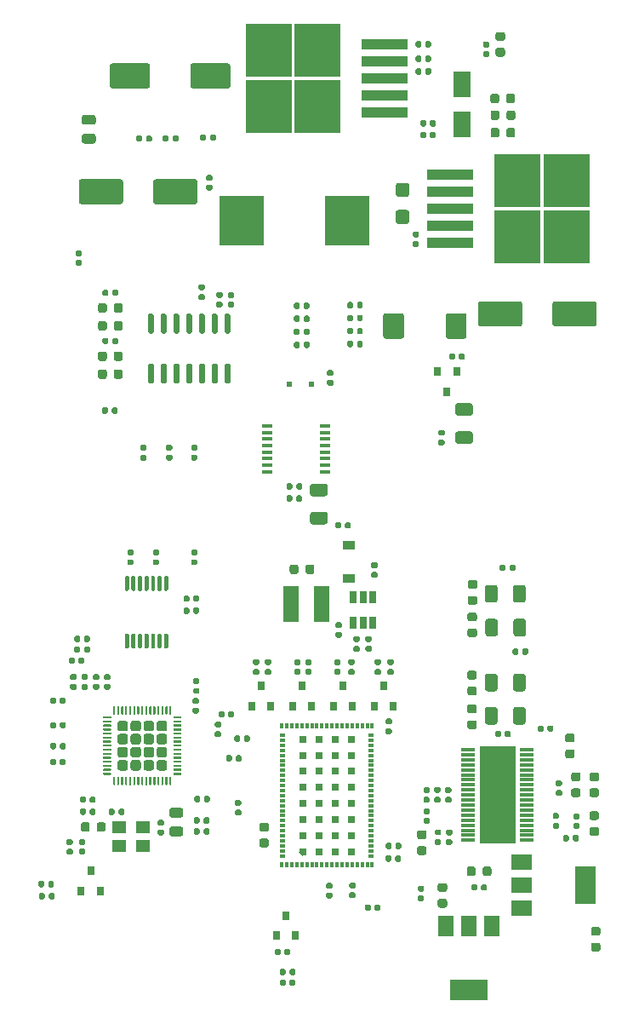
<source format=gbr>
G04 #@! TF.GenerationSoftware,KiCad,Pcbnew,(5.1.9)-1*
G04 #@! TF.CreationDate,2021-01-16T15:24:30-08:00*
G04 #@! TF.ProjectId,SJ-201-R6,534a2d32-3031-42d5-9236-2e6b69636164,rev?*
G04 #@! TF.SameCoordinates,Original*
G04 #@! TF.FileFunction,Paste,Top*
G04 #@! TF.FilePolarity,Positive*
%FSLAX46Y46*%
G04 Gerber Fmt 4.6, Leading zero omitted, Abs format (unit mm)*
G04 Created by KiCad (PCBNEW (5.1.9)-1) date 2021-01-16 15:24:30*
%MOMM*%
%LPD*%
G01*
G04 APERTURE LIST*
%ADD10C,0.152400*%
%ADD11R,0.800000X0.900000*%
%ADD12R,1.000000X0.400000*%
%ADD13R,1.500000X2.000000*%
%ADD14R,3.800000X2.000000*%
%ADD15R,1.500000X3.600000*%
%ADD16R,4.550000X5.250000*%
%ADD17R,4.600000X1.100000*%
%ADD18R,2.000000X1.500000*%
%ADD19R,2.000000X3.800000*%
%ADD20R,3.600000X9.700001*%
%ADD21R,1.400000X0.299999*%
%ADD22R,4.500000X5.000000*%
%ADD23C,0.100000*%
%ADD24R,0.400000X0.400000*%
%ADD25R,0.800000X0.800000*%
%ADD26R,0.600000X0.300000*%
%ADD27R,0.300000X0.600000*%
%ADD28R,1.200000X0.900000*%
%ADD29R,0.650000X1.220000*%
%ADD30R,1.400000X1.200000*%
%ADD31R,1.800000X2.500000*%
%ADD32R,0.500000X0.500000*%
G04 APERTURE END LIST*
D10*
G04 #@! TO.C,U3*
X54769536Y-79529086D02*
X54768700Y-79520600D01*
X54772013Y-79537248D02*
X54769536Y-79529086D01*
X54776031Y-79544768D02*
X54772013Y-79537248D01*
X54781441Y-79551360D02*
X54776031Y-79544768D01*
X54788032Y-79556770D02*
X54781441Y-79551360D01*
X54795553Y-79560788D02*
X54788032Y-79556770D01*
X54803714Y-79563265D02*
X54795553Y-79560788D01*
X54812200Y-79564100D02*
X54803714Y-79563265D01*
X57625200Y-79564100D02*
X54812200Y-79564100D01*
X57633686Y-79563265D02*
X57625200Y-79564100D01*
X57641847Y-79560788D02*
X57633686Y-79563265D01*
X57649368Y-79556770D02*
X57641847Y-79560788D01*
X57655959Y-79551360D02*
X57649368Y-79556770D01*
X57661369Y-79544768D02*
X57655959Y-79551360D01*
X57665387Y-79537248D02*
X57661369Y-79544768D01*
X57667864Y-79529086D02*
X57665387Y-79537248D01*
X57668700Y-79520600D02*
X57667864Y-79529086D01*
X57668700Y-74907600D02*
X57668700Y-79520600D01*
X57667864Y-74899114D02*
X57668700Y-74907600D01*
X57665387Y-74890952D02*
X57667864Y-74899114D01*
X57661369Y-74883432D02*
X57665387Y-74890952D01*
X57655959Y-74876840D02*
X57661369Y-74883432D01*
X57649368Y-74871430D02*
X57655959Y-74876840D01*
X57641847Y-74867412D02*
X57649368Y-74871430D01*
X57633686Y-74864935D02*
X57641847Y-74867412D01*
X57625200Y-74864100D02*
X57633686Y-74864935D01*
X54812200Y-74864100D02*
X57625200Y-74864100D01*
X54803714Y-74864935D02*
X54812200Y-74864100D01*
X54795553Y-74867412D02*
X54803714Y-74864935D01*
X54788032Y-74871430D02*
X54795553Y-74867412D01*
X54781441Y-74876840D02*
X54788032Y-74871430D01*
X54776031Y-74883432D02*
X54781441Y-74876840D01*
X54772013Y-74890952D02*
X54776031Y-74883432D01*
X54769536Y-74899114D02*
X54772013Y-74890952D01*
X54768700Y-74907600D02*
X54769536Y-74899114D01*
X54768700Y-79520600D02*
X54768700Y-74907600D01*
G04 #@! TD*
G04 #@! TO.C,U8*
G36*
G01*
X19453800Y-70088799D02*
X19453800Y-70638801D01*
G75*
G02*
X19203801Y-70888800I-249999J0D01*
G01*
X18653799Y-70888800D01*
G75*
G02*
X18403800Y-70638801I0J249999D01*
G01*
X18403800Y-70088799D01*
G75*
G02*
X18653799Y-69838800I249999J0D01*
G01*
X19203801Y-69838800D01*
G75*
G02*
X19453800Y-70088799I0J-249999D01*
G01*
G37*
G36*
G01*
X19453800Y-71388799D02*
X19453800Y-71938801D01*
G75*
G02*
X19203801Y-72188800I-249999J0D01*
G01*
X18653799Y-72188800D01*
G75*
G02*
X18403800Y-71938801I0J249999D01*
G01*
X18403800Y-71388799D01*
G75*
G02*
X18653799Y-71138800I249999J0D01*
G01*
X19203801Y-71138800D01*
G75*
G02*
X19453800Y-71388799I0J-249999D01*
G01*
G37*
G36*
G01*
X19453800Y-72688799D02*
X19453800Y-73238801D01*
G75*
G02*
X19203801Y-73488800I-249999J0D01*
G01*
X18653799Y-73488800D01*
G75*
G02*
X18403800Y-73238801I0J249999D01*
G01*
X18403800Y-72688799D01*
G75*
G02*
X18653799Y-72438800I249999J0D01*
G01*
X19203801Y-72438800D01*
G75*
G02*
X19453800Y-72688799I0J-249999D01*
G01*
G37*
G36*
G01*
X19453800Y-73988799D02*
X19453800Y-74538801D01*
G75*
G02*
X19203801Y-74788800I-249999J0D01*
G01*
X18653799Y-74788800D01*
G75*
G02*
X18403800Y-74538801I0J249999D01*
G01*
X18403800Y-73988799D01*
G75*
G02*
X18653799Y-73738800I249999J0D01*
G01*
X19203801Y-73738800D01*
G75*
G02*
X19453800Y-73988799I0J-249999D01*
G01*
G37*
G36*
G01*
X20753800Y-70088799D02*
X20753800Y-70638801D01*
G75*
G02*
X20503801Y-70888800I-249999J0D01*
G01*
X19953799Y-70888800D01*
G75*
G02*
X19703800Y-70638801I0J249999D01*
G01*
X19703800Y-70088799D01*
G75*
G02*
X19953799Y-69838800I249999J0D01*
G01*
X20503801Y-69838800D01*
G75*
G02*
X20753800Y-70088799I0J-249999D01*
G01*
G37*
G36*
G01*
X20753800Y-71388799D02*
X20753800Y-71938801D01*
G75*
G02*
X20503801Y-72188800I-249999J0D01*
G01*
X19953799Y-72188800D01*
G75*
G02*
X19703800Y-71938801I0J249999D01*
G01*
X19703800Y-71388799D01*
G75*
G02*
X19953799Y-71138800I249999J0D01*
G01*
X20503801Y-71138800D01*
G75*
G02*
X20753800Y-71388799I0J-249999D01*
G01*
G37*
G36*
G01*
X20753800Y-72688799D02*
X20753800Y-73238801D01*
G75*
G02*
X20503801Y-73488800I-249999J0D01*
G01*
X19953799Y-73488800D01*
G75*
G02*
X19703800Y-73238801I0J249999D01*
G01*
X19703800Y-72688799D01*
G75*
G02*
X19953799Y-72438800I249999J0D01*
G01*
X20503801Y-72438800D01*
G75*
G02*
X20753800Y-72688799I0J-249999D01*
G01*
G37*
G36*
G01*
X20753800Y-73988799D02*
X20753800Y-74538801D01*
G75*
G02*
X20503801Y-74788800I-249999J0D01*
G01*
X19953799Y-74788800D01*
G75*
G02*
X19703800Y-74538801I0J249999D01*
G01*
X19703800Y-73988799D01*
G75*
G02*
X19953799Y-73738800I249999J0D01*
G01*
X20503801Y-73738800D01*
G75*
G02*
X20753800Y-73988799I0J-249999D01*
G01*
G37*
G36*
G01*
X22053800Y-70088799D02*
X22053800Y-70638801D01*
G75*
G02*
X21803801Y-70888800I-249999J0D01*
G01*
X21253799Y-70888800D01*
G75*
G02*
X21003800Y-70638801I0J249999D01*
G01*
X21003800Y-70088799D01*
G75*
G02*
X21253799Y-69838800I249999J0D01*
G01*
X21803801Y-69838800D01*
G75*
G02*
X22053800Y-70088799I0J-249999D01*
G01*
G37*
G36*
G01*
X22053800Y-71388799D02*
X22053800Y-71938801D01*
G75*
G02*
X21803801Y-72188800I-249999J0D01*
G01*
X21253799Y-72188800D01*
G75*
G02*
X21003800Y-71938801I0J249999D01*
G01*
X21003800Y-71388799D01*
G75*
G02*
X21253799Y-71138800I249999J0D01*
G01*
X21803801Y-71138800D01*
G75*
G02*
X22053800Y-71388799I0J-249999D01*
G01*
G37*
G36*
G01*
X22053800Y-72688799D02*
X22053800Y-73238801D01*
G75*
G02*
X21803801Y-73488800I-249999J0D01*
G01*
X21253799Y-73488800D01*
G75*
G02*
X21003800Y-73238801I0J249999D01*
G01*
X21003800Y-72688799D01*
G75*
G02*
X21253799Y-72438800I249999J0D01*
G01*
X21803801Y-72438800D01*
G75*
G02*
X22053800Y-72688799I0J-249999D01*
G01*
G37*
G36*
G01*
X22053800Y-73988799D02*
X22053800Y-74538801D01*
G75*
G02*
X21803801Y-74788800I-249999J0D01*
G01*
X21253799Y-74788800D01*
G75*
G02*
X21003800Y-74538801I0J249999D01*
G01*
X21003800Y-73988799D01*
G75*
G02*
X21253799Y-73738800I249999J0D01*
G01*
X21803801Y-73738800D01*
G75*
G02*
X22053800Y-73988799I0J-249999D01*
G01*
G37*
G36*
G01*
X23353800Y-70088799D02*
X23353800Y-70638801D01*
G75*
G02*
X23103801Y-70888800I-249999J0D01*
G01*
X22553799Y-70888800D01*
G75*
G02*
X22303800Y-70638801I0J249999D01*
G01*
X22303800Y-70088799D01*
G75*
G02*
X22553799Y-69838800I249999J0D01*
G01*
X23103801Y-69838800D01*
G75*
G02*
X23353800Y-70088799I0J-249999D01*
G01*
G37*
G36*
G01*
X23353800Y-71388799D02*
X23353800Y-71938801D01*
G75*
G02*
X23103801Y-72188800I-249999J0D01*
G01*
X22553799Y-72188800D01*
G75*
G02*
X22303800Y-71938801I0J249999D01*
G01*
X22303800Y-71388799D01*
G75*
G02*
X22553799Y-71138800I249999J0D01*
G01*
X23103801Y-71138800D01*
G75*
G02*
X23353800Y-71388799I0J-249999D01*
G01*
G37*
G36*
G01*
X23353800Y-72688799D02*
X23353800Y-73238801D01*
G75*
G02*
X23103801Y-73488800I-249999J0D01*
G01*
X22553799Y-73488800D01*
G75*
G02*
X22303800Y-73238801I0J249999D01*
G01*
X22303800Y-72688799D01*
G75*
G02*
X22553799Y-72438800I249999J0D01*
G01*
X23103801Y-72438800D01*
G75*
G02*
X23353800Y-72688799I0J-249999D01*
G01*
G37*
G36*
G01*
X23353800Y-73988799D02*
X23353800Y-74538801D01*
G75*
G02*
X23103801Y-74788800I-249999J0D01*
G01*
X22553799Y-74788800D01*
G75*
G02*
X22303800Y-74538801I0J249999D01*
G01*
X22303800Y-73988799D01*
G75*
G02*
X22553799Y-73738800I249999J0D01*
G01*
X23103801Y-73738800D01*
G75*
G02*
X23353800Y-73988799I0J-249999D01*
G01*
G37*
G36*
G01*
X23778800Y-75451300D02*
X23778800Y-76176300D01*
G75*
G02*
X23728800Y-76226300I-50000J0D01*
G01*
X23628800Y-76226300D01*
G75*
G02*
X23578800Y-76176300I0J50000D01*
G01*
X23578800Y-75451300D01*
G75*
G02*
X23628800Y-75401300I50000J0D01*
G01*
X23728800Y-75401300D01*
G75*
G02*
X23778800Y-75451300I0J-50000D01*
G01*
G37*
G36*
G01*
X23378800Y-75451300D02*
X23378800Y-76176300D01*
G75*
G02*
X23328800Y-76226300I-50000J0D01*
G01*
X23228800Y-76226300D01*
G75*
G02*
X23178800Y-76176300I0J50000D01*
G01*
X23178800Y-75451300D01*
G75*
G02*
X23228800Y-75401300I50000J0D01*
G01*
X23328800Y-75401300D01*
G75*
G02*
X23378800Y-75451300I0J-50000D01*
G01*
G37*
G36*
G01*
X22978800Y-75451300D02*
X22978800Y-76176300D01*
G75*
G02*
X22928800Y-76226300I-50000J0D01*
G01*
X22828800Y-76226300D01*
G75*
G02*
X22778800Y-76176300I0J50000D01*
G01*
X22778800Y-75451300D01*
G75*
G02*
X22828800Y-75401300I50000J0D01*
G01*
X22928800Y-75401300D01*
G75*
G02*
X22978800Y-75451300I0J-50000D01*
G01*
G37*
G36*
G01*
X22578800Y-75451300D02*
X22578800Y-76176300D01*
G75*
G02*
X22528800Y-76226300I-50000J0D01*
G01*
X22428800Y-76226300D01*
G75*
G02*
X22378800Y-76176300I0J50000D01*
G01*
X22378800Y-75451300D01*
G75*
G02*
X22428800Y-75401300I50000J0D01*
G01*
X22528800Y-75401300D01*
G75*
G02*
X22578800Y-75451300I0J-50000D01*
G01*
G37*
G36*
G01*
X22178800Y-75451300D02*
X22178800Y-76176300D01*
G75*
G02*
X22128800Y-76226300I-50000J0D01*
G01*
X22028800Y-76226300D01*
G75*
G02*
X21978800Y-76176300I0J50000D01*
G01*
X21978800Y-75451300D01*
G75*
G02*
X22028800Y-75401300I50000J0D01*
G01*
X22128800Y-75401300D01*
G75*
G02*
X22178800Y-75451300I0J-50000D01*
G01*
G37*
G36*
G01*
X21778800Y-75451300D02*
X21778800Y-76176300D01*
G75*
G02*
X21728800Y-76226300I-50000J0D01*
G01*
X21628800Y-76226300D01*
G75*
G02*
X21578800Y-76176300I0J50000D01*
G01*
X21578800Y-75451300D01*
G75*
G02*
X21628800Y-75401300I50000J0D01*
G01*
X21728800Y-75401300D01*
G75*
G02*
X21778800Y-75451300I0J-50000D01*
G01*
G37*
G36*
G01*
X21378800Y-75451300D02*
X21378800Y-76176300D01*
G75*
G02*
X21328800Y-76226300I-50000J0D01*
G01*
X21228800Y-76226300D01*
G75*
G02*
X21178800Y-76176300I0J50000D01*
G01*
X21178800Y-75451300D01*
G75*
G02*
X21228800Y-75401300I50000J0D01*
G01*
X21328800Y-75401300D01*
G75*
G02*
X21378800Y-75451300I0J-50000D01*
G01*
G37*
G36*
G01*
X20978800Y-75451300D02*
X20978800Y-76176300D01*
G75*
G02*
X20928800Y-76226300I-50000J0D01*
G01*
X20828800Y-76226300D01*
G75*
G02*
X20778800Y-76176300I0J50000D01*
G01*
X20778800Y-75451300D01*
G75*
G02*
X20828800Y-75401300I50000J0D01*
G01*
X20928800Y-75401300D01*
G75*
G02*
X20978800Y-75451300I0J-50000D01*
G01*
G37*
G36*
G01*
X20578800Y-75451300D02*
X20578800Y-76176300D01*
G75*
G02*
X20528800Y-76226300I-50000J0D01*
G01*
X20428800Y-76226300D01*
G75*
G02*
X20378800Y-76176300I0J50000D01*
G01*
X20378800Y-75451300D01*
G75*
G02*
X20428800Y-75401300I50000J0D01*
G01*
X20528800Y-75401300D01*
G75*
G02*
X20578800Y-75451300I0J-50000D01*
G01*
G37*
G36*
G01*
X20028800Y-75401300D02*
X20128800Y-75401300D01*
G75*
G02*
X20178800Y-75451300I0J-50000D01*
G01*
X20178800Y-76176300D01*
G75*
G02*
X20128800Y-76226300I-50000J0D01*
G01*
X20028800Y-76226300D01*
G75*
G02*
X19978800Y-76176300I0J50000D01*
G01*
X19978800Y-75451300D01*
G75*
G02*
X20028800Y-75401300I50000J0D01*
G01*
G37*
G36*
G01*
X19628800Y-75401300D02*
X19728800Y-75401300D01*
G75*
G02*
X19778800Y-75451300I0J-50000D01*
G01*
X19778800Y-76176300D01*
G75*
G02*
X19728800Y-76226300I-50000J0D01*
G01*
X19628800Y-76226300D01*
G75*
G02*
X19578800Y-76176300I0J50000D01*
G01*
X19578800Y-75451300D01*
G75*
G02*
X19628800Y-75401300I50000J0D01*
G01*
G37*
G36*
G01*
X19228800Y-75401300D02*
X19328800Y-75401300D01*
G75*
G02*
X19378800Y-75451300I0J-50000D01*
G01*
X19378800Y-76176300D01*
G75*
G02*
X19328800Y-76226300I-50000J0D01*
G01*
X19228800Y-76226300D01*
G75*
G02*
X19178800Y-76176300I0J50000D01*
G01*
X19178800Y-75451300D01*
G75*
G02*
X19228800Y-75401300I50000J0D01*
G01*
G37*
G36*
G01*
X18828800Y-75401300D02*
X18928800Y-75401300D01*
G75*
G02*
X18978800Y-75451300I0J-50000D01*
G01*
X18978800Y-76176300D01*
G75*
G02*
X18928800Y-76226300I-50000J0D01*
G01*
X18828800Y-76226300D01*
G75*
G02*
X18778800Y-76176300I0J50000D01*
G01*
X18778800Y-75451300D01*
G75*
G02*
X18828800Y-75401300I50000J0D01*
G01*
G37*
G36*
G01*
X18428800Y-75401300D02*
X18528800Y-75401300D01*
G75*
G02*
X18578800Y-75451300I0J-50000D01*
G01*
X18578800Y-76176300D01*
G75*
G02*
X18528800Y-76226300I-50000J0D01*
G01*
X18428800Y-76226300D01*
G75*
G02*
X18378800Y-76176300I0J50000D01*
G01*
X18378800Y-75451300D01*
G75*
G02*
X18428800Y-75401300I50000J0D01*
G01*
G37*
G36*
G01*
X18028800Y-75401300D02*
X18128800Y-75401300D01*
G75*
G02*
X18178800Y-75451300I0J-50000D01*
G01*
X18178800Y-76176300D01*
G75*
G02*
X18128800Y-76226300I-50000J0D01*
G01*
X18028800Y-76226300D01*
G75*
G02*
X17978800Y-76176300I0J50000D01*
G01*
X17978800Y-75451300D01*
G75*
G02*
X18028800Y-75401300I50000J0D01*
G01*
G37*
G36*
G01*
X16966300Y-75163800D02*
X16966300Y-75063800D01*
G75*
G02*
X17016300Y-75013800I50000J0D01*
G01*
X17741300Y-75013800D01*
G75*
G02*
X17791300Y-75063800I0J-50000D01*
G01*
X17791300Y-75163800D01*
G75*
G02*
X17741300Y-75213800I-50000J0D01*
G01*
X17016300Y-75213800D01*
G75*
G02*
X16966300Y-75163800I0J50000D01*
G01*
G37*
G36*
G01*
X17791300Y-74663800D02*
X17791300Y-74763800D01*
G75*
G02*
X17741300Y-74813800I-50000J0D01*
G01*
X17016300Y-74813800D01*
G75*
G02*
X16966300Y-74763800I0J50000D01*
G01*
X16966300Y-74663800D01*
G75*
G02*
X17016300Y-74613800I50000J0D01*
G01*
X17741300Y-74613800D01*
G75*
G02*
X17791300Y-74663800I0J-50000D01*
G01*
G37*
G36*
G01*
X17791300Y-74263800D02*
X17791300Y-74363800D01*
G75*
G02*
X17741300Y-74413800I-50000J0D01*
G01*
X17016300Y-74413800D01*
G75*
G02*
X16966300Y-74363800I0J50000D01*
G01*
X16966300Y-74263800D01*
G75*
G02*
X17016300Y-74213800I50000J0D01*
G01*
X17741300Y-74213800D01*
G75*
G02*
X17791300Y-74263800I0J-50000D01*
G01*
G37*
G36*
G01*
X17791300Y-73863800D02*
X17791300Y-73963800D01*
G75*
G02*
X17741300Y-74013800I-50000J0D01*
G01*
X17016300Y-74013800D01*
G75*
G02*
X16966300Y-73963800I0J50000D01*
G01*
X16966300Y-73863800D01*
G75*
G02*
X17016300Y-73813800I50000J0D01*
G01*
X17741300Y-73813800D01*
G75*
G02*
X17791300Y-73863800I0J-50000D01*
G01*
G37*
G36*
G01*
X17791300Y-73463800D02*
X17791300Y-73563800D01*
G75*
G02*
X17741300Y-73613800I-50000J0D01*
G01*
X17016300Y-73613800D01*
G75*
G02*
X16966300Y-73563800I0J50000D01*
G01*
X16966300Y-73463800D01*
G75*
G02*
X17016300Y-73413800I50000J0D01*
G01*
X17741300Y-73413800D01*
G75*
G02*
X17791300Y-73463800I0J-50000D01*
G01*
G37*
G36*
G01*
X17791300Y-73063800D02*
X17791300Y-73163800D01*
G75*
G02*
X17741300Y-73213800I-50000J0D01*
G01*
X17016300Y-73213800D01*
G75*
G02*
X16966300Y-73163800I0J50000D01*
G01*
X16966300Y-73063800D01*
G75*
G02*
X17016300Y-73013800I50000J0D01*
G01*
X17741300Y-73013800D01*
G75*
G02*
X17791300Y-73063800I0J-50000D01*
G01*
G37*
G36*
G01*
X17791300Y-72663800D02*
X17791300Y-72763800D01*
G75*
G02*
X17741300Y-72813800I-50000J0D01*
G01*
X17016300Y-72813800D01*
G75*
G02*
X16966300Y-72763800I0J50000D01*
G01*
X16966300Y-72663800D01*
G75*
G02*
X17016300Y-72613800I50000J0D01*
G01*
X17741300Y-72613800D01*
G75*
G02*
X17791300Y-72663800I0J-50000D01*
G01*
G37*
G36*
G01*
X17791300Y-72263800D02*
X17791300Y-72363800D01*
G75*
G02*
X17741300Y-72413800I-50000J0D01*
G01*
X17016300Y-72413800D01*
G75*
G02*
X16966300Y-72363800I0J50000D01*
G01*
X16966300Y-72263800D01*
G75*
G02*
X17016300Y-72213800I50000J0D01*
G01*
X17741300Y-72213800D01*
G75*
G02*
X17791300Y-72263800I0J-50000D01*
G01*
G37*
G36*
G01*
X17791300Y-71863800D02*
X17791300Y-71963800D01*
G75*
G02*
X17741300Y-72013800I-50000J0D01*
G01*
X17016300Y-72013800D01*
G75*
G02*
X16966300Y-71963800I0J50000D01*
G01*
X16966300Y-71863800D01*
G75*
G02*
X17016300Y-71813800I50000J0D01*
G01*
X17741300Y-71813800D01*
G75*
G02*
X17791300Y-71863800I0J-50000D01*
G01*
G37*
G36*
G01*
X17791300Y-71463800D02*
X17791300Y-71563800D01*
G75*
G02*
X17741300Y-71613800I-50000J0D01*
G01*
X17016300Y-71613800D01*
G75*
G02*
X16966300Y-71563800I0J50000D01*
G01*
X16966300Y-71463800D01*
G75*
G02*
X17016300Y-71413800I50000J0D01*
G01*
X17741300Y-71413800D01*
G75*
G02*
X17791300Y-71463800I0J-50000D01*
G01*
G37*
G36*
G01*
X17791300Y-71063800D02*
X17791300Y-71163800D01*
G75*
G02*
X17741300Y-71213800I-50000J0D01*
G01*
X17016300Y-71213800D01*
G75*
G02*
X16966300Y-71163800I0J50000D01*
G01*
X16966300Y-71063800D01*
G75*
G02*
X17016300Y-71013800I50000J0D01*
G01*
X17741300Y-71013800D01*
G75*
G02*
X17791300Y-71063800I0J-50000D01*
G01*
G37*
G36*
G01*
X17016300Y-70613800D02*
X17741300Y-70613800D01*
G75*
G02*
X17791300Y-70663800I0J-50000D01*
G01*
X17791300Y-70763800D01*
G75*
G02*
X17741300Y-70813800I-50000J0D01*
G01*
X17016300Y-70813800D01*
G75*
G02*
X16966300Y-70763800I0J50000D01*
G01*
X16966300Y-70663800D01*
G75*
G02*
X17016300Y-70613800I50000J0D01*
G01*
G37*
G36*
G01*
X17016300Y-70213800D02*
X17741300Y-70213800D01*
G75*
G02*
X17791300Y-70263800I0J-50000D01*
G01*
X17791300Y-70363800D01*
G75*
G02*
X17741300Y-70413800I-50000J0D01*
G01*
X17016300Y-70413800D01*
G75*
G02*
X16966300Y-70363800I0J50000D01*
G01*
X16966300Y-70263800D01*
G75*
G02*
X17016300Y-70213800I50000J0D01*
G01*
G37*
G36*
G01*
X17016300Y-69813800D02*
X17741300Y-69813800D01*
G75*
G02*
X17791300Y-69863800I0J-50000D01*
G01*
X17791300Y-69963800D01*
G75*
G02*
X17741300Y-70013800I-50000J0D01*
G01*
X17016300Y-70013800D01*
G75*
G02*
X16966300Y-69963800I0J50000D01*
G01*
X16966300Y-69863800D01*
G75*
G02*
X17016300Y-69813800I50000J0D01*
G01*
G37*
G36*
G01*
X17016300Y-69413800D02*
X17741300Y-69413800D01*
G75*
G02*
X17791300Y-69463800I0J-50000D01*
G01*
X17791300Y-69563800D01*
G75*
G02*
X17741300Y-69613800I-50000J0D01*
G01*
X17016300Y-69613800D01*
G75*
G02*
X16966300Y-69563800I0J50000D01*
G01*
X16966300Y-69463800D01*
G75*
G02*
X17016300Y-69413800I50000J0D01*
G01*
G37*
G36*
G01*
X18178800Y-68451300D02*
X18178800Y-69176300D01*
G75*
G02*
X18128800Y-69226300I-50000J0D01*
G01*
X18028800Y-69226300D01*
G75*
G02*
X17978800Y-69176300I0J50000D01*
G01*
X17978800Y-68451300D01*
G75*
G02*
X18028800Y-68401300I50000J0D01*
G01*
X18128800Y-68401300D01*
G75*
G02*
X18178800Y-68451300I0J-50000D01*
G01*
G37*
G36*
G01*
X18578800Y-68451300D02*
X18578800Y-69176300D01*
G75*
G02*
X18528800Y-69226300I-50000J0D01*
G01*
X18428800Y-69226300D01*
G75*
G02*
X18378800Y-69176300I0J50000D01*
G01*
X18378800Y-68451300D01*
G75*
G02*
X18428800Y-68401300I50000J0D01*
G01*
X18528800Y-68401300D01*
G75*
G02*
X18578800Y-68451300I0J-50000D01*
G01*
G37*
G36*
G01*
X18978800Y-68451300D02*
X18978800Y-69176300D01*
G75*
G02*
X18928800Y-69226300I-50000J0D01*
G01*
X18828800Y-69226300D01*
G75*
G02*
X18778800Y-69176300I0J50000D01*
G01*
X18778800Y-68451300D01*
G75*
G02*
X18828800Y-68401300I50000J0D01*
G01*
X18928800Y-68401300D01*
G75*
G02*
X18978800Y-68451300I0J-50000D01*
G01*
G37*
G36*
G01*
X19378800Y-68451300D02*
X19378800Y-69176300D01*
G75*
G02*
X19328800Y-69226300I-50000J0D01*
G01*
X19228800Y-69226300D01*
G75*
G02*
X19178800Y-69176300I0J50000D01*
G01*
X19178800Y-68451300D01*
G75*
G02*
X19228800Y-68401300I50000J0D01*
G01*
X19328800Y-68401300D01*
G75*
G02*
X19378800Y-68451300I0J-50000D01*
G01*
G37*
G36*
G01*
X19778800Y-68451300D02*
X19778800Y-69176300D01*
G75*
G02*
X19728800Y-69226300I-50000J0D01*
G01*
X19628800Y-69226300D01*
G75*
G02*
X19578800Y-69176300I0J50000D01*
G01*
X19578800Y-68451300D01*
G75*
G02*
X19628800Y-68401300I50000J0D01*
G01*
X19728800Y-68401300D01*
G75*
G02*
X19778800Y-68451300I0J-50000D01*
G01*
G37*
G36*
G01*
X20178800Y-68451300D02*
X20178800Y-69176300D01*
G75*
G02*
X20128800Y-69226300I-50000J0D01*
G01*
X20028800Y-69226300D01*
G75*
G02*
X19978800Y-69176300I0J50000D01*
G01*
X19978800Y-68451300D01*
G75*
G02*
X20028800Y-68401300I50000J0D01*
G01*
X20128800Y-68401300D01*
G75*
G02*
X20178800Y-68451300I0J-50000D01*
G01*
G37*
G36*
G01*
X20578800Y-68451300D02*
X20578800Y-69176300D01*
G75*
G02*
X20528800Y-69226300I-50000J0D01*
G01*
X20428800Y-69226300D01*
G75*
G02*
X20378800Y-69176300I0J50000D01*
G01*
X20378800Y-68451300D01*
G75*
G02*
X20428800Y-68401300I50000J0D01*
G01*
X20528800Y-68401300D01*
G75*
G02*
X20578800Y-68451300I0J-50000D01*
G01*
G37*
G36*
G01*
X20978800Y-68451300D02*
X20978800Y-69176300D01*
G75*
G02*
X20928800Y-69226300I-50000J0D01*
G01*
X20828800Y-69226300D01*
G75*
G02*
X20778800Y-69176300I0J50000D01*
G01*
X20778800Y-68451300D01*
G75*
G02*
X20828800Y-68401300I50000J0D01*
G01*
X20928800Y-68401300D01*
G75*
G02*
X20978800Y-68451300I0J-50000D01*
G01*
G37*
G36*
G01*
X21378800Y-68451300D02*
X21378800Y-69176300D01*
G75*
G02*
X21328800Y-69226300I-50000J0D01*
G01*
X21228800Y-69226300D01*
G75*
G02*
X21178800Y-69176300I0J50000D01*
G01*
X21178800Y-68451300D01*
G75*
G02*
X21228800Y-68401300I50000J0D01*
G01*
X21328800Y-68401300D01*
G75*
G02*
X21378800Y-68451300I0J-50000D01*
G01*
G37*
G36*
G01*
X21778800Y-68451300D02*
X21778800Y-69176300D01*
G75*
G02*
X21728800Y-69226300I-50000J0D01*
G01*
X21628800Y-69226300D01*
G75*
G02*
X21578800Y-69176300I0J50000D01*
G01*
X21578800Y-68451300D01*
G75*
G02*
X21628800Y-68401300I50000J0D01*
G01*
X21728800Y-68401300D01*
G75*
G02*
X21778800Y-68451300I0J-50000D01*
G01*
G37*
G36*
G01*
X22178800Y-68451300D02*
X22178800Y-69176300D01*
G75*
G02*
X22128800Y-69226300I-50000J0D01*
G01*
X22028800Y-69226300D01*
G75*
G02*
X21978800Y-69176300I0J50000D01*
G01*
X21978800Y-68451300D01*
G75*
G02*
X22028800Y-68401300I50000J0D01*
G01*
X22128800Y-68401300D01*
G75*
G02*
X22178800Y-68451300I0J-50000D01*
G01*
G37*
G36*
G01*
X22578800Y-68451300D02*
X22578800Y-69176300D01*
G75*
G02*
X22528800Y-69226300I-50000J0D01*
G01*
X22428800Y-69226300D01*
G75*
G02*
X22378800Y-69176300I0J50000D01*
G01*
X22378800Y-68451300D01*
G75*
G02*
X22428800Y-68401300I50000J0D01*
G01*
X22528800Y-68401300D01*
G75*
G02*
X22578800Y-68451300I0J-50000D01*
G01*
G37*
G36*
G01*
X22978800Y-68451300D02*
X22978800Y-69176300D01*
G75*
G02*
X22928800Y-69226300I-50000J0D01*
G01*
X22828800Y-69226300D01*
G75*
G02*
X22778800Y-69176300I0J50000D01*
G01*
X22778800Y-68451300D01*
G75*
G02*
X22828800Y-68401300I50000J0D01*
G01*
X22928800Y-68401300D01*
G75*
G02*
X22978800Y-68451300I0J-50000D01*
G01*
G37*
G36*
G01*
X23228800Y-68401300D02*
X23328800Y-68401300D01*
G75*
G02*
X23378800Y-68451300I0J-50000D01*
G01*
X23378800Y-69176300D01*
G75*
G02*
X23328800Y-69226300I-50000J0D01*
G01*
X23228800Y-69226300D01*
G75*
G02*
X23178800Y-69176300I0J50000D01*
G01*
X23178800Y-68451300D01*
G75*
G02*
X23228800Y-68401300I50000J0D01*
G01*
G37*
G36*
G01*
X23628800Y-68401300D02*
X23728800Y-68401300D01*
G75*
G02*
X23778800Y-68451300I0J-50000D01*
G01*
X23778800Y-69176300D01*
G75*
G02*
X23728800Y-69226300I-50000J0D01*
G01*
X23628800Y-69226300D01*
G75*
G02*
X23578800Y-69176300I0J50000D01*
G01*
X23578800Y-68451300D01*
G75*
G02*
X23628800Y-68401300I50000J0D01*
G01*
G37*
G36*
G01*
X24791300Y-69463800D02*
X24791300Y-69563800D01*
G75*
G02*
X24741300Y-69613800I-50000J0D01*
G01*
X24016300Y-69613800D01*
G75*
G02*
X23966300Y-69563800I0J50000D01*
G01*
X23966300Y-69463800D01*
G75*
G02*
X24016300Y-69413800I50000J0D01*
G01*
X24741300Y-69413800D01*
G75*
G02*
X24791300Y-69463800I0J-50000D01*
G01*
G37*
G36*
G01*
X24791300Y-69863800D02*
X24791300Y-69963800D01*
G75*
G02*
X24741300Y-70013800I-50000J0D01*
G01*
X24016300Y-70013800D01*
G75*
G02*
X23966300Y-69963800I0J50000D01*
G01*
X23966300Y-69863800D01*
G75*
G02*
X24016300Y-69813800I50000J0D01*
G01*
X24741300Y-69813800D01*
G75*
G02*
X24791300Y-69863800I0J-50000D01*
G01*
G37*
G36*
G01*
X24791300Y-70263800D02*
X24791300Y-70363800D01*
G75*
G02*
X24741300Y-70413800I-50000J0D01*
G01*
X24016300Y-70413800D01*
G75*
G02*
X23966300Y-70363800I0J50000D01*
G01*
X23966300Y-70263800D01*
G75*
G02*
X24016300Y-70213800I50000J0D01*
G01*
X24741300Y-70213800D01*
G75*
G02*
X24791300Y-70263800I0J-50000D01*
G01*
G37*
G36*
G01*
X24791300Y-70663800D02*
X24791300Y-70763800D01*
G75*
G02*
X24741300Y-70813800I-50000J0D01*
G01*
X24016300Y-70813800D01*
G75*
G02*
X23966300Y-70763800I0J50000D01*
G01*
X23966300Y-70663800D01*
G75*
G02*
X24016300Y-70613800I50000J0D01*
G01*
X24741300Y-70613800D01*
G75*
G02*
X24791300Y-70663800I0J-50000D01*
G01*
G37*
G36*
G01*
X24791300Y-71063800D02*
X24791300Y-71163800D01*
G75*
G02*
X24741300Y-71213800I-50000J0D01*
G01*
X24016300Y-71213800D01*
G75*
G02*
X23966300Y-71163800I0J50000D01*
G01*
X23966300Y-71063800D01*
G75*
G02*
X24016300Y-71013800I50000J0D01*
G01*
X24741300Y-71013800D01*
G75*
G02*
X24791300Y-71063800I0J-50000D01*
G01*
G37*
G36*
G01*
X24791300Y-71463800D02*
X24791300Y-71563800D01*
G75*
G02*
X24741300Y-71613800I-50000J0D01*
G01*
X24016300Y-71613800D01*
G75*
G02*
X23966300Y-71563800I0J50000D01*
G01*
X23966300Y-71463800D01*
G75*
G02*
X24016300Y-71413800I50000J0D01*
G01*
X24741300Y-71413800D01*
G75*
G02*
X24791300Y-71463800I0J-50000D01*
G01*
G37*
G36*
G01*
X24791300Y-71863800D02*
X24791300Y-71963800D01*
G75*
G02*
X24741300Y-72013800I-50000J0D01*
G01*
X24016300Y-72013800D01*
G75*
G02*
X23966300Y-71963800I0J50000D01*
G01*
X23966300Y-71863800D01*
G75*
G02*
X24016300Y-71813800I50000J0D01*
G01*
X24741300Y-71813800D01*
G75*
G02*
X24791300Y-71863800I0J-50000D01*
G01*
G37*
G36*
G01*
X24791300Y-72263800D02*
X24791300Y-72363800D01*
G75*
G02*
X24741300Y-72413800I-50000J0D01*
G01*
X24016300Y-72413800D01*
G75*
G02*
X23966300Y-72363800I0J50000D01*
G01*
X23966300Y-72263800D01*
G75*
G02*
X24016300Y-72213800I50000J0D01*
G01*
X24741300Y-72213800D01*
G75*
G02*
X24791300Y-72263800I0J-50000D01*
G01*
G37*
G36*
G01*
X24791300Y-72663800D02*
X24791300Y-72763800D01*
G75*
G02*
X24741300Y-72813800I-50000J0D01*
G01*
X24016300Y-72813800D01*
G75*
G02*
X23966300Y-72763800I0J50000D01*
G01*
X23966300Y-72663800D01*
G75*
G02*
X24016300Y-72613800I50000J0D01*
G01*
X24741300Y-72613800D01*
G75*
G02*
X24791300Y-72663800I0J-50000D01*
G01*
G37*
G36*
G01*
X24791300Y-73063800D02*
X24791300Y-73163800D01*
G75*
G02*
X24741300Y-73213800I-50000J0D01*
G01*
X24016300Y-73213800D01*
G75*
G02*
X23966300Y-73163800I0J50000D01*
G01*
X23966300Y-73063800D01*
G75*
G02*
X24016300Y-73013800I50000J0D01*
G01*
X24741300Y-73013800D01*
G75*
G02*
X24791300Y-73063800I0J-50000D01*
G01*
G37*
G36*
G01*
X24791300Y-73463800D02*
X24791300Y-73563800D01*
G75*
G02*
X24741300Y-73613800I-50000J0D01*
G01*
X24016300Y-73613800D01*
G75*
G02*
X23966300Y-73563800I0J50000D01*
G01*
X23966300Y-73463800D01*
G75*
G02*
X24016300Y-73413800I50000J0D01*
G01*
X24741300Y-73413800D01*
G75*
G02*
X24791300Y-73463800I0J-50000D01*
G01*
G37*
G36*
G01*
X24791300Y-73863800D02*
X24791300Y-73963800D01*
G75*
G02*
X24741300Y-74013800I-50000J0D01*
G01*
X24016300Y-74013800D01*
G75*
G02*
X23966300Y-73963800I0J50000D01*
G01*
X23966300Y-73863800D01*
G75*
G02*
X24016300Y-73813800I50000J0D01*
G01*
X24741300Y-73813800D01*
G75*
G02*
X24791300Y-73863800I0J-50000D01*
G01*
G37*
G36*
G01*
X24791300Y-74263800D02*
X24791300Y-74363800D01*
G75*
G02*
X24741300Y-74413800I-50000J0D01*
G01*
X24016300Y-74413800D01*
G75*
G02*
X23966300Y-74363800I0J50000D01*
G01*
X23966300Y-74263800D01*
G75*
G02*
X24016300Y-74213800I50000J0D01*
G01*
X24741300Y-74213800D01*
G75*
G02*
X24791300Y-74263800I0J-50000D01*
G01*
G37*
G36*
G01*
X24791300Y-74663800D02*
X24791300Y-74763800D01*
G75*
G02*
X24741300Y-74813800I-50000J0D01*
G01*
X24016300Y-74813800D01*
G75*
G02*
X23966300Y-74763800I0J50000D01*
G01*
X23966300Y-74663800D01*
G75*
G02*
X24016300Y-74613800I50000J0D01*
G01*
X24741300Y-74613800D01*
G75*
G02*
X24791300Y-74663800I0J-50000D01*
G01*
G37*
G36*
G01*
X24791300Y-75063800D02*
X24791300Y-75163800D01*
G75*
G02*
X24741300Y-75213800I-50000J0D01*
G01*
X24016300Y-75213800D01*
G75*
G02*
X23966300Y-75163800I0J50000D01*
G01*
X23966300Y-75063800D01*
G75*
G02*
X24016300Y-75013800I50000J0D01*
G01*
X24741300Y-75013800D01*
G75*
G02*
X24791300Y-75063800I0J-50000D01*
G01*
G37*
G04 #@! TD*
G04 #@! TO.C,R30*
G36*
G01*
X41962500Y-86500000D02*
X41617500Y-86500000D01*
G75*
G02*
X41470000Y-86352500I0J147500D01*
G01*
X41470000Y-86057500D01*
G75*
G02*
X41617500Y-85910000I147500J0D01*
G01*
X41962500Y-85910000D01*
G75*
G02*
X42110000Y-86057500I0J-147500D01*
G01*
X42110000Y-86352500D01*
G75*
G02*
X41962500Y-86500000I-147500J0D01*
G01*
G37*
G36*
G01*
X41962500Y-87470000D02*
X41617500Y-87470000D01*
G75*
G02*
X41470000Y-87322500I0J147500D01*
G01*
X41470000Y-87027500D01*
G75*
G02*
X41617500Y-86880000I147500J0D01*
G01*
X41962500Y-86880000D01*
G75*
G02*
X42110000Y-87027500I0J-147500D01*
G01*
X42110000Y-87322500D01*
G75*
G02*
X41962500Y-87470000I-147500J0D01*
G01*
G37*
G04 #@! TD*
G04 #@! TO.C,R23*
G36*
G01*
X39672500Y-86530000D02*
X39327500Y-86530000D01*
G75*
G02*
X39180000Y-86382500I0J147500D01*
G01*
X39180000Y-86087500D01*
G75*
G02*
X39327500Y-85940000I147500J0D01*
G01*
X39672500Y-85940000D01*
G75*
G02*
X39820000Y-86087500I0J-147500D01*
G01*
X39820000Y-86382500D01*
G75*
G02*
X39672500Y-86530000I-147500J0D01*
G01*
G37*
G36*
G01*
X39672500Y-87500000D02*
X39327500Y-87500000D01*
G75*
G02*
X39180000Y-87352500I0J147500D01*
G01*
X39180000Y-87057500D01*
G75*
G02*
X39327500Y-86910000I147500J0D01*
G01*
X39672500Y-86910000D01*
G75*
G02*
X39820000Y-87057500I0J-147500D01*
G01*
X39820000Y-87352500D01*
G75*
G02*
X39672500Y-87500000I-147500J0D01*
G01*
G37*
G04 #@! TD*
G04 #@! TO.C,R15*
G36*
G01*
X18050000Y-35644490D02*
X18050000Y-35131990D01*
G75*
G02*
X18268750Y-34913240I218750J0D01*
G01*
X18706250Y-34913240D01*
G75*
G02*
X18925000Y-35131990I0J-218750D01*
G01*
X18925000Y-35644490D01*
G75*
G02*
X18706250Y-35863240I-218750J0D01*
G01*
X18268750Y-35863240D01*
G75*
G02*
X18050000Y-35644490I0J218750D01*
G01*
G37*
G36*
G01*
X16475000Y-35644490D02*
X16475000Y-35131990D01*
G75*
G02*
X16693750Y-34913240I218750J0D01*
G01*
X17131250Y-34913240D01*
G75*
G02*
X17350000Y-35131990I0J-218750D01*
G01*
X17350000Y-35644490D01*
G75*
G02*
X17131250Y-35863240I-218750J0D01*
G01*
X16693750Y-35863240D01*
G75*
G02*
X16475000Y-35644490I0J218750D01*
G01*
G37*
G04 #@! TD*
G04 #@! TO.C,R33*
G36*
G01*
X25877500Y-53790000D02*
X26222500Y-53790000D01*
G75*
G02*
X26370000Y-53937500I0J-147500D01*
G01*
X26370000Y-54232500D01*
G75*
G02*
X26222500Y-54380000I-147500J0D01*
G01*
X25877500Y-54380000D01*
G75*
G02*
X25730000Y-54232500I0J147500D01*
G01*
X25730000Y-53937500D01*
G75*
G02*
X25877500Y-53790000I147500J0D01*
G01*
G37*
G36*
G01*
X25877500Y-52820000D02*
X26222500Y-52820000D01*
G75*
G02*
X26370000Y-52967500I0J-147500D01*
G01*
X26370000Y-53262500D01*
G75*
G02*
X26222500Y-53410000I-147500J0D01*
G01*
X25877500Y-53410000D01*
G75*
G02*
X25730000Y-53262500I0J147500D01*
G01*
X25730000Y-52967500D01*
G75*
G02*
X25877500Y-52820000I147500J0D01*
G01*
G37*
G04 #@! TD*
G04 #@! TO.C,R16*
G36*
G01*
X22077500Y-53790000D02*
X22422500Y-53790000D01*
G75*
G02*
X22570000Y-53937500I0J-147500D01*
G01*
X22570000Y-54232500D01*
G75*
G02*
X22422500Y-54380000I-147500J0D01*
G01*
X22077500Y-54380000D01*
G75*
G02*
X21930000Y-54232500I0J147500D01*
G01*
X21930000Y-53937500D01*
G75*
G02*
X22077500Y-53790000I147500J0D01*
G01*
G37*
G36*
G01*
X22077500Y-52820000D02*
X22422500Y-52820000D01*
G75*
G02*
X22570000Y-52967500I0J-147500D01*
G01*
X22570000Y-53262500D01*
G75*
G02*
X22422500Y-53410000I-147500J0D01*
G01*
X22077500Y-53410000D01*
G75*
G02*
X21930000Y-53262500I0J147500D01*
G01*
X21930000Y-52967500D01*
G75*
G02*
X22077500Y-52820000I147500J0D01*
G01*
G37*
G04 #@! TD*
G04 #@! TO.C,R31*
G36*
G01*
X19527500Y-53790000D02*
X19872500Y-53790000D01*
G75*
G02*
X20020000Y-53937500I0J-147500D01*
G01*
X20020000Y-54232500D01*
G75*
G02*
X19872500Y-54380000I-147500J0D01*
G01*
X19527500Y-54380000D01*
G75*
G02*
X19380000Y-54232500I0J147500D01*
G01*
X19380000Y-53937500D01*
G75*
G02*
X19527500Y-53790000I147500J0D01*
G01*
G37*
G36*
G01*
X19527500Y-52820000D02*
X19872500Y-52820000D01*
G75*
G02*
X20020000Y-52967500I0J-147500D01*
G01*
X20020000Y-53262500D01*
G75*
G02*
X19872500Y-53410000I-147500J0D01*
G01*
X19527500Y-53410000D01*
G75*
G02*
X19380000Y-53262500I0J147500D01*
G01*
X19380000Y-52967500D01*
G75*
G02*
X19527500Y-52820000I147500J0D01*
G01*
G37*
G04 #@! TD*
D11*
G04 #@! TO.C,Q3*
X51200000Y-37150000D03*
X50250000Y-35150000D03*
X52150000Y-35150000D03*
G04 #@! TD*
G04 #@! TO.C,C30*
G36*
G01*
X42240000Y-28693928D02*
X42240000Y-28348928D01*
G75*
G02*
X42387500Y-28201428I147500J0D01*
G01*
X42682500Y-28201428D01*
G75*
G02*
X42830000Y-28348928I0J-147500D01*
G01*
X42830000Y-28693928D01*
G75*
G02*
X42682500Y-28841428I-147500J0D01*
G01*
X42387500Y-28841428D01*
G75*
G02*
X42240000Y-28693928I0J147500D01*
G01*
G37*
G36*
G01*
X41270000Y-28693928D02*
X41270000Y-28348928D01*
G75*
G02*
X41417500Y-28201428I147500J0D01*
G01*
X41712500Y-28201428D01*
G75*
G02*
X41860000Y-28348928I0J-147500D01*
G01*
X41860000Y-28693928D01*
G75*
G02*
X41712500Y-28841428I-147500J0D01*
G01*
X41417500Y-28841428D01*
G75*
G02*
X41270000Y-28693928I0J147500D01*
G01*
G37*
G04 #@! TD*
G04 #@! TO.C,C29*
G36*
G01*
X36940000Y-28772500D02*
X36940000Y-28427500D01*
G75*
G02*
X37087500Y-28280000I147500J0D01*
G01*
X37382500Y-28280000D01*
G75*
G02*
X37530000Y-28427500I0J-147500D01*
G01*
X37530000Y-28772500D01*
G75*
G02*
X37382500Y-28920000I-147500J0D01*
G01*
X37087500Y-28920000D01*
G75*
G02*
X36940000Y-28772500I0J147500D01*
G01*
G37*
G36*
G01*
X35970000Y-28772500D02*
X35970000Y-28427500D01*
G75*
G02*
X36117500Y-28280000I147500J0D01*
G01*
X36412500Y-28280000D01*
G75*
G02*
X36560000Y-28427500I0J-147500D01*
G01*
X36560000Y-28772500D01*
G75*
G02*
X36412500Y-28920000I-147500J0D01*
G01*
X36117500Y-28920000D01*
G75*
G02*
X35970000Y-28772500I0J147500D01*
G01*
G37*
G04 #@! TD*
G04 #@! TO.C,R19*
G36*
G01*
X66106250Y-79700000D02*
X65593750Y-79700000D01*
G75*
G02*
X65375000Y-79481250I0J218750D01*
G01*
X65375000Y-79043750D01*
G75*
G02*
X65593750Y-78825000I218750J0D01*
G01*
X66106250Y-78825000D01*
G75*
G02*
X66325000Y-79043750I0J-218750D01*
G01*
X66325000Y-79481250D01*
G75*
G02*
X66106250Y-79700000I-218750J0D01*
G01*
G37*
G36*
G01*
X66106250Y-81275000D02*
X65593750Y-81275000D01*
G75*
G02*
X65375000Y-81056250I0J218750D01*
G01*
X65375000Y-80618750D01*
G75*
G02*
X65593750Y-80400000I218750J0D01*
G01*
X66106250Y-80400000D01*
G75*
G02*
X66325000Y-80618750I0J-218750D01*
G01*
X66325000Y-81056250D01*
G75*
G02*
X66106250Y-81275000I-218750J0D01*
G01*
G37*
G04 #@! TD*
G04 #@! TO.C,R25*
G36*
G01*
X35536800Y-96029060D02*
X35536800Y-95684060D01*
G75*
G02*
X35684300Y-95536560I147500J0D01*
G01*
X35979300Y-95536560D01*
G75*
G02*
X36126800Y-95684060I0J-147500D01*
G01*
X36126800Y-96029060D01*
G75*
G02*
X35979300Y-96176560I-147500J0D01*
G01*
X35684300Y-96176560D01*
G75*
G02*
X35536800Y-96029060I0J147500D01*
G01*
G37*
G36*
G01*
X34566800Y-96029060D02*
X34566800Y-95684060D01*
G75*
G02*
X34714300Y-95536560I147500J0D01*
G01*
X35009300Y-95536560D01*
G75*
G02*
X35156800Y-95684060I0J-147500D01*
G01*
X35156800Y-96029060D01*
G75*
G02*
X35009300Y-96176560I-147500J0D01*
G01*
X34714300Y-96176560D01*
G75*
G02*
X34566800Y-96029060I0J147500D01*
G01*
G37*
G04 #@! TD*
G04 #@! TO.C,R20*
G36*
G01*
X35531720Y-94967340D02*
X35531720Y-94622340D01*
G75*
G02*
X35679220Y-94474840I147500J0D01*
G01*
X35974220Y-94474840D01*
G75*
G02*
X36121720Y-94622340I0J-147500D01*
G01*
X36121720Y-94967340D01*
G75*
G02*
X35974220Y-95114840I-147500J0D01*
G01*
X35679220Y-95114840D01*
G75*
G02*
X35531720Y-94967340I0J147500D01*
G01*
G37*
G36*
G01*
X34561720Y-94967340D02*
X34561720Y-94622340D01*
G75*
G02*
X34709220Y-94474840I147500J0D01*
G01*
X35004220Y-94474840D01*
G75*
G02*
X35151720Y-94622340I0J-147500D01*
G01*
X35151720Y-94967340D01*
G75*
G02*
X35004220Y-95114840I-147500J0D01*
G01*
X34709220Y-95114840D01*
G75*
G02*
X34561720Y-94967340I0J147500D01*
G01*
G37*
G04 #@! TD*
G04 #@! TO.C,R67*
G36*
G01*
X41860000Y-29641785D02*
X41860000Y-29986785D01*
G75*
G02*
X41712500Y-30134285I-147500J0D01*
G01*
X41417500Y-30134285D01*
G75*
G02*
X41270000Y-29986785I0J147500D01*
G01*
X41270000Y-29641785D01*
G75*
G02*
X41417500Y-29494285I147500J0D01*
G01*
X41712500Y-29494285D01*
G75*
G02*
X41860000Y-29641785I0J-147500D01*
G01*
G37*
G36*
G01*
X42830000Y-29641785D02*
X42830000Y-29986785D01*
G75*
G02*
X42682500Y-30134285I-147500J0D01*
G01*
X42387500Y-30134285D01*
G75*
G02*
X42240000Y-29986785I0J147500D01*
G01*
X42240000Y-29641785D01*
G75*
G02*
X42387500Y-29494285I147500J0D01*
G01*
X42682500Y-29494285D01*
G75*
G02*
X42830000Y-29641785I0J-147500D01*
G01*
G37*
G04 #@! TD*
G04 #@! TO.C,Q6*
X35816666Y-68400000D03*
X37716666Y-68400000D03*
X36766666Y-66400000D03*
G04 #@! TD*
D12*
G04 #@! TO.C,U16*
X39100000Y-40525000D03*
X39100000Y-41175000D03*
X39100000Y-41825000D03*
X39100000Y-42475000D03*
X39100000Y-43125000D03*
X39100000Y-43775000D03*
X39100000Y-44425000D03*
X39100000Y-45075000D03*
X33300000Y-45075000D03*
X33300000Y-44425000D03*
X33300000Y-43775000D03*
X33300000Y-43125000D03*
X33300000Y-42475000D03*
X33300000Y-41825000D03*
X33300000Y-41175000D03*
X33300000Y-40525000D03*
G04 #@! TD*
G04 #@! TO.C,R69*
G36*
G01*
X41860000Y-32227500D02*
X41860000Y-32572500D01*
G75*
G02*
X41712500Y-32720000I-147500J0D01*
G01*
X41417500Y-32720000D01*
G75*
G02*
X41270000Y-32572500I0J147500D01*
G01*
X41270000Y-32227500D01*
G75*
G02*
X41417500Y-32080000I147500J0D01*
G01*
X41712500Y-32080000D01*
G75*
G02*
X41860000Y-32227500I0J-147500D01*
G01*
G37*
G36*
G01*
X42830000Y-32227500D02*
X42830000Y-32572500D01*
G75*
G02*
X42682500Y-32720000I-147500J0D01*
G01*
X42387500Y-32720000D01*
G75*
G02*
X42240000Y-32572500I0J147500D01*
G01*
X42240000Y-32227500D01*
G75*
G02*
X42387500Y-32080000I147500J0D01*
G01*
X42682500Y-32080000D01*
G75*
G02*
X42830000Y-32227500I0J-147500D01*
G01*
G37*
G04 #@! TD*
G04 #@! TO.C,R68*
G36*
G01*
X36560000Y-32306071D02*
X36560000Y-32651071D01*
G75*
G02*
X36412500Y-32798571I-147500J0D01*
G01*
X36117500Y-32798571D01*
G75*
G02*
X35970000Y-32651071I0J147500D01*
G01*
X35970000Y-32306071D01*
G75*
G02*
X36117500Y-32158571I147500J0D01*
G01*
X36412500Y-32158571D01*
G75*
G02*
X36560000Y-32306071I0J-147500D01*
G01*
G37*
G36*
G01*
X37530000Y-32306071D02*
X37530000Y-32651071D01*
G75*
G02*
X37382500Y-32798571I-147500J0D01*
G01*
X37087500Y-32798571D01*
G75*
G02*
X36940000Y-32651071I0J147500D01*
G01*
X36940000Y-32306071D01*
G75*
G02*
X37087500Y-32158571I147500J0D01*
G01*
X37382500Y-32158571D01*
G75*
G02*
X37530000Y-32306071I0J-147500D01*
G01*
G37*
G04 #@! TD*
G04 #@! TO.C,R61*
G36*
G01*
X36560000Y-29720357D02*
X36560000Y-30065357D01*
G75*
G02*
X36412500Y-30212857I-147500J0D01*
G01*
X36117500Y-30212857D01*
G75*
G02*
X35970000Y-30065357I0J147500D01*
G01*
X35970000Y-29720357D01*
G75*
G02*
X36117500Y-29572857I147500J0D01*
G01*
X36412500Y-29572857D01*
G75*
G02*
X36560000Y-29720357I0J-147500D01*
G01*
G37*
G36*
G01*
X37530000Y-29720357D02*
X37530000Y-30065357D01*
G75*
G02*
X37382500Y-30212857I-147500J0D01*
G01*
X37087500Y-30212857D01*
G75*
G02*
X36940000Y-30065357I0J147500D01*
G01*
X36940000Y-29720357D01*
G75*
G02*
X37087500Y-29572857I147500J0D01*
G01*
X37382500Y-29572857D01*
G75*
G02*
X37530000Y-29720357I0J-147500D01*
G01*
G37*
G04 #@! TD*
G04 #@! TO.C,FB7*
G36*
G01*
X39075000Y-47525000D02*
X37825000Y-47525000D01*
G75*
G02*
X37575000Y-47275000I0J250000D01*
G01*
X37575000Y-46525000D01*
G75*
G02*
X37825000Y-46275000I250000J0D01*
G01*
X39075000Y-46275000D01*
G75*
G02*
X39325000Y-46525000I0J-250000D01*
G01*
X39325000Y-47275000D01*
G75*
G02*
X39075000Y-47525000I-250000J0D01*
G01*
G37*
G36*
G01*
X39075000Y-50325000D02*
X37825000Y-50325000D01*
G75*
G02*
X37575000Y-50075000I0J250000D01*
G01*
X37575000Y-49325000D01*
G75*
G02*
X37825000Y-49075000I250000J0D01*
G01*
X39075000Y-49075000D01*
G75*
G02*
X39325000Y-49325000I0J-250000D01*
G01*
X39325000Y-50075000D01*
G75*
G02*
X39075000Y-50325000I-250000J0D01*
G01*
G37*
G04 #@! TD*
G04 #@! TO.C,C75*
G36*
G01*
X42240000Y-31279642D02*
X42240000Y-30934642D01*
G75*
G02*
X42387500Y-30787142I147500J0D01*
G01*
X42682500Y-30787142D01*
G75*
G02*
X42830000Y-30934642I0J-147500D01*
G01*
X42830000Y-31279642D01*
G75*
G02*
X42682500Y-31427142I-147500J0D01*
G01*
X42387500Y-31427142D01*
G75*
G02*
X42240000Y-31279642I0J147500D01*
G01*
G37*
G36*
G01*
X41270000Y-31279642D02*
X41270000Y-30934642D01*
G75*
G02*
X41417500Y-30787142I147500J0D01*
G01*
X41712500Y-30787142D01*
G75*
G02*
X41860000Y-30934642I0J-147500D01*
G01*
X41860000Y-31279642D01*
G75*
G02*
X41712500Y-31427142I-147500J0D01*
G01*
X41417500Y-31427142D01*
G75*
G02*
X41270000Y-31279642I0J147500D01*
G01*
G37*
G04 #@! TD*
G04 #@! TO.C,C74*
G36*
G01*
X36940000Y-31358214D02*
X36940000Y-31013214D01*
G75*
G02*
X37087500Y-30865714I147500J0D01*
G01*
X37382500Y-30865714D01*
G75*
G02*
X37530000Y-31013214I0J-147500D01*
G01*
X37530000Y-31358214D01*
G75*
G02*
X37382500Y-31505714I-147500J0D01*
G01*
X37087500Y-31505714D01*
G75*
G02*
X36940000Y-31358214I0J147500D01*
G01*
G37*
G36*
G01*
X35970000Y-31358214D02*
X35970000Y-31013214D01*
G75*
G02*
X36117500Y-30865714I147500J0D01*
G01*
X36412500Y-30865714D01*
G75*
G02*
X36560000Y-31013214I0J-147500D01*
G01*
X36560000Y-31358214D01*
G75*
G02*
X36412500Y-31505714I-147500J0D01*
G01*
X36117500Y-31505714D01*
G75*
G02*
X35970000Y-31358214I0J147500D01*
G01*
G37*
G04 #@! TD*
G04 #@! TO.C,C73*
G36*
G01*
X35810000Y-46377500D02*
X35810000Y-46722500D01*
G75*
G02*
X35662500Y-46870000I-147500J0D01*
G01*
X35367500Y-46870000D01*
G75*
G02*
X35220000Y-46722500I0J147500D01*
G01*
X35220000Y-46377500D01*
G75*
G02*
X35367500Y-46230000I147500J0D01*
G01*
X35662500Y-46230000D01*
G75*
G02*
X35810000Y-46377500I0J-147500D01*
G01*
G37*
G36*
G01*
X36780000Y-46377500D02*
X36780000Y-46722500D01*
G75*
G02*
X36632500Y-46870000I-147500J0D01*
G01*
X36337500Y-46870000D01*
G75*
G02*
X36190000Y-46722500I0J147500D01*
G01*
X36190000Y-46377500D01*
G75*
G02*
X36337500Y-46230000I147500J0D01*
G01*
X36632500Y-46230000D01*
G75*
G02*
X36780000Y-46377500I0J-147500D01*
G01*
G37*
G04 #@! TD*
G04 #@! TO.C,C70*
G36*
G01*
X35810000Y-47577500D02*
X35810000Y-47922500D01*
G75*
G02*
X35662500Y-48070000I-147500J0D01*
G01*
X35367500Y-48070000D01*
G75*
G02*
X35220000Y-47922500I0J147500D01*
G01*
X35220000Y-47577500D01*
G75*
G02*
X35367500Y-47430000I147500J0D01*
G01*
X35662500Y-47430000D01*
G75*
G02*
X35810000Y-47577500I0J-147500D01*
G01*
G37*
G36*
G01*
X36780000Y-47577500D02*
X36780000Y-47922500D01*
G75*
G02*
X36632500Y-48070000I-147500J0D01*
G01*
X36337500Y-48070000D01*
G75*
G02*
X36190000Y-47922500I0J147500D01*
G01*
X36190000Y-47577500D01*
G75*
G02*
X36337500Y-47430000I147500J0D01*
G01*
X36632500Y-47430000D01*
G75*
G02*
X36780000Y-47577500I0J-147500D01*
G01*
G37*
G04 #@! TD*
D13*
G04 #@! TO.C,U15*
X55700000Y-90250000D03*
X51100000Y-90250000D03*
X53400000Y-90250000D03*
D14*
X53400000Y-96550000D03*
G04 #@! TD*
G04 #@! TO.C,R60*
G36*
G01*
X36127500Y-64690000D02*
X36472500Y-64690000D01*
G75*
G02*
X36620000Y-64837500I0J-147500D01*
G01*
X36620000Y-65132500D01*
G75*
G02*
X36472500Y-65280000I-147500J0D01*
G01*
X36127500Y-65280000D01*
G75*
G02*
X35980000Y-65132500I0J147500D01*
G01*
X35980000Y-64837500D01*
G75*
G02*
X36127500Y-64690000I147500J0D01*
G01*
G37*
G36*
G01*
X36127500Y-63720000D02*
X36472500Y-63720000D01*
G75*
G02*
X36620000Y-63867500I0J-147500D01*
G01*
X36620000Y-64162500D01*
G75*
G02*
X36472500Y-64310000I-147500J0D01*
G01*
X36127500Y-64310000D01*
G75*
G02*
X35980000Y-64162500I0J147500D01*
G01*
X35980000Y-63867500D01*
G75*
G02*
X36127500Y-63720000I147500J0D01*
G01*
G37*
G04 #@! TD*
G04 #@! TO.C,R59*
G36*
G01*
X40127500Y-64690000D02*
X40472500Y-64690000D01*
G75*
G02*
X40620000Y-64837500I0J-147500D01*
G01*
X40620000Y-65132500D01*
G75*
G02*
X40472500Y-65280000I-147500J0D01*
G01*
X40127500Y-65280000D01*
G75*
G02*
X39980000Y-65132500I0J147500D01*
G01*
X39980000Y-64837500D01*
G75*
G02*
X40127500Y-64690000I147500J0D01*
G01*
G37*
G36*
G01*
X40127500Y-63720000D02*
X40472500Y-63720000D01*
G75*
G02*
X40620000Y-63867500I0J-147500D01*
G01*
X40620000Y-64162500D01*
G75*
G02*
X40472500Y-64310000I-147500J0D01*
G01*
X40127500Y-64310000D01*
G75*
G02*
X39980000Y-64162500I0J147500D01*
G01*
X39980000Y-63867500D01*
G75*
G02*
X40127500Y-63720000I147500J0D01*
G01*
G37*
G04 #@! TD*
G04 #@! TO.C,R58*
G36*
G01*
X44127500Y-64690000D02*
X44472500Y-64690000D01*
G75*
G02*
X44620000Y-64837500I0J-147500D01*
G01*
X44620000Y-65132500D01*
G75*
G02*
X44472500Y-65280000I-147500J0D01*
G01*
X44127500Y-65280000D01*
G75*
G02*
X43980000Y-65132500I0J147500D01*
G01*
X43980000Y-64837500D01*
G75*
G02*
X44127500Y-64690000I147500J0D01*
G01*
G37*
G36*
G01*
X44127500Y-63720000D02*
X44472500Y-63720000D01*
G75*
G02*
X44620000Y-63867500I0J-147500D01*
G01*
X44620000Y-64162500D01*
G75*
G02*
X44472500Y-64310000I-147500J0D01*
G01*
X44127500Y-64310000D01*
G75*
G02*
X43980000Y-64162500I0J147500D01*
G01*
X43980000Y-63867500D01*
G75*
G02*
X44127500Y-63720000I147500J0D01*
G01*
G37*
G04 #@! TD*
G04 #@! TO.C,R56*
G36*
G01*
X32027500Y-64690000D02*
X32372500Y-64690000D01*
G75*
G02*
X32520000Y-64837500I0J-147500D01*
G01*
X32520000Y-65132500D01*
G75*
G02*
X32372500Y-65280000I-147500J0D01*
G01*
X32027500Y-65280000D01*
G75*
G02*
X31880000Y-65132500I0J147500D01*
G01*
X31880000Y-64837500D01*
G75*
G02*
X32027500Y-64690000I147500J0D01*
G01*
G37*
G36*
G01*
X32027500Y-63720000D02*
X32372500Y-63720000D01*
G75*
G02*
X32520000Y-63867500I0J-147500D01*
G01*
X32520000Y-64162500D01*
G75*
G02*
X32372500Y-64310000I-147500J0D01*
G01*
X32027500Y-64310000D01*
G75*
G02*
X31880000Y-64162500I0J147500D01*
G01*
X31880000Y-63867500D01*
G75*
G02*
X32027500Y-63720000I147500J0D01*
G01*
G37*
G04 #@! TD*
G04 #@! TO.C,R55*
G36*
G01*
X37227500Y-64690000D02*
X37572500Y-64690000D01*
G75*
G02*
X37720000Y-64837500I0J-147500D01*
G01*
X37720000Y-65132500D01*
G75*
G02*
X37572500Y-65280000I-147500J0D01*
G01*
X37227500Y-65280000D01*
G75*
G02*
X37080000Y-65132500I0J147500D01*
G01*
X37080000Y-64837500D01*
G75*
G02*
X37227500Y-64690000I147500J0D01*
G01*
G37*
G36*
G01*
X37227500Y-63720000D02*
X37572500Y-63720000D01*
G75*
G02*
X37720000Y-63867500I0J-147500D01*
G01*
X37720000Y-64162500D01*
G75*
G02*
X37572500Y-64310000I-147500J0D01*
G01*
X37227500Y-64310000D01*
G75*
G02*
X37080000Y-64162500I0J147500D01*
G01*
X37080000Y-63867500D01*
G75*
G02*
X37227500Y-63720000I147500J0D01*
G01*
G37*
G04 #@! TD*
G04 #@! TO.C,R54*
G36*
G01*
X41527500Y-64690000D02*
X41872500Y-64690000D01*
G75*
G02*
X42020000Y-64837500I0J-147500D01*
G01*
X42020000Y-65132500D01*
G75*
G02*
X41872500Y-65280000I-147500J0D01*
G01*
X41527500Y-65280000D01*
G75*
G02*
X41380000Y-65132500I0J147500D01*
G01*
X41380000Y-64837500D01*
G75*
G02*
X41527500Y-64690000I147500J0D01*
G01*
G37*
G36*
G01*
X41527500Y-63720000D02*
X41872500Y-63720000D01*
G75*
G02*
X42020000Y-63867500I0J-147500D01*
G01*
X42020000Y-64162500D01*
G75*
G02*
X41872500Y-64310000I-147500J0D01*
G01*
X41527500Y-64310000D01*
G75*
G02*
X41380000Y-64162500I0J147500D01*
G01*
X41380000Y-63867500D01*
G75*
G02*
X41527500Y-63720000I147500J0D01*
G01*
G37*
G04 #@! TD*
G04 #@! TO.C,R37*
G36*
G01*
X45427500Y-64690000D02*
X45772500Y-64690000D01*
G75*
G02*
X45920000Y-64837500I0J-147500D01*
G01*
X45920000Y-65132500D01*
G75*
G02*
X45772500Y-65280000I-147500J0D01*
G01*
X45427500Y-65280000D01*
G75*
G02*
X45280000Y-65132500I0J147500D01*
G01*
X45280000Y-64837500D01*
G75*
G02*
X45427500Y-64690000I147500J0D01*
G01*
G37*
G36*
G01*
X45427500Y-63720000D02*
X45772500Y-63720000D01*
G75*
G02*
X45920000Y-63867500I0J-147500D01*
G01*
X45920000Y-64162500D01*
G75*
G02*
X45772500Y-64310000I-147500J0D01*
G01*
X45427500Y-64310000D01*
G75*
G02*
X45280000Y-64162500I0J147500D01*
G01*
X45280000Y-63867500D01*
G75*
G02*
X45427500Y-63720000I147500J0D01*
G01*
G37*
G04 #@! TD*
G04 #@! TO.C,R29*
G36*
G01*
X33227500Y-64690000D02*
X33572500Y-64690000D01*
G75*
G02*
X33720000Y-64837500I0J-147500D01*
G01*
X33720000Y-65132500D01*
G75*
G02*
X33572500Y-65280000I-147500J0D01*
G01*
X33227500Y-65280000D01*
G75*
G02*
X33080000Y-65132500I0J147500D01*
G01*
X33080000Y-64837500D01*
G75*
G02*
X33227500Y-64690000I147500J0D01*
G01*
G37*
G36*
G01*
X33227500Y-63720000D02*
X33572500Y-63720000D01*
G75*
G02*
X33720000Y-63867500I0J-147500D01*
G01*
X33720000Y-64162500D01*
G75*
G02*
X33572500Y-64310000I-147500J0D01*
G01*
X33227500Y-64310000D01*
G75*
G02*
X33080000Y-64162500I0J147500D01*
G01*
X33080000Y-63867500D01*
G75*
G02*
X33227500Y-63720000I147500J0D01*
G01*
G37*
G04 #@! TD*
D11*
G04 #@! TO.C,Q5*
X39883332Y-68400000D03*
X41783332Y-68400000D03*
X40833332Y-66400000D03*
G04 #@! TD*
G04 #@! TO.C,Q4*
X43950000Y-68400000D03*
X45850000Y-68400000D03*
X44900000Y-66400000D03*
G04 #@! TD*
G04 #@! TO.C,Q2*
X31750000Y-68400000D03*
X33650000Y-68400000D03*
X32700000Y-66400000D03*
G04 #@! TD*
G04 #@! TO.C,C69*
G36*
G01*
X54750000Y-85056250D02*
X54750000Y-84543750D01*
G75*
G02*
X54968750Y-84325000I218750J0D01*
G01*
X55406250Y-84325000D01*
G75*
G02*
X55625000Y-84543750I0J-218750D01*
G01*
X55625000Y-85056250D01*
G75*
G02*
X55406250Y-85275000I-218750J0D01*
G01*
X54968750Y-85275000D01*
G75*
G02*
X54750000Y-85056250I0J218750D01*
G01*
G37*
G36*
G01*
X53175000Y-85056250D02*
X53175000Y-84543750D01*
G75*
G02*
X53393750Y-84325000I218750J0D01*
G01*
X53831250Y-84325000D01*
G75*
G02*
X54050000Y-84543750I0J-218750D01*
G01*
X54050000Y-85056250D01*
G75*
G02*
X53831250Y-85275000I-218750J0D01*
G01*
X53393750Y-85275000D01*
G75*
G02*
X53175000Y-85056250I0J218750D01*
G01*
G37*
G04 #@! TD*
G04 #@! TO.C,C68*
G36*
G01*
X48427500Y-87190000D02*
X48772500Y-87190000D01*
G75*
G02*
X48920000Y-87337500I0J-147500D01*
G01*
X48920000Y-87632500D01*
G75*
G02*
X48772500Y-87780000I-147500J0D01*
G01*
X48427500Y-87780000D01*
G75*
G02*
X48280000Y-87632500I0J147500D01*
G01*
X48280000Y-87337500D01*
G75*
G02*
X48427500Y-87190000I147500J0D01*
G01*
G37*
G36*
G01*
X48427500Y-86220000D02*
X48772500Y-86220000D01*
G75*
G02*
X48920000Y-86367500I0J-147500D01*
G01*
X48920000Y-86662500D01*
G75*
G02*
X48772500Y-86810000I-147500J0D01*
G01*
X48427500Y-86810000D01*
G75*
G02*
X48280000Y-86662500I0J147500D01*
G01*
X48280000Y-86367500D01*
G75*
G02*
X48427500Y-86220000I147500J0D01*
G01*
G37*
G04 #@! TD*
G04 #@! TO.C,R18*
G36*
G01*
X43990000Y-88572500D02*
X43990000Y-88227500D01*
G75*
G02*
X44137500Y-88080000I147500J0D01*
G01*
X44432500Y-88080000D01*
G75*
G02*
X44580000Y-88227500I0J-147500D01*
G01*
X44580000Y-88572500D01*
G75*
G02*
X44432500Y-88720000I-147500J0D01*
G01*
X44137500Y-88720000D01*
G75*
G02*
X43990000Y-88572500I0J147500D01*
G01*
G37*
G36*
G01*
X43020000Y-88572500D02*
X43020000Y-88227500D01*
G75*
G02*
X43167500Y-88080000I147500J0D01*
G01*
X43462500Y-88080000D01*
G75*
G02*
X43610000Y-88227500I0J-147500D01*
G01*
X43610000Y-88572500D01*
G75*
G02*
X43462500Y-88720000I-147500J0D01*
G01*
X43167500Y-88720000D01*
G75*
G02*
X43020000Y-88572500I0J147500D01*
G01*
G37*
G04 #@! TD*
G04 #@! TO.C,R2*
G36*
G01*
X34644380Y-92631640D02*
X34644380Y-92976640D01*
G75*
G02*
X34496880Y-93124140I-147500J0D01*
G01*
X34201880Y-93124140D01*
G75*
G02*
X34054380Y-92976640I0J147500D01*
G01*
X34054380Y-92631640D01*
G75*
G02*
X34201880Y-92484140I147500J0D01*
G01*
X34496880Y-92484140D01*
G75*
G02*
X34644380Y-92631640I0J-147500D01*
G01*
G37*
G36*
G01*
X35614380Y-92631640D02*
X35614380Y-92976640D01*
G75*
G02*
X35466880Y-93124140I-147500J0D01*
G01*
X35171880Y-93124140D01*
G75*
G02*
X35024380Y-92976640I0J147500D01*
G01*
X35024380Y-92631640D01*
G75*
G02*
X35171880Y-92484140I147500J0D01*
G01*
X35466880Y-92484140D01*
G75*
G02*
X35614380Y-92631640I0J-147500D01*
G01*
G37*
G04 #@! TD*
G04 #@! TO.C,Q1*
X35150000Y-89200000D03*
X36100000Y-91200000D03*
X34200000Y-91200000D03*
G04 #@! TD*
G04 #@! TO.C,U13*
G36*
G01*
X21882240Y-31352360D02*
X21582240Y-31352360D01*
G75*
G02*
X21432240Y-31202360I0J150000D01*
G01*
X21432240Y-29552360D01*
G75*
G02*
X21582240Y-29402360I150000J0D01*
G01*
X21882240Y-29402360D01*
G75*
G02*
X22032240Y-29552360I0J-150000D01*
G01*
X22032240Y-31202360D01*
G75*
G02*
X21882240Y-31352360I-150000J0D01*
G01*
G37*
G36*
G01*
X23152240Y-31352360D02*
X22852240Y-31352360D01*
G75*
G02*
X22702240Y-31202360I0J150000D01*
G01*
X22702240Y-29552360D01*
G75*
G02*
X22852240Y-29402360I150000J0D01*
G01*
X23152240Y-29402360D01*
G75*
G02*
X23302240Y-29552360I0J-150000D01*
G01*
X23302240Y-31202360D01*
G75*
G02*
X23152240Y-31352360I-150000J0D01*
G01*
G37*
G36*
G01*
X24422240Y-31352360D02*
X24122240Y-31352360D01*
G75*
G02*
X23972240Y-31202360I0J150000D01*
G01*
X23972240Y-29552360D01*
G75*
G02*
X24122240Y-29402360I150000J0D01*
G01*
X24422240Y-29402360D01*
G75*
G02*
X24572240Y-29552360I0J-150000D01*
G01*
X24572240Y-31202360D01*
G75*
G02*
X24422240Y-31352360I-150000J0D01*
G01*
G37*
G36*
G01*
X25692240Y-31352360D02*
X25392240Y-31352360D01*
G75*
G02*
X25242240Y-31202360I0J150000D01*
G01*
X25242240Y-29552360D01*
G75*
G02*
X25392240Y-29402360I150000J0D01*
G01*
X25692240Y-29402360D01*
G75*
G02*
X25842240Y-29552360I0J-150000D01*
G01*
X25842240Y-31202360D01*
G75*
G02*
X25692240Y-31352360I-150000J0D01*
G01*
G37*
G36*
G01*
X26962240Y-31352360D02*
X26662240Y-31352360D01*
G75*
G02*
X26512240Y-31202360I0J150000D01*
G01*
X26512240Y-29552360D01*
G75*
G02*
X26662240Y-29402360I150000J0D01*
G01*
X26962240Y-29402360D01*
G75*
G02*
X27112240Y-29552360I0J-150000D01*
G01*
X27112240Y-31202360D01*
G75*
G02*
X26962240Y-31352360I-150000J0D01*
G01*
G37*
G36*
G01*
X28232240Y-31352360D02*
X27932240Y-31352360D01*
G75*
G02*
X27782240Y-31202360I0J150000D01*
G01*
X27782240Y-29552360D01*
G75*
G02*
X27932240Y-29402360I150000J0D01*
G01*
X28232240Y-29402360D01*
G75*
G02*
X28382240Y-29552360I0J-150000D01*
G01*
X28382240Y-31202360D01*
G75*
G02*
X28232240Y-31352360I-150000J0D01*
G01*
G37*
G36*
G01*
X29502240Y-31352360D02*
X29202240Y-31352360D01*
G75*
G02*
X29052240Y-31202360I0J150000D01*
G01*
X29052240Y-29552360D01*
G75*
G02*
X29202240Y-29402360I150000J0D01*
G01*
X29502240Y-29402360D01*
G75*
G02*
X29652240Y-29552360I0J-150000D01*
G01*
X29652240Y-31202360D01*
G75*
G02*
X29502240Y-31352360I-150000J0D01*
G01*
G37*
G36*
G01*
X29502240Y-36302360D02*
X29202240Y-36302360D01*
G75*
G02*
X29052240Y-36152360I0J150000D01*
G01*
X29052240Y-34502360D01*
G75*
G02*
X29202240Y-34352360I150000J0D01*
G01*
X29502240Y-34352360D01*
G75*
G02*
X29652240Y-34502360I0J-150000D01*
G01*
X29652240Y-36152360D01*
G75*
G02*
X29502240Y-36302360I-150000J0D01*
G01*
G37*
G36*
G01*
X28232240Y-36302360D02*
X27932240Y-36302360D01*
G75*
G02*
X27782240Y-36152360I0J150000D01*
G01*
X27782240Y-34502360D01*
G75*
G02*
X27932240Y-34352360I150000J0D01*
G01*
X28232240Y-34352360D01*
G75*
G02*
X28382240Y-34502360I0J-150000D01*
G01*
X28382240Y-36152360D01*
G75*
G02*
X28232240Y-36302360I-150000J0D01*
G01*
G37*
G36*
G01*
X26962240Y-36302360D02*
X26662240Y-36302360D01*
G75*
G02*
X26512240Y-36152360I0J150000D01*
G01*
X26512240Y-34502360D01*
G75*
G02*
X26662240Y-34352360I150000J0D01*
G01*
X26962240Y-34352360D01*
G75*
G02*
X27112240Y-34502360I0J-150000D01*
G01*
X27112240Y-36152360D01*
G75*
G02*
X26962240Y-36302360I-150000J0D01*
G01*
G37*
G36*
G01*
X25692240Y-36302360D02*
X25392240Y-36302360D01*
G75*
G02*
X25242240Y-36152360I0J150000D01*
G01*
X25242240Y-34502360D01*
G75*
G02*
X25392240Y-34352360I150000J0D01*
G01*
X25692240Y-34352360D01*
G75*
G02*
X25842240Y-34502360I0J-150000D01*
G01*
X25842240Y-36152360D01*
G75*
G02*
X25692240Y-36302360I-150000J0D01*
G01*
G37*
G36*
G01*
X24422240Y-36302360D02*
X24122240Y-36302360D01*
G75*
G02*
X23972240Y-36152360I0J150000D01*
G01*
X23972240Y-34502360D01*
G75*
G02*
X24122240Y-34352360I150000J0D01*
G01*
X24422240Y-34352360D01*
G75*
G02*
X24572240Y-34502360I0J-150000D01*
G01*
X24572240Y-36152360D01*
G75*
G02*
X24422240Y-36302360I-150000J0D01*
G01*
G37*
G36*
G01*
X23152240Y-36302360D02*
X22852240Y-36302360D01*
G75*
G02*
X22702240Y-36152360I0J150000D01*
G01*
X22702240Y-34502360D01*
G75*
G02*
X22852240Y-34352360I150000J0D01*
G01*
X23152240Y-34352360D01*
G75*
G02*
X23302240Y-34502360I0J-150000D01*
G01*
X23302240Y-36152360D01*
G75*
G02*
X23152240Y-36302360I-150000J0D01*
G01*
G37*
G36*
G01*
X21882240Y-36302360D02*
X21582240Y-36302360D01*
G75*
G02*
X21432240Y-36152360I0J150000D01*
G01*
X21432240Y-34502360D01*
G75*
G02*
X21582240Y-34352360I150000J0D01*
G01*
X21882240Y-34352360D01*
G75*
G02*
X22032240Y-34502360I0J-150000D01*
G01*
X22032240Y-36152360D01*
G75*
G02*
X21882240Y-36302360I-150000J0D01*
G01*
G37*
G04 #@! TD*
G04 #@! TO.C,R9*
G36*
G01*
X26627500Y-27440000D02*
X26972500Y-27440000D01*
G75*
G02*
X27120000Y-27587500I0J-147500D01*
G01*
X27120000Y-27882500D01*
G75*
G02*
X26972500Y-28030000I-147500J0D01*
G01*
X26627500Y-28030000D01*
G75*
G02*
X26480000Y-27882500I0J147500D01*
G01*
X26480000Y-27587500D01*
G75*
G02*
X26627500Y-27440000I147500J0D01*
G01*
G37*
G36*
G01*
X26627500Y-26470000D02*
X26972500Y-26470000D01*
G75*
G02*
X27120000Y-26617500I0J-147500D01*
G01*
X27120000Y-26912500D01*
G75*
G02*
X26972500Y-27060000I-147500J0D01*
G01*
X26627500Y-27060000D01*
G75*
G02*
X26480000Y-26912500I0J147500D01*
G01*
X26480000Y-26617500D01*
G75*
G02*
X26627500Y-26470000I147500J0D01*
G01*
G37*
G04 #@! TD*
G04 #@! TO.C,R38*
G36*
G01*
X14722500Y-23660000D02*
X14377500Y-23660000D01*
G75*
G02*
X14230000Y-23512500I0J147500D01*
G01*
X14230000Y-23217500D01*
G75*
G02*
X14377500Y-23070000I147500J0D01*
G01*
X14722500Y-23070000D01*
G75*
G02*
X14870000Y-23217500I0J-147500D01*
G01*
X14870000Y-23512500D01*
G75*
G02*
X14722500Y-23660000I-147500J0D01*
G01*
G37*
G36*
G01*
X14722500Y-24630000D02*
X14377500Y-24630000D01*
G75*
G02*
X14230000Y-24482500I0J147500D01*
G01*
X14230000Y-24187500D01*
G75*
G02*
X14377500Y-24040000I147500J0D01*
G01*
X14722500Y-24040000D01*
G75*
G02*
X14870000Y-24187500I0J-147500D01*
G01*
X14870000Y-24482500D01*
G75*
G02*
X14722500Y-24630000I-147500J0D01*
G01*
G37*
G04 #@! TD*
D15*
G04 #@! TO.C,L2*
X35713940Y-58205820D03*
X38763940Y-58205820D03*
G04 #@! TD*
G04 #@! TO.C,C67*
G36*
G01*
X51075000Y-31625000D02*
X51075000Y-29575000D01*
G75*
G02*
X51325000Y-29325000I250000J0D01*
G01*
X52900000Y-29325000D01*
G75*
G02*
X53150000Y-29575000I0J-250000D01*
G01*
X53150000Y-31625000D01*
G75*
G02*
X52900000Y-31875000I-250000J0D01*
G01*
X51325000Y-31875000D01*
G75*
G02*
X51075000Y-31625000I0J250000D01*
G01*
G37*
G36*
G01*
X44850000Y-31625000D02*
X44850000Y-29575000D01*
G75*
G02*
X45100000Y-29325000I250000J0D01*
G01*
X46675000Y-29325000D01*
G75*
G02*
X46925000Y-29575000I0J-250000D01*
G01*
X46925000Y-31625000D01*
G75*
G02*
X46675000Y-31875000I-250000J0D01*
G01*
X45100000Y-31875000D01*
G75*
G02*
X44850000Y-31625000I0J250000D01*
G01*
G37*
G04 #@! TD*
D16*
G04 #@! TO.C,U12*
X58237160Y-21703080D03*
X63087160Y-16153080D03*
X58237160Y-16153080D03*
X63087160Y-21703080D03*
D17*
X51512160Y-22328080D03*
X51512160Y-20628080D03*
X51512160Y-18928080D03*
X51512160Y-17228080D03*
X51512160Y-15528080D03*
G04 #@! TD*
G04 #@! TO.C,R66*
G36*
G01*
X21172500Y-43010000D02*
X20827500Y-43010000D01*
G75*
G02*
X20680000Y-42862500I0J147500D01*
G01*
X20680000Y-42567500D01*
G75*
G02*
X20827500Y-42420000I147500J0D01*
G01*
X21172500Y-42420000D01*
G75*
G02*
X21320000Y-42567500I0J-147500D01*
G01*
X21320000Y-42862500D01*
G75*
G02*
X21172500Y-43010000I-147500J0D01*
G01*
G37*
G36*
G01*
X21172500Y-43980000D02*
X20827500Y-43980000D01*
G75*
G02*
X20680000Y-43832500I0J147500D01*
G01*
X20680000Y-43537500D01*
G75*
G02*
X20827500Y-43390000I147500J0D01*
G01*
X21172500Y-43390000D01*
G75*
G02*
X21320000Y-43537500I0J-147500D01*
G01*
X21320000Y-43832500D01*
G75*
G02*
X21172500Y-43980000I-147500J0D01*
G01*
G37*
G04 #@! TD*
G04 #@! TO.C,R65*
G36*
G01*
X23722500Y-43010000D02*
X23377500Y-43010000D01*
G75*
G02*
X23230000Y-42862500I0J147500D01*
G01*
X23230000Y-42567500D01*
G75*
G02*
X23377500Y-42420000I147500J0D01*
G01*
X23722500Y-42420000D01*
G75*
G02*
X23870000Y-42567500I0J-147500D01*
G01*
X23870000Y-42862500D01*
G75*
G02*
X23722500Y-43010000I-147500J0D01*
G01*
G37*
G36*
G01*
X23722500Y-43980000D02*
X23377500Y-43980000D01*
G75*
G02*
X23230000Y-43832500I0J147500D01*
G01*
X23230000Y-43537500D01*
G75*
G02*
X23377500Y-43390000I147500J0D01*
G01*
X23722500Y-43390000D01*
G75*
G02*
X23870000Y-43537500I0J-147500D01*
G01*
X23870000Y-43832500D01*
G75*
G02*
X23722500Y-43980000I-147500J0D01*
G01*
G37*
G04 #@! TD*
G04 #@! TO.C,R64*
G36*
G01*
X26222500Y-43010000D02*
X25877500Y-43010000D01*
G75*
G02*
X25730000Y-42862500I0J147500D01*
G01*
X25730000Y-42567500D01*
G75*
G02*
X25877500Y-42420000I147500J0D01*
G01*
X26222500Y-42420000D01*
G75*
G02*
X26370000Y-42567500I0J-147500D01*
G01*
X26370000Y-42862500D01*
G75*
G02*
X26222500Y-43010000I-147500J0D01*
G01*
G37*
G36*
G01*
X26222500Y-43980000D02*
X25877500Y-43980000D01*
G75*
G02*
X25730000Y-43832500I0J147500D01*
G01*
X25730000Y-43537500D01*
G75*
G02*
X25877500Y-43390000I147500J0D01*
G01*
X26222500Y-43390000D01*
G75*
G02*
X26370000Y-43537500I0J-147500D01*
G01*
X26370000Y-43832500D01*
G75*
G02*
X26222500Y-43980000I-147500J0D01*
G01*
G37*
G04 #@! TD*
G04 #@! TO.C,R51*
G36*
G01*
X48269940Y-21796240D02*
X47924940Y-21796240D01*
G75*
G02*
X47777440Y-21648740I0J147500D01*
G01*
X47777440Y-21353740D01*
G75*
G02*
X47924940Y-21206240I147500J0D01*
G01*
X48269940Y-21206240D01*
G75*
G02*
X48417440Y-21353740I0J-147500D01*
G01*
X48417440Y-21648740D01*
G75*
G02*
X48269940Y-21796240I-147500J0D01*
G01*
G37*
G36*
G01*
X48269940Y-22766240D02*
X47924940Y-22766240D01*
G75*
G02*
X47777440Y-22618740I0J147500D01*
G01*
X47777440Y-22323740D01*
G75*
G02*
X47924940Y-22176240I147500J0D01*
G01*
X48269940Y-22176240D01*
G75*
G02*
X48417440Y-22323740I0J-147500D01*
G01*
X48417440Y-22618740D01*
G75*
G02*
X48269940Y-22766240I-147500J0D01*
G01*
G37*
G04 #@! TD*
G04 #@! TO.C,C66*
G36*
G01*
X46351639Y-19070080D02*
X47201641Y-19070080D01*
G75*
G02*
X47451640Y-19320079I0J-249999D01*
G01*
X47451640Y-20220081D01*
G75*
G02*
X47201641Y-20470080I-249999J0D01*
G01*
X46351639Y-20470080D01*
G75*
G02*
X46101640Y-20220081I0J249999D01*
G01*
X46101640Y-19320079D01*
G75*
G02*
X46351639Y-19070080I249999J0D01*
G01*
G37*
G36*
G01*
X46351639Y-16370080D02*
X47201641Y-16370080D01*
G75*
G02*
X47451640Y-16620079I0J-249999D01*
G01*
X47451640Y-17520081D01*
G75*
G02*
X47201641Y-17770080I-249999J0D01*
G01*
X46351639Y-17770080D01*
G75*
G02*
X46101640Y-17520081I0J249999D01*
G01*
X46101640Y-16620079D01*
G75*
G02*
X46351639Y-16370080I249999J0D01*
G01*
G37*
G04 #@! TD*
D18*
G04 #@! TO.C,U4*
X58650000Y-83900000D03*
X58650000Y-88500000D03*
X58650000Y-86200000D03*
D19*
X64950000Y-86200000D03*
G04 #@! TD*
G04 #@! TO.C,R42*
G36*
G01*
X14155920Y-63678020D02*
X14155920Y-64023020D01*
G75*
G02*
X14008420Y-64170520I-147500J0D01*
G01*
X13713420Y-64170520D01*
G75*
G02*
X13565920Y-64023020I0J147500D01*
G01*
X13565920Y-63678020D01*
G75*
G02*
X13713420Y-63530520I147500J0D01*
G01*
X14008420Y-63530520D01*
G75*
G02*
X14155920Y-63678020I0J-147500D01*
G01*
G37*
G36*
G01*
X15125920Y-63678020D02*
X15125920Y-64023020D01*
G75*
G02*
X14978420Y-64170520I-147500J0D01*
G01*
X14683420Y-64170520D01*
G75*
G02*
X14535920Y-64023020I0J147500D01*
G01*
X14535920Y-63678020D01*
G75*
G02*
X14683420Y-63530520I147500J0D01*
G01*
X14978420Y-63530520D01*
G75*
G02*
X15125920Y-63678020I0J-147500D01*
G01*
G37*
G04 #@! TD*
G04 #@! TO.C,R22*
G36*
G01*
X17460000Y-38827500D02*
X17460000Y-39172500D01*
G75*
G02*
X17312500Y-39320000I-147500J0D01*
G01*
X17017500Y-39320000D01*
G75*
G02*
X16870000Y-39172500I0J147500D01*
G01*
X16870000Y-38827500D01*
G75*
G02*
X17017500Y-38680000I147500J0D01*
G01*
X17312500Y-38680000D01*
G75*
G02*
X17460000Y-38827500I0J-147500D01*
G01*
G37*
G36*
G01*
X18430000Y-38827500D02*
X18430000Y-39172500D01*
G75*
G02*
X18282500Y-39320000I-147500J0D01*
G01*
X17987500Y-39320000D01*
G75*
G02*
X17840000Y-39172500I0J147500D01*
G01*
X17840000Y-38827500D01*
G75*
G02*
X17987500Y-38680000I147500J0D01*
G01*
X18282500Y-38680000D01*
G75*
G02*
X18430000Y-38827500I0J-147500D01*
G01*
G37*
G04 #@! TD*
G04 #@! TO.C,R21*
G36*
G01*
X40665900Y-50240600D02*
X40665900Y-50585600D01*
G75*
G02*
X40518400Y-50733100I-147500J0D01*
G01*
X40223400Y-50733100D01*
G75*
G02*
X40075900Y-50585600I0J147500D01*
G01*
X40075900Y-50240600D01*
G75*
G02*
X40223400Y-50093100I147500J0D01*
G01*
X40518400Y-50093100D01*
G75*
G02*
X40665900Y-50240600I0J-147500D01*
G01*
G37*
G36*
G01*
X41635900Y-50240600D02*
X41635900Y-50585600D01*
G75*
G02*
X41488400Y-50733100I-147500J0D01*
G01*
X41193400Y-50733100D01*
G75*
G02*
X41045900Y-50585600I0J147500D01*
G01*
X41045900Y-50240600D01*
G75*
G02*
X41193400Y-50093100I147500J0D01*
G01*
X41488400Y-50093100D01*
G75*
G02*
X41635900Y-50240600I0J-147500D01*
G01*
G37*
G04 #@! TD*
G04 #@! TO.C,R17*
G36*
G01*
X17890000Y-27472500D02*
X17890000Y-27127500D01*
G75*
G02*
X18037500Y-26980000I147500J0D01*
G01*
X18332500Y-26980000D01*
G75*
G02*
X18480000Y-27127500I0J-147500D01*
G01*
X18480000Y-27472500D01*
G75*
G02*
X18332500Y-27620000I-147500J0D01*
G01*
X18037500Y-27620000D01*
G75*
G02*
X17890000Y-27472500I0J147500D01*
G01*
G37*
G36*
G01*
X16920000Y-27472500D02*
X16920000Y-27127500D01*
G75*
G02*
X17067500Y-26980000I147500J0D01*
G01*
X17362500Y-26980000D01*
G75*
G02*
X17510000Y-27127500I0J-147500D01*
G01*
X17510000Y-27472500D01*
G75*
G02*
X17362500Y-27620000I-147500J0D01*
G01*
X17067500Y-27620000D01*
G75*
G02*
X16920000Y-27472500I0J147500D01*
G01*
G37*
G04 #@! TD*
G04 #@! TO.C,R11*
G36*
G01*
X17890000Y-32273444D02*
X17890000Y-31928444D01*
G75*
G02*
X18037500Y-31780944I147500J0D01*
G01*
X18332500Y-31780944D01*
G75*
G02*
X18480000Y-31928444I0J-147500D01*
G01*
X18480000Y-32273444D01*
G75*
G02*
X18332500Y-32420944I-147500J0D01*
G01*
X18037500Y-32420944D01*
G75*
G02*
X17890000Y-32273444I0J147500D01*
G01*
G37*
G36*
G01*
X16920000Y-32273444D02*
X16920000Y-31928444D01*
G75*
G02*
X17067500Y-31780944I147500J0D01*
G01*
X17362500Y-31780944D01*
G75*
G02*
X17510000Y-31928444I0J-147500D01*
G01*
X17510000Y-32273444D01*
G75*
G02*
X17362500Y-32420944I-147500J0D01*
G01*
X17067500Y-32420944D01*
G75*
G02*
X16920000Y-32273444I0J147500D01*
G01*
G37*
G04 #@! TD*
D20*
G04 #@! TO.C,U3*
X56218700Y-77214100D03*
D21*
X59168702Y-72714099D03*
X59168702Y-73214098D03*
X59168702Y-73714099D03*
X59168702Y-74214098D03*
X59168702Y-74714100D03*
X59168702Y-75214099D03*
X59168702Y-75714098D03*
X59168702Y-76214099D03*
X59168702Y-76714098D03*
X59168702Y-77214100D03*
X59168702Y-77714099D03*
X59168702Y-78214098D03*
X59168702Y-78714100D03*
X59168702Y-79214099D03*
X59168702Y-79714100D03*
X59168702Y-80214099D03*
X59168702Y-80714098D03*
X59168702Y-81214100D03*
X59168702Y-81714099D03*
X53268701Y-81714099D03*
X53268701Y-81214100D03*
X53268701Y-80714098D03*
X53268701Y-80214099D03*
X53268701Y-79714100D03*
X53268701Y-79214099D03*
X53268701Y-78714100D03*
X53268701Y-78214098D03*
X53268701Y-77714099D03*
X53268701Y-77214100D03*
X53268701Y-76714098D03*
X53268701Y-76214099D03*
X53268701Y-75714098D03*
X53268701Y-75214099D03*
X53268701Y-74714100D03*
X53268701Y-74214098D03*
X53268701Y-73714099D03*
X53268701Y-73214098D03*
X53268701Y-72714099D03*
G04 #@! TD*
D22*
G04 #@! TO.C,L1*
X30800000Y-20150000D03*
X41300000Y-20150000D03*
G04 #@! TD*
G04 #@! TO.C,C65*
G36*
G01*
X46037000Y-83700400D02*
X46037000Y-83355400D01*
G75*
G02*
X46184500Y-83207900I147500J0D01*
G01*
X46479500Y-83207900D01*
G75*
G02*
X46627000Y-83355400I0J-147500D01*
G01*
X46627000Y-83700400D01*
G75*
G02*
X46479500Y-83847900I-147500J0D01*
G01*
X46184500Y-83847900D01*
G75*
G02*
X46037000Y-83700400I0J147500D01*
G01*
G37*
G36*
G01*
X45067000Y-83700400D02*
X45067000Y-83355400D01*
G75*
G02*
X45214500Y-83207900I147500J0D01*
G01*
X45509500Y-83207900D01*
G75*
G02*
X45657000Y-83355400I0J-147500D01*
G01*
X45657000Y-83700400D01*
G75*
G02*
X45509500Y-83847900I-147500J0D01*
G01*
X45214500Y-83847900D01*
G75*
G02*
X45067000Y-83700400I0J147500D01*
G01*
G37*
G04 #@! TD*
G04 #@! TO.C,C9*
G36*
G01*
X46062400Y-82458340D02*
X46062400Y-82113340D01*
G75*
G02*
X46209900Y-81965840I147500J0D01*
G01*
X46504900Y-81965840D01*
G75*
G02*
X46652400Y-82113340I0J-147500D01*
G01*
X46652400Y-82458340D01*
G75*
G02*
X46504900Y-82605840I-147500J0D01*
G01*
X46209900Y-82605840D01*
G75*
G02*
X46062400Y-82458340I0J147500D01*
G01*
G37*
G36*
G01*
X45092400Y-82458340D02*
X45092400Y-82113340D01*
G75*
G02*
X45239900Y-81965840I147500J0D01*
G01*
X45534900Y-81965840D01*
G75*
G02*
X45682400Y-82113340I0J-147500D01*
G01*
X45682400Y-82458340D01*
G75*
G02*
X45534900Y-82605840I-147500J0D01*
G01*
X45239900Y-82605840D01*
G75*
G02*
X45092400Y-82458340I0J147500D01*
G01*
G37*
G04 #@! TD*
D23*
G04 #@! TO.C,U2*
G36*
X36846888Y-83271220D02*
G01*
X36457980Y-82882312D01*
X36670112Y-82670180D01*
X37059020Y-83059088D01*
X36846888Y-83271220D01*
G37*
D24*
X37058500Y-83070700D03*
X36658500Y-82670700D03*
D25*
X41658500Y-82870700D03*
X40058500Y-82870700D03*
X38458500Y-82870700D03*
D24*
X37058500Y-82670700D03*
D25*
X41658500Y-81270700D03*
X40058500Y-81270700D03*
X38458500Y-81270700D03*
X36858500Y-81270700D03*
X41658500Y-79670700D03*
X40058500Y-79670700D03*
X38458500Y-79670700D03*
X36858500Y-79670700D03*
X41658500Y-78070700D03*
X40058500Y-78070700D03*
X38458500Y-78070700D03*
X36858500Y-78070700D03*
X41658500Y-76470700D03*
X40058500Y-76470700D03*
X38458500Y-76470700D03*
X36858500Y-76470700D03*
X41658500Y-74870700D03*
X40058500Y-74870700D03*
X38458500Y-74870700D03*
X36858500Y-74870700D03*
X41658500Y-73270700D03*
X40058500Y-73270700D03*
X38458500Y-73270700D03*
X36858500Y-73270700D03*
X41658500Y-71670700D03*
X40058500Y-71670700D03*
X38458500Y-71670700D03*
X36858500Y-71670700D03*
D26*
X34858500Y-83270700D03*
X34858500Y-82770700D03*
X34858500Y-82270700D03*
X34858500Y-81770700D03*
X34858500Y-81270700D03*
X34858500Y-80770700D03*
X34858500Y-80270700D03*
X34858500Y-79770700D03*
X34858500Y-79270700D03*
X34858500Y-78770700D03*
X34858500Y-78270700D03*
X34858500Y-77770700D03*
X34858500Y-77270700D03*
X34858500Y-76770700D03*
X34858500Y-76270700D03*
X34858500Y-75770700D03*
X34858500Y-75270700D03*
X34858500Y-74770700D03*
X34858500Y-74270700D03*
X34858500Y-73770700D03*
X34858500Y-73270700D03*
X34858500Y-72770700D03*
X34858500Y-72270700D03*
X34858500Y-71770700D03*
X34858500Y-71270700D03*
D27*
X34758500Y-70370700D03*
X35258500Y-70370700D03*
X35758500Y-70370700D03*
X36258500Y-70370700D03*
X36758500Y-70370700D03*
X37258500Y-70370700D03*
X37758500Y-70370700D03*
X38258500Y-70370700D03*
X38758500Y-70370700D03*
X39258500Y-70370700D03*
X39758500Y-70370700D03*
X40258500Y-70370700D03*
X40758500Y-70370700D03*
X41258500Y-70370700D03*
X41758500Y-70370700D03*
X42258500Y-70370700D03*
X42758500Y-70370700D03*
X43258500Y-70370700D03*
X43758500Y-84170700D03*
X43258500Y-84170700D03*
X42758500Y-84170700D03*
X42258500Y-84170700D03*
X41758500Y-84170700D03*
X41258500Y-84170700D03*
X40758500Y-84170700D03*
X40258500Y-84170700D03*
X39758500Y-84170700D03*
X39258500Y-84170700D03*
X38758500Y-84170700D03*
X38258500Y-84170700D03*
X37758500Y-84170700D03*
X37258500Y-84170700D03*
X36758500Y-84170700D03*
X36258500Y-84170700D03*
X35758500Y-84170700D03*
X35258500Y-84170700D03*
X43758500Y-70370700D03*
D26*
X43658500Y-71270700D03*
X43658500Y-71770700D03*
X43658500Y-72270700D03*
X43658500Y-72770700D03*
X43658500Y-73270700D03*
X43658500Y-73770700D03*
X43658500Y-74270700D03*
X43658500Y-74770700D03*
X43658500Y-75270700D03*
X43658500Y-75770700D03*
X43658500Y-76270700D03*
X43658500Y-76770700D03*
X43658500Y-77270700D03*
X43658500Y-77770700D03*
X43658500Y-78270700D03*
X43658500Y-78770700D03*
X43658500Y-79270700D03*
X43658500Y-79770700D03*
X43658500Y-80270700D03*
X43658500Y-80770700D03*
X43658500Y-81270700D03*
X43658500Y-81770700D03*
X43658500Y-82270700D03*
X43658500Y-82770700D03*
X43658500Y-83270700D03*
D27*
X34758500Y-84170700D03*
G04 #@! TD*
G04 #@! TO.C,R10*
G36*
G01*
X33256250Y-80850000D02*
X32743750Y-80850000D01*
G75*
G02*
X32525000Y-80631250I0J218750D01*
G01*
X32525000Y-80193750D01*
G75*
G02*
X32743750Y-79975000I218750J0D01*
G01*
X33256250Y-79975000D01*
G75*
G02*
X33475000Y-80193750I0J-218750D01*
G01*
X33475000Y-80631250D01*
G75*
G02*
X33256250Y-80850000I-218750J0D01*
G01*
G37*
G36*
G01*
X33256250Y-82425000D02*
X32743750Y-82425000D01*
G75*
G02*
X32525000Y-82206250I0J218750D01*
G01*
X32525000Y-81768750D01*
G75*
G02*
X32743750Y-81550000I218750J0D01*
G01*
X33256250Y-81550000D01*
G75*
G02*
X33475000Y-81768750I0J-218750D01*
G01*
X33475000Y-82206250D01*
G75*
G02*
X33256250Y-82425000I-218750J0D01*
G01*
G37*
G04 #@! TD*
G04 #@! TO.C,C2*
G36*
G01*
X45572500Y-70210000D02*
X45227500Y-70210000D01*
G75*
G02*
X45080000Y-70062500I0J147500D01*
G01*
X45080000Y-69767500D01*
G75*
G02*
X45227500Y-69620000I147500J0D01*
G01*
X45572500Y-69620000D01*
G75*
G02*
X45720000Y-69767500I0J-147500D01*
G01*
X45720000Y-70062500D01*
G75*
G02*
X45572500Y-70210000I-147500J0D01*
G01*
G37*
G36*
G01*
X45572500Y-71180000D02*
X45227500Y-71180000D01*
G75*
G02*
X45080000Y-71032500I0J147500D01*
G01*
X45080000Y-70737500D01*
G75*
G02*
X45227500Y-70590000I147500J0D01*
G01*
X45572500Y-70590000D01*
G75*
G02*
X45720000Y-70737500I0J-147500D01*
G01*
X45720000Y-71032500D01*
G75*
G02*
X45572500Y-71180000I-147500J0D01*
G01*
G37*
G04 #@! TD*
G04 #@! TO.C,R7*
G36*
G01*
X48435550Y-82303100D02*
X48948050Y-82303100D01*
G75*
G02*
X49166800Y-82521850I0J-218750D01*
G01*
X49166800Y-82959350D01*
G75*
G02*
X48948050Y-83178100I-218750J0D01*
G01*
X48435550Y-83178100D01*
G75*
G02*
X48216800Y-82959350I0J218750D01*
G01*
X48216800Y-82521850D01*
G75*
G02*
X48435550Y-82303100I218750J0D01*
G01*
G37*
G36*
G01*
X48435550Y-80728100D02*
X48948050Y-80728100D01*
G75*
G02*
X49166800Y-80946850I0J-218750D01*
G01*
X49166800Y-81384350D01*
G75*
G02*
X48948050Y-81603100I-218750J0D01*
G01*
X48435550Y-81603100D01*
G75*
G02*
X48216800Y-81384350I0J218750D01*
G01*
X48216800Y-80946850D01*
G75*
G02*
X48435550Y-80728100I218750J0D01*
G01*
G37*
G04 #@! TD*
G04 #@! TO.C,R6*
G36*
G01*
X51146200Y-77404100D02*
X51491200Y-77404100D01*
G75*
G02*
X51638700Y-77551600I0J-147500D01*
G01*
X51638700Y-77846600D01*
G75*
G02*
X51491200Y-77994100I-147500J0D01*
G01*
X51146200Y-77994100D01*
G75*
G02*
X50998700Y-77846600I0J147500D01*
G01*
X50998700Y-77551600D01*
G75*
G02*
X51146200Y-77404100I147500J0D01*
G01*
G37*
G36*
G01*
X51146200Y-76434100D02*
X51491200Y-76434100D01*
G75*
G02*
X51638700Y-76581600I0J-147500D01*
G01*
X51638700Y-76876600D01*
G75*
G02*
X51491200Y-77024100I-147500J0D01*
G01*
X51146200Y-77024100D01*
G75*
G02*
X50998700Y-76876600I0J147500D01*
G01*
X50998700Y-76581600D01*
G75*
G02*
X51146200Y-76434100I147500J0D01*
G01*
G37*
G04 #@! TD*
G04 #@! TO.C,C62*
G36*
G01*
X61200800Y-70797200D02*
X61200800Y-70452200D01*
G75*
G02*
X61348300Y-70304700I147500J0D01*
G01*
X61643300Y-70304700D01*
G75*
G02*
X61790800Y-70452200I0J-147500D01*
G01*
X61790800Y-70797200D01*
G75*
G02*
X61643300Y-70944700I-147500J0D01*
G01*
X61348300Y-70944700D01*
G75*
G02*
X61200800Y-70797200I0J147500D01*
G01*
G37*
G36*
G01*
X60230800Y-70797200D02*
X60230800Y-70452200D01*
G75*
G02*
X60378300Y-70304700I147500J0D01*
G01*
X60673300Y-70304700D01*
G75*
G02*
X60820800Y-70452200I0J-147500D01*
G01*
X60820800Y-70797200D01*
G75*
G02*
X60673300Y-70944700I-147500J0D01*
G01*
X60378300Y-70944700D01*
G75*
G02*
X60230800Y-70797200I0J147500D01*
G01*
G37*
G04 #@! TD*
G04 #@! TO.C,C39*
G36*
G01*
X56579000Y-70985600D02*
X56579000Y-71330600D01*
G75*
G02*
X56431500Y-71478100I-147500J0D01*
G01*
X56136500Y-71478100D01*
G75*
G02*
X55989000Y-71330600I0J147500D01*
G01*
X55989000Y-70985600D01*
G75*
G02*
X56136500Y-70838100I147500J0D01*
G01*
X56431500Y-70838100D01*
G75*
G02*
X56579000Y-70985600I0J-147500D01*
G01*
G37*
G36*
G01*
X57549000Y-70985600D02*
X57549000Y-71330600D01*
G75*
G02*
X57401500Y-71478100I-147500J0D01*
G01*
X57106500Y-71478100D01*
G75*
G02*
X56959000Y-71330600I0J147500D01*
G01*
X56959000Y-70985600D01*
G75*
G02*
X57106500Y-70838100I147500J0D01*
G01*
X57401500Y-70838100D01*
G75*
G02*
X57549000Y-70985600I0J-147500D01*
G01*
G37*
G04 #@! TD*
G04 #@! TO.C,C38*
G36*
G01*
X58318900Y-62794100D02*
X58318900Y-63139100D01*
G75*
G02*
X58171400Y-63286600I-147500J0D01*
G01*
X57876400Y-63286600D01*
G75*
G02*
X57728900Y-63139100I0J147500D01*
G01*
X57728900Y-62794100D01*
G75*
G02*
X57876400Y-62646600I147500J0D01*
G01*
X58171400Y-62646600D01*
G75*
G02*
X58318900Y-62794100I0J-147500D01*
G01*
G37*
G36*
G01*
X59288900Y-62794100D02*
X59288900Y-63139100D01*
G75*
G02*
X59141400Y-63286600I-147500J0D01*
G01*
X58846400Y-63286600D01*
G75*
G02*
X58698900Y-63139100I0J147500D01*
G01*
X58698900Y-62794100D01*
G75*
G02*
X58846400Y-62646600I147500J0D01*
G01*
X59141400Y-62646600D01*
G75*
G02*
X59288900Y-62794100I0J-147500D01*
G01*
G37*
G04 #@! TD*
G04 #@! TO.C,C27*
G36*
G01*
X57041280Y-54452740D02*
X57041280Y-54797740D01*
G75*
G02*
X56893780Y-54945240I-147500J0D01*
G01*
X56598780Y-54945240D01*
G75*
G02*
X56451280Y-54797740I0J147500D01*
G01*
X56451280Y-54452740D01*
G75*
G02*
X56598780Y-54305240I147500J0D01*
G01*
X56893780Y-54305240D01*
G75*
G02*
X57041280Y-54452740I0J-147500D01*
G01*
G37*
G36*
G01*
X58011280Y-54452740D02*
X58011280Y-54797740D01*
G75*
G02*
X57863780Y-54945240I-147500J0D01*
G01*
X57568780Y-54945240D01*
G75*
G02*
X57421280Y-54797740I0J147500D01*
G01*
X57421280Y-54452740D01*
G75*
G02*
X57568780Y-54305240I147500J0D01*
G01*
X57863780Y-54305240D01*
G75*
G02*
X58011280Y-54452740I0J-147500D01*
G01*
G37*
G04 #@! TD*
G04 #@! TO.C,C26*
G36*
G01*
X53939150Y-69093600D02*
X53426650Y-69093600D01*
G75*
G02*
X53207900Y-68874850I0J218750D01*
G01*
X53207900Y-68437350D01*
G75*
G02*
X53426650Y-68218600I218750J0D01*
G01*
X53939150Y-68218600D01*
G75*
G02*
X54157900Y-68437350I0J-218750D01*
G01*
X54157900Y-68874850D01*
G75*
G02*
X53939150Y-69093600I-218750J0D01*
G01*
G37*
G36*
G01*
X53939150Y-70668600D02*
X53426650Y-70668600D01*
G75*
G02*
X53207900Y-70449850I0J218750D01*
G01*
X53207900Y-70012350D01*
G75*
G02*
X53426650Y-69793600I218750J0D01*
G01*
X53939150Y-69793600D01*
G75*
G02*
X54157900Y-70012350I0J-218750D01*
G01*
X54157900Y-70449850D01*
G75*
G02*
X53939150Y-70668600I-218750J0D01*
G01*
G37*
G04 #@! TD*
G04 #@! TO.C,C25*
G36*
G01*
X54002650Y-56736500D02*
X53490150Y-56736500D01*
G75*
G02*
X53271400Y-56517750I0J218750D01*
G01*
X53271400Y-56080250D01*
G75*
G02*
X53490150Y-55861500I218750J0D01*
G01*
X54002650Y-55861500D01*
G75*
G02*
X54221400Y-56080250I0J-218750D01*
G01*
X54221400Y-56517750D01*
G75*
G02*
X54002650Y-56736500I-218750J0D01*
G01*
G37*
G36*
G01*
X54002650Y-58311500D02*
X53490150Y-58311500D01*
G75*
G02*
X53271400Y-58092750I0J218750D01*
G01*
X53271400Y-57655250D01*
G75*
G02*
X53490150Y-57436500I218750J0D01*
G01*
X54002650Y-57436500D01*
G75*
G02*
X54221400Y-57655250I0J-218750D01*
G01*
X54221400Y-58092750D01*
G75*
G02*
X54002650Y-58311500I-218750J0D01*
G01*
G37*
G04 #@! TD*
G04 #@! TO.C,C24*
G36*
G01*
X64244000Y-79629500D02*
X63899000Y-79629500D01*
G75*
G02*
X63751500Y-79482000I0J147500D01*
G01*
X63751500Y-79187000D01*
G75*
G02*
X63899000Y-79039500I147500J0D01*
G01*
X64244000Y-79039500D01*
G75*
G02*
X64391500Y-79187000I0J-147500D01*
G01*
X64391500Y-79482000D01*
G75*
G02*
X64244000Y-79629500I-147500J0D01*
G01*
G37*
G36*
G01*
X64244000Y-80599500D02*
X63899000Y-80599500D01*
G75*
G02*
X63751500Y-80452000I0J147500D01*
G01*
X63751500Y-80157000D01*
G75*
G02*
X63899000Y-80009500I147500J0D01*
G01*
X64244000Y-80009500D01*
G75*
G02*
X64391500Y-80157000I0J-147500D01*
G01*
X64391500Y-80452000D01*
G75*
G02*
X64244000Y-80599500I-147500J0D01*
G01*
G37*
G04 #@! TD*
G04 #@! TO.C,C23*
G36*
G01*
X53951850Y-65740800D02*
X53439350Y-65740800D01*
G75*
G02*
X53220600Y-65522050I0J218750D01*
G01*
X53220600Y-65084550D01*
G75*
G02*
X53439350Y-64865800I218750J0D01*
G01*
X53951850Y-64865800D01*
G75*
G02*
X54170600Y-65084550I0J-218750D01*
G01*
X54170600Y-65522050D01*
G75*
G02*
X53951850Y-65740800I-218750J0D01*
G01*
G37*
G36*
G01*
X53951850Y-67315800D02*
X53439350Y-67315800D01*
G75*
G02*
X53220600Y-67097050I0J218750D01*
G01*
X53220600Y-66659550D01*
G75*
G02*
X53439350Y-66440800I218750J0D01*
G01*
X53951850Y-66440800D01*
G75*
G02*
X54170600Y-66659550I0J-218750D01*
G01*
X54170600Y-67097050D01*
G75*
G02*
X53951850Y-67315800I-218750J0D01*
G01*
G37*
G04 #@! TD*
G04 #@! TO.C,C22*
G36*
G01*
X53964550Y-59962300D02*
X53452050Y-59962300D01*
G75*
G02*
X53233300Y-59743550I0J218750D01*
G01*
X53233300Y-59306050D01*
G75*
G02*
X53452050Y-59087300I218750J0D01*
G01*
X53964550Y-59087300D01*
G75*
G02*
X54183300Y-59306050I0J-218750D01*
G01*
X54183300Y-59743550D01*
G75*
G02*
X53964550Y-59962300I-218750J0D01*
G01*
G37*
G36*
G01*
X53964550Y-61537300D02*
X53452050Y-61537300D01*
G75*
G02*
X53233300Y-61318550I0J218750D01*
G01*
X53233300Y-60881050D01*
G75*
G02*
X53452050Y-60662300I218750J0D01*
G01*
X53964550Y-60662300D01*
G75*
G02*
X54183300Y-60881050I0J-218750D01*
G01*
X54183300Y-61318550D01*
G75*
G02*
X53964550Y-61537300I-218750J0D01*
G01*
G37*
G04 #@! TD*
G04 #@! TO.C,C21*
G36*
G01*
X62212000Y-79606500D02*
X61867000Y-79606500D01*
G75*
G02*
X61719500Y-79459000I0J147500D01*
G01*
X61719500Y-79164000D01*
G75*
G02*
X61867000Y-79016500I147500J0D01*
G01*
X62212000Y-79016500D01*
G75*
G02*
X62359500Y-79164000I0J-147500D01*
G01*
X62359500Y-79459000D01*
G75*
G02*
X62212000Y-79606500I-147500J0D01*
G01*
G37*
G36*
G01*
X62212000Y-80576500D02*
X61867000Y-80576500D01*
G75*
G02*
X61719500Y-80429000I0J147500D01*
G01*
X61719500Y-80134000D01*
G75*
G02*
X61867000Y-79986500I147500J0D01*
G01*
X62212000Y-79986500D01*
G75*
G02*
X62359500Y-80134000I0J-147500D01*
G01*
X62359500Y-80429000D01*
G75*
G02*
X62212000Y-80576500I-147500J0D01*
G01*
G37*
G04 #@! TD*
G04 #@! TO.C,C20*
G36*
G01*
X56420000Y-9403750D02*
X56420000Y-9916250D01*
G75*
G02*
X56201250Y-10135000I-218750J0D01*
G01*
X55763750Y-10135000D01*
G75*
G02*
X55545000Y-9916250I0J218750D01*
G01*
X55545000Y-9403750D01*
G75*
G02*
X55763750Y-9185000I218750J0D01*
G01*
X56201250Y-9185000D01*
G75*
G02*
X56420000Y-9403750I0J-218750D01*
G01*
G37*
G36*
G01*
X57995000Y-9403750D02*
X57995000Y-9916250D01*
G75*
G02*
X57776250Y-10135000I-218750J0D01*
G01*
X57338750Y-10135000D01*
G75*
G02*
X57120000Y-9916250I0J218750D01*
G01*
X57120000Y-9403750D01*
G75*
G02*
X57338750Y-9185000I218750J0D01*
G01*
X57776250Y-9185000D01*
G75*
G02*
X57995000Y-9403750I0J-218750D01*
G01*
G37*
G04 #@! TD*
G04 #@! TO.C,C19*
G36*
G01*
X56400000Y-7733750D02*
X56400000Y-8246250D01*
G75*
G02*
X56181250Y-8465000I-218750J0D01*
G01*
X55743750Y-8465000D01*
G75*
G02*
X55525000Y-8246250I0J218750D01*
G01*
X55525000Y-7733750D01*
G75*
G02*
X55743750Y-7515000I218750J0D01*
G01*
X56181250Y-7515000D01*
G75*
G02*
X56400000Y-7733750I0J-218750D01*
G01*
G37*
G36*
G01*
X57975000Y-7733750D02*
X57975000Y-8246250D01*
G75*
G02*
X57756250Y-8465000I-218750J0D01*
G01*
X57318750Y-8465000D01*
G75*
G02*
X57100000Y-8246250I0J218750D01*
G01*
X57100000Y-7733750D01*
G75*
G02*
X57318750Y-7515000I218750J0D01*
G01*
X57756250Y-7515000D01*
G75*
G02*
X57975000Y-7733750I0J-218750D01*
G01*
G37*
G04 #@! TD*
G04 #@! TO.C,C18*
G36*
G01*
X63180250Y-72689200D02*
X63692750Y-72689200D01*
G75*
G02*
X63911500Y-72907950I0J-218750D01*
G01*
X63911500Y-73345450D01*
G75*
G02*
X63692750Y-73564200I-218750J0D01*
G01*
X63180250Y-73564200D01*
G75*
G02*
X62961500Y-73345450I0J218750D01*
G01*
X62961500Y-72907950D01*
G75*
G02*
X63180250Y-72689200I218750J0D01*
G01*
G37*
G36*
G01*
X63180250Y-71114200D02*
X63692750Y-71114200D01*
G75*
G02*
X63911500Y-71332950I0J-218750D01*
G01*
X63911500Y-71770450D01*
G75*
G02*
X63692750Y-71989200I-218750J0D01*
G01*
X63180250Y-71989200D01*
G75*
G02*
X62961500Y-71770450I0J218750D01*
G01*
X62961500Y-71332950D01*
G75*
G02*
X63180250Y-71114200I218750J0D01*
G01*
G37*
G04 #@! TD*
G04 #@! TO.C,C17*
G36*
G01*
X56410000Y-11133750D02*
X56410000Y-11646250D01*
G75*
G02*
X56191250Y-11865000I-218750J0D01*
G01*
X55753750Y-11865000D01*
G75*
G02*
X55535000Y-11646250I0J218750D01*
G01*
X55535000Y-11133750D01*
G75*
G02*
X55753750Y-10915000I218750J0D01*
G01*
X56191250Y-10915000D01*
G75*
G02*
X56410000Y-11133750I0J-218750D01*
G01*
G37*
G36*
G01*
X57985000Y-11133750D02*
X57985000Y-11646250D01*
G75*
G02*
X57766250Y-11865000I-218750J0D01*
G01*
X57328750Y-11865000D01*
G75*
G02*
X57110000Y-11646250I0J218750D01*
G01*
X57110000Y-11133750D01*
G75*
G02*
X57328750Y-10915000I218750J0D01*
G01*
X57766250Y-10915000D01*
G75*
G02*
X57985000Y-11133750I0J-218750D01*
G01*
G37*
G04 #@! TD*
G04 #@! TO.C,C16*
G36*
G01*
X49351200Y-79119100D02*
X49006200Y-79119100D01*
G75*
G02*
X48858700Y-78971600I0J147500D01*
G01*
X48858700Y-78676600D01*
G75*
G02*
X49006200Y-78529100I147500J0D01*
G01*
X49351200Y-78529100D01*
G75*
G02*
X49498700Y-78676600I0J-147500D01*
G01*
X49498700Y-78971600D01*
G75*
G02*
X49351200Y-79119100I-147500J0D01*
G01*
G37*
G36*
G01*
X49351200Y-80089100D02*
X49006200Y-80089100D01*
G75*
G02*
X48858700Y-79941600I0J147500D01*
G01*
X48858700Y-79646600D01*
G75*
G02*
X49006200Y-79499100I147500J0D01*
G01*
X49351200Y-79499100D01*
G75*
G02*
X49498700Y-79646600I0J-147500D01*
G01*
X49498700Y-79941600D01*
G75*
G02*
X49351200Y-80089100I-147500J0D01*
G01*
G37*
G04 #@! TD*
G04 #@! TO.C,C15*
G36*
G01*
X62496480Y-76352900D02*
X62151480Y-76352900D01*
G75*
G02*
X62003980Y-76205400I0J147500D01*
G01*
X62003980Y-75910400D01*
G75*
G02*
X62151480Y-75762900I147500J0D01*
G01*
X62496480Y-75762900D01*
G75*
G02*
X62643980Y-75910400I0J-147500D01*
G01*
X62643980Y-76205400D01*
G75*
G02*
X62496480Y-76352900I-147500J0D01*
G01*
G37*
G36*
G01*
X62496480Y-77322900D02*
X62151480Y-77322900D01*
G75*
G02*
X62003980Y-77175400I0J147500D01*
G01*
X62003980Y-76880400D01*
G75*
G02*
X62151480Y-76732900I147500J0D01*
G01*
X62496480Y-76732900D01*
G75*
G02*
X62643980Y-76880400I0J-147500D01*
G01*
X62643980Y-77175400D01*
G75*
G02*
X62496480Y-77322900I-147500J0D01*
G01*
G37*
G04 #@! TD*
G04 #@! TO.C,C14*
G36*
G01*
X65597450Y-76554100D02*
X66109950Y-76554100D01*
G75*
G02*
X66328700Y-76772850I0J-218750D01*
G01*
X66328700Y-77210350D01*
G75*
G02*
X66109950Y-77429100I-218750J0D01*
G01*
X65597450Y-77429100D01*
G75*
G02*
X65378700Y-77210350I0J218750D01*
G01*
X65378700Y-76772850D01*
G75*
G02*
X65597450Y-76554100I218750J0D01*
G01*
G37*
G36*
G01*
X65597450Y-74979100D02*
X66109950Y-74979100D01*
G75*
G02*
X66328700Y-75197850I0J-218750D01*
G01*
X66328700Y-75635350D01*
G75*
G02*
X66109950Y-75854100I-218750J0D01*
G01*
X65597450Y-75854100D01*
G75*
G02*
X65378700Y-75635350I0J218750D01*
G01*
X65378700Y-75197850D01*
G75*
G02*
X65597450Y-74979100I218750J0D01*
G01*
G37*
G04 #@! TD*
G04 #@! TO.C,C13*
G36*
G01*
X63772450Y-76554100D02*
X64284950Y-76554100D01*
G75*
G02*
X64503700Y-76772850I0J-218750D01*
G01*
X64503700Y-77210350D01*
G75*
G02*
X64284950Y-77429100I-218750J0D01*
G01*
X63772450Y-77429100D01*
G75*
G02*
X63553700Y-77210350I0J218750D01*
G01*
X63553700Y-76772850D01*
G75*
G02*
X63772450Y-76554100I218750J0D01*
G01*
G37*
G36*
G01*
X63772450Y-74979100D02*
X64284950Y-74979100D01*
G75*
G02*
X64503700Y-75197850I0J-218750D01*
G01*
X64503700Y-75635350D01*
G75*
G02*
X64284950Y-75854100I-218750J0D01*
G01*
X63772450Y-75854100D01*
G75*
G02*
X63553700Y-75635350I0J218750D01*
G01*
X63553700Y-75197850D01*
G75*
G02*
X63772450Y-74979100I218750J0D01*
G01*
G37*
G04 #@! TD*
G04 #@! TO.C,C12*
G36*
G01*
X51246200Y-81604100D02*
X51591200Y-81604100D01*
G75*
G02*
X51738700Y-81751600I0J-147500D01*
G01*
X51738700Y-82046600D01*
G75*
G02*
X51591200Y-82194100I-147500J0D01*
G01*
X51246200Y-82194100D01*
G75*
G02*
X51098700Y-82046600I0J147500D01*
G01*
X51098700Y-81751600D01*
G75*
G02*
X51246200Y-81604100I147500J0D01*
G01*
G37*
G36*
G01*
X51246200Y-80634100D02*
X51591200Y-80634100D01*
G75*
G02*
X51738700Y-80781600I0J-147500D01*
G01*
X51738700Y-81076600D01*
G75*
G02*
X51591200Y-81224100I-147500J0D01*
G01*
X51246200Y-81224100D01*
G75*
G02*
X51098700Y-81076600I0J147500D01*
G01*
X51098700Y-80781600D01*
G75*
G02*
X51246200Y-80634100I147500J0D01*
G01*
G37*
G04 #@! TD*
G04 #@! TO.C,C11*
G36*
G01*
X50066200Y-77399100D02*
X50411200Y-77399100D01*
G75*
G02*
X50558700Y-77546600I0J-147500D01*
G01*
X50558700Y-77841600D01*
G75*
G02*
X50411200Y-77989100I-147500J0D01*
G01*
X50066200Y-77989100D01*
G75*
G02*
X49918700Y-77841600I0J147500D01*
G01*
X49918700Y-77546600D01*
G75*
G02*
X50066200Y-77399100I147500J0D01*
G01*
G37*
G36*
G01*
X50066200Y-76429100D02*
X50411200Y-76429100D01*
G75*
G02*
X50558700Y-76576600I0J-147500D01*
G01*
X50558700Y-76871600D01*
G75*
G02*
X50411200Y-77019100I-147500J0D01*
G01*
X50066200Y-77019100D01*
G75*
G02*
X49918700Y-76871600I0J147500D01*
G01*
X49918700Y-76576600D01*
G75*
G02*
X50066200Y-76429100I147500J0D01*
G01*
G37*
G04 #@! TD*
G04 #@! TO.C,R57*
G36*
G01*
X50487870Y-87543120D02*
X51000370Y-87543120D01*
G75*
G02*
X51219120Y-87761870I0J-218750D01*
G01*
X51219120Y-88199370D01*
G75*
G02*
X51000370Y-88418120I-218750J0D01*
G01*
X50487870Y-88418120D01*
G75*
G02*
X50269120Y-88199370I0J218750D01*
G01*
X50269120Y-87761870D01*
G75*
G02*
X50487870Y-87543120I218750J0D01*
G01*
G37*
G36*
G01*
X50487870Y-85968120D02*
X51000370Y-85968120D01*
G75*
G02*
X51219120Y-86186870I0J-218750D01*
G01*
X51219120Y-86624370D01*
G75*
G02*
X51000370Y-86843120I-218750J0D01*
G01*
X50487870Y-86843120D01*
G75*
G02*
X50269120Y-86624370I0J218750D01*
G01*
X50269120Y-86186870D01*
G75*
G02*
X50487870Y-85968120I218750J0D01*
G01*
G37*
G04 #@! TD*
G04 #@! TO.C,R12*
G36*
G01*
X18050000Y-30843546D02*
X18050000Y-30331046D01*
G75*
G02*
X18268750Y-30112296I218750J0D01*
G01*
X18706250Y-30112296D01*
G75*
G02*
X18925000Y-30331046I0J-218750D01*
G01*
X18925000Y-30843546D01*
G75*
G02*
X18706250Y-31062296I-218750J0D01*
G01*
X18268750Y-31062296D01*
G75*
G02*
X18050000Y-30843546I0J218750D01*
G01*
G37*
G36*
G01*
X16475000Y-30843546D02*
X16475000Y-30331046D01*
G75*
G02*
X16693750Y-30112296I218750J0D01*
G01*
X17131250Y-30112296D01*
G75*
G02*
X17350000Y-30331046I0J-218750D01*
G01*
X17350000Y-30843546D01*
G75*
G02*
X17131250Y-31062296I-218750J0D01*
G01*
X16693750Y-31062296D01*
G75*
G02*
X16475000Y-30843546I0J218750D01*
G01*
G37*
G04 #@! TD*
G04 #@! TO.C,R14*
G36*
G01*
X18050000Y-33870842D02*
X18050000Y-33358342D01*
G75*
G02*
X18268750Y-33139592I218750J0D01*
G01*
X18706250Y-33139592D01*
G75*
G02*
X18925000Y-33358342I0J-218750D01*
G01*
X18925000Y-33870842D01*
G75*
G02*
X18706250Y-34089592I-218750J0D01*
G01*
X18268750Y-34089592D01*
G75*
G02*
X18050000Y-33870842I0J218750D01*
G01*
G37*
G36*
G01*
X16475000Y-33870842D02*
X16475000Y-33358342D01*
G75*
G02*
X16693750Y-33139592I218750J0D01*
G01*
X17131250Y-33139592D01*
G75*
G02*
X17350000Y-33358342I0J-218750D01*
G01*
X17350000Y-33870842D01*
G75*
G02*
X17131250Y-34089592I-218750J0D01*
G01*
X16693750Y-34089592D01*
G75*
G02*
X16475000Y-33870842I0J218750D01*
G01*
G37*
G04 #@! TD*
G04 #@! TO.C,R13*
G36*
G01*
X18050000Y-29069898D02*
X18050000Y-28557398D01*
G75*
G02*
X18268750Y-28338648I218750J0D01*
G01*
X18706250Y-28338648D01*
G75*
G02*
X18925000Y-28557398I0J-218750D01*
G01*
X18925000Y-29069898D01*
G75*
G02*
X18706250Y-29288648I-218750J0D01*
G01*
X18268750Y-29288648D01*
G75*
G02*
X18050000Y-29069898I0J218750D01*
G01*
G37*
G36*
G01*
X16475000Y-29069898D02*
X16475000Y-28557398D01*
G75*
G02*
X16693750Y-28338648I218750J0D01*
G01*
X17131250Y-28338648D01*
G75*
G02*
X17350000Y-28557398I0J-218750D01*
G01*
X17350000Y-29069898D01*
G75*
G02*
X17131250Y-29288648I-218750J0D01*
G01*
X16693750Y-29288648D01*
G75*
G02*
X16475000Y-29069898I0J218750D01*
G01*
G37*
G04 #@! TD*
G04 #@! TO.C,FB5*
G36*
G01*
X15093750Y-11500000D02*
X16006250Y-11500000D01*
G75*
G02*
X16250000Y-11743750I0J-243750D01*
G01*
X16250000Y-12231250D01*
G75*
G02*
X16006250Y-12475000I-243750J0D01*
G01*
X15093750Y-12475000D01*
G75*
G02*
X14850000Y-12231250I0J243750D01*
G01*
X14850000Y-11743750D01*
G75*
G02*
X15093750Y-11500000I243750J0D01*
G01*
G37*
G36*
G01*
X15093750Y-9625000D02*
X16006250Y-9625000D01*
G75*
G02*
X16250000Y-9868750I0J-243750D01*
G01*
X16250000Y-10356250D01*
G75*
G02*
X16006250Y-10600000I-243750J0D01*
G01*
X15093750Y-10600000D01*
G75*
G02*
X14850000Y-10356250I0J243750D01*
G01*
X14850000Y-9868750D01*
G75*
G02*
X15093750Y-9625000I243750J0D01*
G01*
G37*
G04 #@! TD*
G04 #@! TO.C,R5*
G36*
G01*
X16450512Y-65791580D02*
X16105512Y-65791580D01*
G75*
G02*
X15958012Y-65644080I0J147500D01*
G01*
X15958012Y-65349080D01*
G75*
G02*
X16105512Y-65201580I147500J0D01*
G01*
X16450512Y-65201580D01*
G75*
G02*
X16598012Y-65349080I0J-147500D01*
G01*
X16598012Y-65644080D01*
G75*
G02*
X16450512Y-65791580I-147500J0D01*
G01*
G37*
G36*
G01*
X16450512Y-66761580D02*
X16105512Y-66761580D01*
G75*
G02*
X15958012Y-66614080I0J147500D01*
G01*
X15958012Y-66319080D01*
G75*
G02*
X16105512Y-66171580I147500J0D01*
G01*
X16450512Y-66171580D01*
G75*
G02*
X16598012Y-66319080I0J-147500D01*
G01*
X16598012Y-66614080D01*
G75*
G02*
X16450512Y-66761580I-147500J0D01*
G01*
G37*
G04 #@! TD*
D28*
G04 #@! TO.C,D15*
X41437560Y-52428320D03*
X41437560Y-55728320D03*
G04 #@! TD*
G04 #@! TO.C,C5*
G36*
G01*
X43802520Y-55055720D02*
X44147520Y-55055720D01*
G75*
G02*
X44295020Y-55203220I0J-147500D01*
G01*
X44295020Y-55498220D01*
G75*
G02*
X44147520Y-55645720I-147500J0D01*
G01*
X43802520Y-55645720D01*
G75*
G02*
X43655020Y-55498220I0J147500D01*
G01*
X43655020Y-55203220D01*
G75*
G02*
X43802520Y-55055720I147500J0D01*
G01*
G37*
G36*
G01*
X43802520Y-54085720D02*
X44147520Y-54085720D01*
G75*
G02*
X44295020Y-54233220I0J-147500D01*
G01*
X44295020Y-54528220D01*
G75*
G02*
X44147520Y-54675720I-147500J0D01*
G01*
X43802520Y-54675720D01*
G75*
G02*
X43655020Y-54528220I0J147500D01*
G01*
X43655020Y-54233220D01*
G75*
G02*
X43802520Y-54085720I147500J0D01*
G01*
G37*
G04 #@! TD*
G04 #@! TO.C,C7*
G36*
G01*
X40251600Y-60990000D02*
X40596600Y-60990000D01*
G75*
G02*
X40744100Y-61137500I0J-147500D01*
G01*
X40744100Y-61432500D01*
G75*
G02*
X40596600Y-61580000I-147500J0D01*
G01*
X40251600Y-61580000D01*
G75*
G02*
X40104100Y-61432500I0J147500D01*
G01*
X40104100Y-61137500D01*
G75*
G02*
X40251600Y-60990000I147500J0D01*
G01*
G37*
G36*
G01*
X40251600Y-60020000D02*
X40596600Y-60020000D01*
G75*
G02*
X40744100Y-60167500I0J-147500D01*
G01*
X40744100Y-60462500D01*
G75*
G02*
X40596600Y-60610000I-147500J0D01*
G01*
X40251600Y-60610000D01*
G75*
G02*
X40104100Y-60462500I0J147500D01*
G01*
X40104100Y-60167500D01*
G75*
G02*
X40251600Y-60020000I147500J0D01*
G01*
G37*
G04 #@! TD*
G04 #@! TO.C,C37*
G36*
G01*
X37121580Y-55038150D02*
X37121580Y-54525650D01*
G75*
G02*
X37340330Y-54306900I218750J0D01*
G01*
X37777830Y-54306900D01*
G75*
G02*
X37996580Y-54525650I0J-218750D01*
G01*
X37996580Y-55038150D01*
G75*
G02*
X37777830Y-55256900I-218750J0D01*
G01*
X37340330Y-55256900D01*
G75*
G02*
X37121580Y-55038150I0J218750D01*
G01*
G37*
G36*
G01*
X35546580Y-55038150D02*
X35546580Y-54525650D01*
G75*
G02*
X35765330Y-54306900I218750J0D01*
G01*
X36202830Y-54306900D01*
G75*
G02*
X36421580Y-54525650I0J-218750D01*
G01*
X36421580Y-55038150D01*
G75*
G02*
X36202830Y-55256900I-218750J0D01*
G01*
X35765330Y-55256900D01*
G75*
G02*
X35546580Y-55038150I0J218750D01*
G01*
G37*
G04 #@! TD*
G04 #@! TO.C,R3*
G36*
G01*
X43572500Y-62010000D02*
X43227500Y-62010000D01*
G75*
G02*
X43080000Y-61862500I0J147500D01*
G01*
X43080000Y-61567500D01*
G75*
G02*
X43227500Y-61420000I147500J0D01*
G01*
X43572500Y-61420000D01*
G75*
G02*
X43720000Y-61567500I0J-147500D01*
G01*
X43720000Y-61862500D01*
G75*
G02*
X43572500Y-62010000I-147500J0D01*
G01*
G37*
G36*
G01*
X43572500Y-62980000D02*
X43227500Y-62980000D01*
G75*
G02*
X43080000Y-62832500I0J147500D01*
G01*
X43080000Y-62537500D01*
G75*
G02*
X43227500Y-62390000I147500J0D01*
G01*
X43572500Y-62390000D01*
G75*
G02*
X43720000Y-62537500I0J-147500D01*
G01*
X43720000Y-62832500D01*
G75*
G02*
X43572500Y-62980000I-147500J0D01*
G01*
G37*
G04 #@! TD*
G04 #@! TO.C,R4*
G36*
G01*
X42027500Y-62390000D02*
X42372500Y-62390000D01*
G75*
G02*
X42520000Y-62537500I0J-147500D01*
G01*
X42520000Y-62832500D01*
G75*
G02*
X42372500Y-62980000I-147500J0D01*
G01*
X42027500Y-62980000D01*
G75*
G02*
X41880000Y-62832500I0J147500D01*
G01*
X41880000Y-62537500D01*
G75*
G02*
X42027500Y-62390000I147500J0D01*
G01*
G37*
G36*
G01*
X42027500Y-61420000D02*
X42372500Y-61420000D01*
G75*
G02*
X42520000Y-61567500I0J-147500D01*
G01*
X42520000Y-61862500D01*
G75*
G02*
X42372500Y-62010000I-147500J0D01*
G01*
X42027500Y-62010000D01*
G75*
G02*
X41880000Y-61862500I0J147500D01*
G01*
X41880000Y-61567500D01*
G75*
G02*
X42027500Y-61420000I147500J0D01*
G01*
G37*
G04 #@! TD*
D29*
G04 #@! TO.C,U7*
X41882020Y-57518120D03*
X42832020Y-57518120D03*
X43782020Y-57518120D03*
X43782020Y-60138120D03*
X42832020Y-60138120D03*
X41882020Y-60138120D03*
G04 #@! TD*
G04 #@! TO.C,C64*
G36*
G01*
X58700000Y-28400000D02*
X58700000Y-30400000D01*
G75*
G02*
X58450000Y-30650000I-250000J0D01*
G01*
X54550000Y-30650000D01*
G75*
G02*
X54300000Y-30400000I0J250000D01*
G01*
X54300000Y-28400000D01*
G75*
G02*
X54550000Y-28150000I250000J0D01*
G01*
X58450000Y-28150000D01*
G75*
G02*
X58700000Y-28400000I0J-250000D01*
G01*
G37*
G36*
G01*
X66100000Y-28400000D02*
X66100000Y-30400000D01*
G75*
G02*
X65850000Y-30650000I-250000J0D01*
G01*
X61950000Y-30650000D01*
G75*
G02*
X61700000Y-30400000I0J250000D01*
G01*
X61700000Y-28400000D01*
G75*
G02*
X61950000Y-28150000I250000J0D01*
G01*
X65850000Y-28150000D01*
G75*
G02*
X66100000Y-28400000I0J-250000D01*
G01*
G37*
G04 #@! TD*
G04 #@! TO.C,C6*
G36*
G01*
X21974940Y-18256760D02*
X21974940Y-16256760D01*
G75*
G02*
X22224940Y-16006760I250000J0D01*
G01*
X26124940Y-16006760D01*
G75*
G02*
X26374940Y-16256760I0J-250000D01*
G01*
X26374940Y-18256760D01*
G75*
G02*
X26124940Y-18506760I-250000J0D01*
G01*
X22224940Y-18506760D01*
G75*
G02*
X21974940Y-18256760I0J250000D01*
G01*
G37*
G36*
G01*
X14574940Y-18256760D02*
X14574940Y-16256760D01*
G75*
G02*
X14824940Y-16006760I250000J0D01*
G01*
X18724940Y-16006760D01*
G75*
G02*
X18974940Y-16256760I0J-250000D01*
G01*
X18974940Y-18256760D01*
G75*
G02*
X18724940Y-18506760I-250000J0D01*
G01*
X14824940Y-18506760D01*
G75*
G02*
X14574940Y-18256760I0J250000D01*
G01*
G37*
G04 #@! TD*
G04 #@! TO.C,R24*
G36*
G01*
X15650000Y-80143750D02*
X15650000Y-80656250D01*
G75*
G02*
X15431250Y-80875000I-218750J0D01*
G01*
X14993750Y-80875000D01*
G75*
G02*
X14775000Y-80656250I0J218750D01*
G01*
X14775000Y-80143750D01*
G75*
G02*
X14993750Y-79925000I218750J0D01*
G01*
X15431250Y-79925000D01*
G75*
G02*
X15650000Y-80143750I0J-218750D01*
G01*
G37*
G36*
G01*
X17225000Y-80143750D02*
X17225000Y-80656250D01*
G75*
G02*
X17006250Y-80875000I-218750J0D01*
G01*
X16568750Y-80875000D01*
G75*
G02*
X16350000Y-80656250I0J218750D01*
G01*
X16350000Y-80143750D01*
G75*
G02*
X16568750Y-79925000I218750J0D01*
G01*
X17006250Y-79925000D01*
G75*
G02*
X17225000Y-80143750I0J-218750D01*
G01*
G37*
G04 #@! TD*
D30*
G04 #@! TO.C,X1*
X18573200Y-80391800D03*
X20973200Y-80391800D03*
X20973200Y-82291800D03*
X18573200Y-82291800D03*
G04 #@! TD*
G04 #@! TO.C,FB8*
G36*
G01*
X53525000Y-39525000D02*
X52275000Y-39525000D01*
G75*
G02*
X52025000Y-39275000I0J250000D01*
G01*
X52025000Y-38525000D01*
G75*
G02*
X52275000Y-38275000I250000J0D01*
G01*
X53525000Y-38275000D01*
G75*
G02*
X53775000Y-38525000I0J-250000D01*
G01*
X53775000Y-39275000D01*
G75*
G02*
X53525000Y-39525000I-250000J0D01*
G01*
G37*
G36*
G01*
X53525000Y-42325000D02*
X52275000Y-42325000D01*
G75*
G02*
X52025000Y-42075000I0J250000D01*
G01*
X52025000Y-41325000D01*
G75*
G02*
X52275000Y-41075000I250000J0D01*
G01*
X53525000Y-41075000D01*
G75*
G02*
X53775000Y-41325000I0J-250000D01*
G01*
X53775000Y-42075000D01*
G75*
G02*
X53525000Y-42325000I-250000J0D01*
G01*
G37*
G04 #@! TD*
G04 #@! TO.C,FB4*
G36*
G01*
X56222600Y-65415000D02*
X56222600Y-66665000D01*
G75*
G02*
X55972600Y-66915000I-250000J0D01*
G01*
X55222600Y-66915000D01*
G75*
G02*
X54972600Y-66665000I0J250000D01*
G01*
X54972600Y-65415000D01*
G75*
G02*
X55222600Y-65165000I250000J0D01*
G01*
X55972600Y-65165000D01*
G75*
G02*
X56222600Y-65415000I0J-250000D01*
G01*
G37*
G36*
G01*
X59022600Y-65415000D02*
X59022600Y-66665000D01*
G75*
G02*
X58772600Y-66915000I-250000J0D01*
G01*
X58022600Y-66915000D01*
G75*
G02*
X57772600Y-66665000I0J250000D01*
G01*
X57772600Y-65415000D01*
G75*
G02*
X58022600Y-65165000I250000J0D01*
G01*
X58772600Y-65165000D01*
G75*
G02*
X59022600Y-65415000I0J-250000D01*
G01*
G37*
G04 #@! TD*
G04 #@! TO.C,FB3*
G36*
G01*
X56222600Y-68717000D02*
X56222600Y-69967000D01*
G75*
G02*
X55972600Y-70217000I-250000J0D01*
G01*
X55222600Y-70217000D01*
G75*
G02*
X54972600Y-69967000I0J250000D01*
G01*
X54972600Y-68717000D01*
G75*
G02*
X55222600Y-68467000I250000J0D01*
G01*
X55972600Y-68467000D01*
G75*
G02*
X56222600Y-68717000I0J-250000D01*
G01*
G37*
G36*
G01*
X59022600Y-68717000D02*
X59022600Y-69967000D01*
G75*
G02*
X58772600Y-70217000I-250000J0D01*
G01*
X58022600Y-70217000D01*
G75*
G02*
X57772600Y-69967000I0J250000D01*
G01*
X57772600Y-68717000D01*
G75*
G02*
X58022600Y-68467000I250000J0D01*
G01*
X58772600Y-68467000D01*
G75*
G02*
X59022600Y-68717000I0J-250000D01*
G01*
G37*
G04 #@! TD*
G04 #@! TO.C,FB2*
G36*
G01*
X56260700Y-59954000D02*
X56260700Y-61204000D01*
G75*
G02*
X56010700Y-61454000I-250000J0D01*
G01*
X55260700Y-61454000D01*
G75*
G02*
X55010700Y-61204000I0J250000D01*
G01*
X55010700Y-59954000D01*
G75*
G02*
X55260700Y-59704000I250000J0D01*
G01*
X56010700Y-59704000D01*
G75*
G02*
X56260700Y-59954000I0J-250000D01*
G01*
G37*
G36*
G01*
X59060700Y-59954000D02*
X59060700Y-61204000D01*
G75*
G02*
X58810700Y-61454000I-250000J0D01*
G01*
X58060700Y-61454000D01*
G75*
G02*
X57810700Y-61204000I0J250000D01*
G01*
X57810700Y-59954000D01*
G75*
G02*
X58060700Y-59704000I250000J0D01*
G01*
X58810700Y-59704000D01*
G75*
G02*
X59060700Y-59954000I0J-250000D01*
G01*
G37*
G04 #@! TD*
G04 #@! TO.C,FB1*
G36*
G01*
X56222600Y-56588500D02*
X56222600Y-57838500D01*
G75*
G02*
X55972600Y-58088500I-250000J0D01*
G01*
X55222600Y-58088500D01*
G75*
G02*
X54972600Y-57838500I0J250000D01*
G01*
X54972600Y-56588500D01*
G75*
G02*
X55222600Y-56338500I250000J0D01*
G01*
X55972600Y-56338500D01*
G75*
G02*
X56222600Y-56588500I0J-250000D01*
G01*
G37*
G36*
G01*
X59022600Y-56588500D02*
X59022600Y-57838500D01*
G75*
G02*
X58772600Y-58088500I-250000J0D01*
G01*
X58022600Y-58088500D01*
G75*
G02*
X57772600Y-57838500I0J250000D01*
G01*
X57772600Y-56588500D01*
G75*
G02*
X58022600Y-56338500I250000J0D01*
G01*
X58772600Y-56338500D01*
G75*
G02*
X59022600Y-56588500I0J-250000D01*
G01*
G37*
G04 #@! TD*
G04 #@! TO.C,U5*
G36*
G01*
X23150000Y-61175000D02*
X23350000Y-61175000D01*
G75*
G02*
X23450000Y-61275000I0J-100000D01*
G01*
X23450000Y-62550000D01*
G75*
G02*
X23350000Y-62650000I-100000J0D01*
G01*
X23150000Y-62650000D01*
G75*
G02*
X23050000Y-62550000I0J100000D01*
G01*
X23050000Y-61275000D01*
G75*
G02*
X23150000Y-61175000I100000J0D01*
G01*
G37*
G36*
G01*
X22500000Y-61175000D02*
X22700000Y-61175000D01*
G75*
G02*
X22800000Y-61275000I0J-100000D01*
G01*
X22800000Y-62550000D01*
G75*
G02*
X22700000Y-62650000I-100000J0D01*
G01*
X22500000Y-62650000D01*
G75*
G02*
X22400000Y-62550000I0J100000D01*
G01*
X22400000Y-61275000D01*
G75*
G02*
X22500000Y-61175000I100000J0D01*
G01*
G37*
G36*
G01*
X21850000Y-61175000D02*
X22050000Y-61175000D01*
G75*
G02*
X22150000Y-61275000I0J-100000D01*
G01*
X22150000Y-62550000D01*
G75*
G02*
X22050000Y-62650000I-100000J0D01*
G01*
X21850000Y-62650000D01*
G75*
G02*
X21750000Y-62550000I0J100000D01*
G01*
X21750000Y-61275000D01*
G75*
G02*
X21850000Y-61175000I100000J0D01*
G01*
G37*
G36*
G01*
X21200000Y-61175000D02*
X21400000Y-61175000D01*
G75*
G02*
X21500000Y-61275000I0J-100000D01*
G01*
X21500000Y-62550000D01*
G75*
G02*
X21400000Y-62650000I-100000J0D01*
G01*
X21200000Y-62650000D01*
G75*
G02*
X21100000Y-62550000I0J100000D01*
G01*
X21100000Y-61275000D01*
G75*
G02*
X21200000Y-61175000I100000J0D01*
G01*
G37*
G36*
G01*
X20550000Y-61175000D02*
X20750000Y-61175000D01*
G75*
G02*
X20850000Y-61275000I0J-100000D01*
G01*
X20850000Y-62550000D01*
G75*
G02*
X20750000Y-62650000I-100000J0D01*
G01*
X20550000Y-62650000D01*
G75*
G02*
X20450000Y-62550000I0J100000D01*
G01*
X20450000Y-61275000D01*
G75*
G02*
X20550000Y-61175000I100000J0D01*
G01*
G37*
G36*
G01*
X19900000Y-61175000D02*
X20100000Y-61175000D01*
G75*
G02*
X20200000Y-61275000I0J-100000D01*
G01*
X20200000Y-62550000D01*
G75*
G02*
X20100000Y-62650000I-100000J0D01*
G01*
X19900000Y-62650000D01*
G75*
G02*
X19800000Y-62550000I0J100000D01*
G01*
X19800000Y-61275000D01*
G75*
G02*
X19900000Y-61175000I100000J0D01*
G01*
G37*
G36*
G01*
X19250000Y-61175000D02*
X19450000Y-61175000D01*
G75*
G02*
X19550000Y-61275000I0J-100000D01*
G01*
X19550000Y-62550000D01*
G75*
G02*
X19450000Y-62650000I-100000J0D01*
G01*
X19250000Y-62650000D01*
G75*
G02*
X19150000Y-62550000I0J100000D01*
G01*
X19150000Y-61275000D01*
G75*
G02*
X19250000Y-61175000I100000J0D01*
G01*
G37*
G36*
G01*
X19250000Y-55450000D02*
X19450000Y-55450000D01*
G75*
G02*
X19550000Y-55550000I0J-100000D01*
G01*
X19550000Y-56825000D01*
G75*
G02*
X19450000Y-56925000I-100000J0D01*
G01*
X19250000Y-56925000D01*
G75*
G02*
X19150000Y-56825000I0J100000D01*
G01*
X19150000Y-55550000D01*
G75*
G02*
X19250000Y-55450000I100000J0D01*
G01*
G37*
G36*
G01*
X19900000Y-55450000D02*
X20100000Y-55450000D01*
G75*
G02*
X20200000Y-55550000I0J-100000D01*
G01*
X20200000Y-56825000D01*
G75*
G02*
X20100000Y-56925000I-100000J0D01*
G01*
X19900000Y-56925000D01*
G75*
G02*
X19800000Y-56825000I0J100000D01*
G01*
X19800000Y-55550000D01*
G75*
G02*
X19900000Y-55450000I100000J0D01*
G01*
G37*
G36*
G01*
X20550000Y-55450000D02*
X20750000Y-55450000D01*
G75*
G02*
X20850000Y-55550000I0J-100000D01*
G01*
X20850000Y-56825000D01*
G75*
G02*
X20750000Y-56925000I-100000J0D01*
G01*
X20550000Y-56925000D01*
G75*
G02*
X20450000Y-56825000I0J100000D01*
G01*
X20450000Y-55550000D01*
G75*
G02*
X20550000Y-55450000I100000J0D01*
G01*
G37*
G36*
G01*
X21200000Y-55450000D02*
X21400000Y-55450000D01*
G75*
G02*
X21500000Y-55550000I0J-100000D01*
G01*
X21500000Y-56825000D01*
G75*
G02*
X21400000Y-56925000I-100000J0D01*
G01*
X21200000Y-56925000D01*
G75*
G02*
X21100000Y-56825000I0J100000D01*
G01*
X21100000Y-55550000D01*
G75*
G02*
X21200000Y-55450000I100000J0D01*
G01*
G37*
G36*
G01*
X21850000Y-55450000D02*
X22050000Y-55450000D01*
G75*
G02*
X22150000Y-55550000I0J-100000D01*
G01*
X22150000Y-56825000D01*
G75*
G02*
X22050000Y-56925000I-100000J0D01*
G01*
X21850000Y-56925000D01*
G75*
G02*
X21750000Y-56825000I0J100000D01*
G01*
X21750000Y-55550000D01*
G75*
G02*
X21850000Y-55450000I100000J0D01*
G01*
G37*
G36*
G01*
X22500000Y-55450000D02*
X22700000Y-55450000D01*
G75*
G02*
X22800000Y-55550000I0J-100000D01*
G01*
X22800000Y-56825000D01*
G75*
G02*
X22700000Y-56925000I-100000J0D01*
G01*
X22500000Y-56925000D01*
G75*
G02*
X22400000Y-56825000I0J100000D01*
G01*
X22400000Y-55550000D01*
G75*
G02*
X22500000Y-55450000I100000J0D01*
G01*
G37*
G36*
G01*
X23150000Y-55450000D02*
X23350000Y-55450000D01*
G75*
G02*
X23450000Y-55550000I0J-100000D01*
G01*
X23450000Y-56825000D01*
G75*
G02*
X23350000Y-56925000I-100000J0D01*
G01*
X23150000Y-56925000D01*
G75*
G02*
X23050000Y-56825000I0J100000D01*
G01*
X23050000Y-55550000D01*
G75*
G02*
X23150000Y-55450000I100000J0D01*
G01*
G37*
G04 #@! TD*
G04 #@! TO.C,FB6*
G36*
G01*
X24719310Y-79462120D02*
X23806810Y-79462120D01*
G75*
G02*
X23563060Y-79218370I0J243750D01*
G01*
X23563060Y-78730870D01*
G75*
G02*
X23806810Y-78487120I243750J0D01*
G01*
X24719310Y-78487120D01*
G75*
G02*
X24963060Y-78730870I0J-243750D01*
G01*
X24963060Y-79218370D01*
G75*
G02*
X24719310Y-79462120I-243750J0D01*
G01*
G37*
G36*
G01*
X24719310Y-81337120D02*
X23806810Y-81337120D01*
G75*
G02*
X23563060Y-81093370I0J243750D01*
G01*
X23563060Y-80605870D01*
G75*
G02*
X23806810Y-80362120I243750J0D01*
G01*
X24719310Y-80362120D01*
G75*
G02*
X24963060Y-80605870I0J-243750D01*
G01*
X24963060Y-81093370D01*
G75*
G02*
X24719310Y-81337120I-243750J0D01*
G01*
G37*
G04 #@! TD*
D31*
G04 #@! TO.C,D14*
X52725000Y-10600000D03*
X52725000Y-6600000D03*
G04 #@! TD*
D16*
G04 #@! TO.C,U1*
X38300000Y-3225000D03*
X33450000Y-8775000D03*
X38300000Y-8775000D03*
X33450000Y-3225000D03*
D17*
X45025000Y-2600000D03*
X45025000Y-4300000D03*
X45025000Y-6000000D03*
X45025000Y-7700000D03*
X45025000Y-9400000D03*
G04 #@! TD*
G04 #@! TO.C,R1*
G36*
G01*
X49120800Y-10288500D02*
X49120800Y-10633500D01*
G75*
G02*
X48973300Y-10781000I-147500J0D01*
G01*
X48678300Y-10781000D01*
G75*
G02*
X48530800Y-10633500I0J147500D01*
G01*
X48530800Y-10288500D01*
G75*
G02*
X48678300Y-10141000I147500J0D01*
G01*
X48973300Y-10141000D01*
G75*
G02*
X49120800Y-10288500I0J-147500D01*
G01*
G37*
G36*
G01*
X50090800Y-10288500D02*
X50090800Y-10633500D01*
G75*
G02*
X49943300Y-10781000I-147500J0D01*
G01*
X49648300Y-10781000D01*
G75*
G02*
X49500800Y-10633500I0J147500D01*
G01*
X49500800Y-10288500D01*
G75*
G02*
X49648300Y-10141000I147500J0D01*
G01*
X49943300Y-10141000D01*
G75*
G02*
X50090800Y-10288500I0J-147500D01*
G01*
G37*
G04 #@! TD*
G04 #@! TO.C,C4*
G36*
G01*
X49120800Y-11438500D02*
X49120800Y-11783500D01*
G75*
G02*
X48973300Y-11931000I-147500J0D01*
G01*
X48678300Y-11931000D01*
G75*
G02*
X48530800Y-11783500I0J147500D01*
G01*
X48530800Y-11438500D01*
G75*
G02*
X48678300Y-11291000I147500J0D01*
G01*
X48973300Y-11291000D01*
G75*
G02*
X49120800Y-11438500I0J-147500D01*
G01*
G37*
G36*
G01*
X50090800Y-11438500D02*
X50090800Y-11783500D01*
G75*
G02*
X49943300Y-11931000I-147500J0D01*
G01*
X49648300Y-11931000D01*
G75*
G02*
X49500800Y-11783500I0J147500D01*
G01*
X49500800Y-11438500D01*
G75*
G02*
X49648300Y-11291000I147500J0D01*
G01*
X49943300Y-11291000D01*
G75*
G02*
X50090800Y-11438500I0J-147500D01*
G01*
G37*
G04 #@! TD*
G04 #@! TO.C,C3*
G36*
G01*
X49040000Y-2772500D02*
X49040000Y-2427500D01*
G75*
G02*
X49187500Y-2280000I147500J0D01*
G01*
X49482500Y-2280000D01*
G75*
G02*
X49630000Y-2427500I0J-147500D01*
G01*
X49630000Y-2772500D01*
G75*
G02*
X49482500Y-2920000I-147500J0D01*
G01*
X49187500Y-2920000D01*
G75*
G02*
X49040000Y-2772500I0J147500D01*
G01*
G37*
G36*
G01*
X48070000Y-2772500D02*
X48070000Y-2427500D01*
G75*
G02*
X48217500Y-2280000I147500J0D01*
G01*
X48512500Y-2280000D01*
G75*
G02*
X48660000Y-2427500I0J-147500D01*
G01*
X48660000Y-2772500D01*
G75*
G02*
X48512500Y-2920000I-147500J0D01*
G01*
X48217500Y-2920000D01*
G75*
G02*
X48070000Y-2772500I0J147500D01*
G01*
G37*
G04 #@! TD*
G04 #@! TO.C,C1*
G36*
G01*
X21650000Y-4750000D02*
X21650000Y-6750000D01*
G75*
G02*
X21400000Y-7000000I-250000J0D01*
G01*
X17900000Y-7000000D01*
G75*
G02*
X17650000Y-6750000I0J250000D01*
G01*
X17650000Y-4750000D01*
G75*
G02*
X17900000Y-4500000I250000J0D01*
G01*
X21400000Y-4500000D01*
G75*
G02*
X21650000Y-4750000I0J-250000D01*
G01*
G37*
G36*
G01*
X29650000Y-4750000D02*
X29650000Y-6750000D01*
G75*
G02*
X29400000Y-7000000I-250000J0D01*
G01*
X25900000Y-7000000D01*
G75*
G02*
X25650000Y-6750000I0J250000D01*
G01*
X25650000Y-4750000D01*
G75*
G02*
X25900000Y-4500000I250000J0D01*
G01*
X29400000Y-4500000D01*
G75*
G02*
X29650000Y-4750000I0J-250000D01*
G01*
G37*
G04 #@! TD*
G04 #@! TO.C,C60*
G36*
G01*
X65743750Y-91900000D02*
X66256250Y-91900000D01*
G75*
G02*
X66475000Y-92118750I0J-218750D01*
G01*
X66475000Y-92556250D01*
G75*
G02*
X66256250Y-92775000I-218750J0D01*
G01*
X65743750Y-92775000D01*
G75*
G02*
X65525000Y-92556250I0J218750D01*
G01*
X65525000Y-92118750D01*
G75*
G02*
X65743750Y-91900000I218750J0D01*
G01*
G37*
G36*
G01*
X65743750Y-90325000D02*
X66256250Y-90325000D01*
G75*
G02*
X66475000Y-90543750I0J-218750D01*
G01*
X66475000Y-90981250D01*
G75*
G02*
X66256250Y-91200000I-218750J0D01*
G01*
X65743750Y-91200000D01*
G75*
G02*
X65525000Y-90981250I0J218750D01*
G01*
X65525000Y-90543750D01*
G75*
G02*
X65743750Y-90325000I218750J0D01*
G01*
G37*
G04 #@! TD*
G04 #@! TO.C,C59*
G36*
G01*
X54590000Y-86572500D02*
X54590000Y-86227500D01*
G75*
G02*
X54737500Y-86080000I147500J0D01*
G01*
X55032500Y-86080000D01*
G75*
G02*
X55180000Y-86227500I0J-147500D01*
G01*
X55180000Y-86572500D01*
G75*
G02*
X55032500Y-86720000I-147500J0D01*
G01*
X54737500Y-86720000D01*
G75*
G02*
X54590000Y-86572500I0J147500D01*
G01*
G37*
G36*
G01*
X53620000Y-86572500D02*
X53620000Y-86227500D01*
G75*
G02*
X53767500Y-86080000I147500J0D01*
G01*
X54062500Y-86080000D01*
G75*
G02*
X54210000Y-86227500I0J-147500D01*
G01*
X54210000Y-86572500D01*
G75*
G02*
X54062500Y-86720000I-147500J0D01*
G01*
X53767500Y-86720000D01*
G75*
G02*
X53620000Y-86572500I0J147500D01*
G01*
G37*
G04 #@! TD*
G04 #@! TO.C,C63*
G36*
G01*
X50477500Y-41890000D02*
X50822500Y-41890000D01*
G75*
G02*
X50970000Y-42037500I0J-147500D01*
G01*
X50970000Y-42332500D01*
G75*
G02*
X50822500Y-42480000I-147500J0D01*
G01*
X50477500Y-42480000D01*
G75*
G02*
X50330000Y-42332500I0J147500D01*
G01*
X50330000Y-42037500D01*
G75*
G02*
X50477500Y-41890000I147500J0D01*
G01*
G37*
G36*
G01*
X50477500Y-40920000D02*
X50822500Y-40920000D01*
G75*
G02*
X50970000Y-41067500I0J-147500D01*
G01*
X50970000Y-41362500D01*
G75*
G02*
X50822500Y-41510000I-147500J0D01*
G01*
X50477500Y-41510000D01*
G75*
G02*
X50330000Y-41362500I0J147500D01*
G01*
X50330000Y-41067500D01*
G75*
G02*
X50477500Y-40920000I147500J0D01*
G01*
G37*
G04 #@! TD*
G04 #@! TO.C,C61*
G36*
G01*
X50126200Y-81599100D02*
X50471200Y-81599100D01*
G75*
G02*
X50618700Y-81746600I0J-147500D01*
G01*
X50618700Y-82041600D01*
G75*
G02*
X50471200Y-82189100I-147500J0D01*
G01*
X50126200Y-82189100D01*
G75*
G02*
X49978700Y-82041600I0J147500D01*
G01*
X49978700Y-81746600D01*
G75*
G02*
X50126200Y-81599100I147500J0D01*
G01*
G37*
G36*
G01*
X50126200Y-80629100D02*
X50471200Y-80629100D01*
G75*
G02*
X50618700Y-80776600I0J-147500D01*
G01*
X50618700Y-81071600D01*
G75*
G02*
X50471200Y-81219100I-147500J0D01*
G01*
X50126200Y-81219100D01*
G75*
G02*
X49978700Y-81071600I0J147500D01*
G01*
X49978700Y-80776600D01*
G75*
G02*
X50126200Y-80629100I147500J0D01*
G01*
G37*
G04 #@! TD*
G04 #@! TO.C,R50*
G36*
G01*
X63338080Y-81331020D02*
X63338080Y-81676020D01*
G75*
G02*
X63190580Y-81823520I-147500J0D01*
G01*
X62895580Y-81823520D01*
G75*
G02*
X62748080Y-81676020I0J147500D01*
G01*
X62748080Y-81331020D01*
G75*
G02*
X62895580Y-81183520I147500J0D01*
G01*
X63190580Y-81183520D01*
G75*
G02*
X63338080Y-81331020I0J-147500D01*
G01*
G37*
G36*
G01*
X64308080Y-81331020D02*
X64308080Y-81676020D01*
G75*
G02*
X64160580Y-81823520I-147500J0D01*
G01*
X63865580Y-81823520D01*
G75*
G02*
X63718080Y-81676020I0J147500D01*
G01*
X63718080Y-81331020D01*
G75*
G02*
X63865580Y-81183520I147500J0D01*
G01*
X64160580Y-81183520D01*
G75*
G02*
X64308080Y-81331020I0J-147500D01*
G01*
G37*
G04 #@! TD*
G04 #@! TO.C,R49*
G36*
G01*
X28377500Y-28190000D02*
X28722500Y-28190000D01*
G75*
G02*
X28870000Y-28337500I0J-147500D01*
G01*
X28870000Y-28632500D01*
G75*
G02*
X28722500Y-28780000I-147500J0D01*
G01*
X28377500Y-28780000D01*
G75*
G02*
X28230000Y-28632500I0J147500D01*
G01*
X28230000Y-28337500D01*
G75*
G02*
X28377500Y-28190000I147500J0D01*
G01*
G37*
G36*
G01*
X28377500Y-27220000D02*
X28722500Y-27220000D01*
G75*
G02*
X28870000Y-27367500I0J-147500D01*
G01*
X28870000Y-27662500D01*
G75*
G02*
X28722500Y-27810000I-147500J0D01*
G01*
X28377500Y-27810000D01*
G75*
G02*
X28230000Y-27662500I0J147500D01*
G01*
X28230000Y-27367500D01*
G75*
G02*
X28377500Y-27220000I147500J0D01*
G01*
G37*
G04 #@! TD*
G04 #@! TO.C,R48*
G36*
G01*
X29527500Y-28190000D02*
X29872500Y-28190000D01*
G75*
G02*
X30020000Y-28337500I0J-147500D01*
G01*
X30020000Y-28632500D01*
G75*
G02*
X29872500Y-28780000I-147500J0D01*
G01*
X29527500Y-28780000D01*
G75*
G02*
X29380000Y-28632500I0J147500D01*
G01*
X29380000Y-28337500D01*
G75*
G02*
X29527500Y-28190000I147500J0D01*
G01*
G37*
G36*
G01*
X29527500Y-27220000D02*
X29872500Y-27220000D01*
G75*
G02*
X30020000Y-27367500I0J-147500D01*
G01*
X30020000Y-27662500D01*
G75*
G02*
X29872500Y-27810000I-147500J0D01*
G01*
X29527500Y-27810000D01*
G75*
G02*
X29380000Y-27662500I0J147500D01*
G01*
X29380000Y-27367500D01*
G75*
G02*
X29527500Y-27220000I147500J0D01*
G01*
G37*
G04 #@! TD*
G04 #@! TO.C,R40*
G36*
G01*
X25560000Y-58727500D02*
X25560000Y-59072500D01*
G75*
G02*
X25412500Y-59220000I-147500J0D01*
G01*
X25117500Y-59220000D01*
G75*
G02*
X24970000Y-59072500I0J147500D01*
G01*
X24970000Y-58727500D01*
G75*
G02*
X25117500Y-58580000I147500J0D01*
G01*
X25412500Y-58580000D01*
G75*
G02*
X25560000Y-58727500I0J-147500D01*
G01*
G37*
G36*
G01*
X26530000Y-58727500D02*
X26530000Y-59072500D01*
G75*
G02*
X26382500Y-59220000I-147500J0D01*
G01*
X26087500Y-59220000D01*
G75*
G02*
X25940000Y-59072500I0J147500D01*
G01*
X25940000Y-58727500D01*
G75*
G02*
X26087500Y-58580000I147500J0D01*
G01*
X26382500Y-58580000D01*
G75*
G02*
X26530000Y-58727500I0J-147500D01*
G01*
G37*
G04 #@! TD*
G04 #@! TO.C,R39*
G36*
G01*
X25940000Y-57872500D02*
X25940000Y-57527500D01*
G75*
G02*
X26087500Y-57380000I147500J0D01*
G01*
X26382500Y-57380000D01*
G75*
G02*
X26530000Y-57527500I0J-147500D01*
G01*
X26530000Y-57872500D01*
G75*
G02*
X26382500Y-58020000I-147500J0D01*
G01*
X26087500Y-58020000D01*
G75*
G02*
X25940000Y-57872500I0J147500D01*
G01*
G37*
G36*
G01*
X24970000Y-57872500D02*
X24970000Y-57527500D01*
G75*
G02*
X25117500Y-57380000I147500J0D01*
G01*
X25412500Y-57380000D01*
G75*
G02*
X25560000Y-57527500I0J-147500D01*
G01*
X25560000Y-57872500D01*
G75*
G02*
X25412500Y-58020000I-147500J0D01*
G01*
X25117500Y-58020000D01*
G75*
G02*
X24970000Y-57872500I0J147500D01*
G01*
G37*
G04 #@! TD*
G04 #@! TO.C,R28*
G36*
G01*
X54922060Y-3296320D02*
X55267060Y-3296320D01*
G75*
G02*
X55414560Y-3443820I0J-147500D01*
G01*
X55414560Y-3738820D01*
G75*
G02*
X55267060Y-3886320I-147500J0D01*
G01*
X54922060Y-3886320D01*
G75*
G02*
X54774560Y-3738820I0J147500D01*
G01*
X54774560Y-3443820D01*
G75*
G02*
X54922060Y-3296320I147500J0D01*
G01*
G37*
G36*
G01*
X54922060Y-2326320D02*
X55267060Y-2326320D01*
G75*
G02*
X55414560Y-2473820I0J-147500D01*
G01*
X55414560Y-2768820D01*
G75*
G02*
X55267060Y-2916320I-147500J0D01*
G01*
X54922060Y-2916320D01*
G75*
G02*
X54774560Y-2768820I0J147500D01*
G01*
X54774560Y-2473820D01*
G75*
G02*
X54922060Y-2326320I147500J0D01*
G01*
G37*
G04 #@! TD*
G04 #@! TO.C,PWR1*
G36*
G01*
X56245470Y-2963560D02*
X56757970Y-2963560D01*
G75*
G02*
X56976720Y-3182310I0J-218750D01*
G01*
X56976720Y-3619810D01*
G75*
G02*
X56757970Y-3838560I-218750J0D01*
G01*
X56245470Y-3838560D01*
G75*
G02*
X56026720Y-3619810I0J218750D01*
G01*
X56026720Y-3182310D01*
G75*
G02*
X56245470Y-2963560I218750J0D01*
G01*
G37*
G36*
G01*
X56245470Y-1388560D02*
X56757970Y-1388560D01*
G75*
G02*
X56976720Y-1607310I0J-218750D01*
G01*
X56976720Y-2044810D01*
G75*
G02*
X56757970Y-2263560I-218750J0D01*
G01*
X56245470Y-2263560D01*
G75*
G02*
X56026720Y-2044810I0J218750D01*
G01*
X56026720Y-1607310D01*
G75*
G02*
X56245470Y-1388560I218750J0D01*
G01*
G37*
G04 #@! TD*
G04 #@! TO.C,C58*
G36*
G01*
X27562740Y-79582140D02*
X27562740Y-79927140D01*
G75*
G02*
X27415240Y-80074640I-147500J0D01*
G01*
X27120240Y-80074640D01*
G75*
G02*
X26972740Y-79927140I0J147500D01*
G01*
X26972740Y-79582140D01*
G75*
G02*
X27120240Y-79434640I147500J0D01*
G01*
X27415240Y-79434640D01*
G75*
G02*
X27562740Y-79582140I0J-147500D01*
G01*
G37*
G36*
G01*
X26592740Y-79582140D02*
X26592740Y-79927140D01*
G75*
G02*
X26445240Y-80074640I-147500J0D01*
G01*
X26150240Y-80074640D01*
G75*
G02*
X26002740Y-79927140I0J147500D01*
G01*
X26002740Y-79582140D01*
G75*
G02*
X26150240Y-79434640I147500J0D01*
G01*
X26445240Y-79434640D01*
G75*
G02*
X26592740Y-79582140I0J-147500D01*
G01*
G37*
G04 #@! TD*
G04 #@! TO.C,C57*
G36*
G01*
X27361100Y-16560300D02*
X27706100Y-16560300D01*
G75*
G02*
X27853600Y-16707800I0J-147500D01*
G01*
X27853600Y-17002800D01*
G75*
G02*
X27706100Y-17150300I-147500J0D01*
G01*
X27361100Y-17150300D01*
G75*
G02*
X27213600Y-17002800I0J147500D01*
G01*
X27213600Y-16707800D01*
G75*
G02*
X27361100Y-16560300I147500J0D01*
G01*
G37*
G36*
G01*
X27361100Y-15590300D02*
X27706100Y-15590300D01*
G75*
G02*
X27853600Y-15737800I0J-147500D01*
G01*
X27853600Y-16032800D01*
G75*
G02*
X27706100Y-16180300I-147500J0D01*
G01*
X27361100Y-16180300D01*
G75*
G02*
X27213600Y-16032800I0J147500D01*
G01*
X27213600Y-15737800D01*
G75*
G02*
X27361100Y-15590300I147500J0D01*
G01*
G37*
G04 #@! TD*
G04 #@! TO.C,C56*
G36*
G01*
X26592740Y-80659100D02*
X26592740Y-81004100D01*
G75*
G02*
X26445240Y-81151600I-147500J0D01*
G01*
X26150240Y-81151600D01*
G75*
G02*
X26002740Y-81004100I0J147500D01*
G01*
X26002740Y-80659100D01*
G75*
G02*
X26150240Y-80511600I147500J0D01*
G01*
X26445240Y-80511600D01*
G75*
G02*
X26592740Y-80659100I0J-147500D01*
G01*
G37*
G36*
G01*
X27562740Y-80659100D02*
X27562740Y-81004100D01*
G75*
G02*
X27415240Y-81151600I-147500J0D01*
G01*
X27120240Y-81151600D01*
G75*
G02*
X26972740Y-81004100I0J147500D01*
G01*
X26972740Y-80659100D01*
G75*
G02*
X27120240Y-80511600I147500J0D01*
G01*
X27415240Y-80511600D01*
G75*
G02*
X27562740Y-80659100I0J-147500D01*
G01*
G37*
G04 #@! TD*
G04 #@! TO.C,C55*
G36*
G01*
X27609300Y-12047000D02*
X27609300Y-11702000D01*
G75*
G02*
X27756800Y-11554500I147500J0D01*
G01*
X28051800Y-11554500D01*
G75*
G02*
X28199300Y-11702000I0J-147500D01*
G01*
X28199300Y-12047000D01*
G75*
G02*
X28051800Y-12194500I-147500J0D01*
G01*
X27756800Y-12194500D01*
G75*
G02*
X27609300Y-12047000I0J147500D01*
G01*
G37*
G36*
G01*
X26639300Y-12047000D02*
X26639300Y-11702000D01*
G75*
G02*
X26786800Y-11554500I147500J0D01*
G01*
X27081800Y-11554500D01*
G75*
G02*
X27229300Y-11702000I0J-147500D01*
G01*
X27229300Y-12047000D01*
G75*
G02*
X27081800Y-12194500I-147500J0D01*
G01*
X26786800Y-12194500D01*
G75*
G02*
X26639300Y-12047000I0J147500D01*
G01*
G37*
G04 #@! TD*
G04 #@! TO.C,C54*
G36*
G01*
X15084560Y-61871640D02*
X15084560Y-61526640D01*
G75*
G02*
X15232060Y-61379140I147500J0D01*
G01*
X15527060Y-61379140D01*
G75*
G02*
X15674560Y-61526640I0J-147500D01*
G01*
X15674560Y-61871640D01*
G75*
G02*
X15527060Y-62019140I-147500J0D01*
G01*
X15232060Y-62019140D01*
G75*
G02*
X15084560Y-61871640I0J147500D01*
G01*
G37*
G36*
G01*
X14114560Y-61871640D02*
X14114560Y-61526640D01*
G75*
G02*
X14262060Y-61379140I147500J0D01*
G01*
X14557060Y-61379140D01*
G75*
G02*
X14704560Y-61526640I0J-147500D01*
G01*
X14704560Y-61871640D01*
G75*
G02*
X14557060Y-62019140I-147500J0D01*
G01*
X14262060Y-62019140D01*
G75*
G02*
X14114560Y-61871640I0J147500D01*
G01*
G37*
G04 #@! TD*
G04 #@! TO.C,C53*
G36*
G01*
X30190000Y-73751220D02*
X30190000Y-73406220D01*
G75*
G02*
X30337500Y-73258720I147500J0D01*
G01*
X30632500Y-73258720D01*
G75*
G02*
X30780000Y-73406220I0J-147500D01*
G01*
X30780000Y-73751220D01*
G75*
G02*
X30632500Y-73898720I-147500J0D01*
G01*
X30337500Y-73898720D01*
G75*
G02*
X30190000Y-73751220I0J147500D01*
G01*
G37*
G36*
G01*
X29220000Y-73751220D02*
X29220000Y-73406220D01*
G75*
G02*
X29367500Y-73258720I147500J0D01*
G01*
X29662500Y-73258720D01*
G75*
G02*
X29810000Y-73406220I0J-147500D01*
G01*
X29810000Y-73751220D01*
G75*
G02*
X29662500Y-73898720I-147500J0D01*
G01*
X29367500Y-73898720D01*
G75*
G02*
X29220000Y-73751220I0J147500D01*
G01*
G37*
G04 #@! TD*
G04 #@! TO.C,C52*
G36*
G01*
X29435560Y-69351940D02*
X29435560Y-69006940D01*
G75*
G02*
X29583060Y-68859440I147500J0D01*
G01*
X29878060Y-68859440D01*
G75*
G02*
X30025560Y-69006940I0J-147500D01*
G01*
X30025560Y-69351940D01*
G75*
G02*
X29878060Y-69499440I-147500J0D01*
G01*
X29583060Y-69499440D01*
G75*
G02*
X29435560Y-69351940I0J147500D01*
G01*
G37*
G36*
G01*
X28465560Y-69351940D02*
X28465560Y-69006940D01*
G75*
G02*
X28613060Y-68859440I147500J0D01*
G01*
X28908060Y-68859440D01*
G75*
G02*
X29055560Y-69006940I0J-147500D01*
G01*
X29055560Y-69351940D01*
G75*
G02*
X28908060Y-69499440I-147500J0D01*
G01*
X28613060Y-69499440D01*
G75*
G02*
X28465560Y-69351940I0J147500D01*
G01*
G37*
G04 #@! TD*
G04 #@! TO.C,C51*
G36*
G01*
X27012400Y-77807600D02*
X27012400Y-77462600D01*
G75*
G02*
X27159900Y-77315100I147500J0D01*
G01*
X27454900Y-77315100D01*
G75*
G02*
X27602400Y-77462600I0J-147500D01*
G01*
X27602400Y-77807600D01*
G75*
G02*
X27454900Y-77955100I-147500J0D01*
G01*
X27159900Y-77955100D01*
G75*
G02*
X27012400Y-77807600I0J147500D01*
G01*
G37*
G36*
G01*
X26042400Y-77807600D02*
X26042400Y-77462600D01*
G75*
G02*
X26189900Y-77315100I147500J0D01*
G01*
X26484900Y-77315100D01*
G75*
G02*
X26632400Y-77462600I0J-147500D01*
G01*
X26632400Y-77807600D01*
G75*
G02*
X26484900Y-77955100I-147500J0D01*
G01*
X26189900Y-77955100D01*
G75*
G02*
X26042400Y-77807600I0J147500D01*
G01*
G37*
G04 #@! TD*
G04 #@! TO.C,C50*
G36*
G01*
X15324446Y-65791580D02*
X14979446Y-65791580D01*
G75*
G02*
X14831946Y-65644080I0J147500D01*
G01*
X14831946Y-65349080D01*
G75*
G02*
X14979446Y-65201580I147500J0D01*
G01*
X15324446Y-65201580D01*
G75*
G02*
X15471946Y-65349080I0J-147500D01*
G01*
X15471946Y-65644080D01*
G75*
G02*
X15324446Y-65791580I-147500J0D01*
G01*
G37*
G36*
G01*
X15324446Y-66761580D02*
X14979446Y-66761580D01*
G75*
G02*
X14831946Y-66614080I0J147500D01*
G01*
X14831946Y-66319080D01*
G75*
G02*
X14979446Y-66171580I147500J0D01*
G01*
X15324446Y-66171580D01*
G75*
G02*
X15471946Y-66319080I0J-147500D01*
G01*
X15471946Y-66614080D01*
G75*
G02*
X15324446Y-66761580I-147500J0D01*
G01*
G37*
G04 #@! TD*
G04 #@! TO.C,C49*
G36*
G01*
X18516100Y-79064900D02*
X18516100Y-78719900D01*
G75*
G02*
X18663600Y-78572400I147500J0D01*
G01*
X18958600Y-78572400D01*
G75*
G02*
X19106100Y-78719900I0J-147500D01*
G01*
X19106100Y-79064900D01*
G75*
G02*
X18958600Y-79212400I-147500J0D01*
G01*
X18663600Y-79212400D01*
G75*
G02*
X18516100Y-79064900I0J147500D01*
G01*
G37*
G36*
G01*
X17546100Y-79064900D02*
X17546100Y-78719900D01*
G75*
G02*
X17693600Y-78572400I147500J0D01*
G01*
X17988600Y-78572400D01*
G75*
G02*
X18136100Y-78719900I0J-147500D01*
G01*
X18136100Y-79064900D01*
G75*
G02*
X17988600Y-79212400I-147500J0D01*
G01*
X17693600Y-79212400D01*
G75*
G02*
X17546100Y-79064900I0J147500D01*
G01*
G37*
G04 #@! TD*
G04 #@! TO.C,C48*
G36*
G01*
X15269600Y-77510340D02*
X15269600Y-77855340D01*
G75*
G02*
X15122100Y-78002840I-147500J0D01*
G01*
X14827100Y-78002840D01*
G75*
G02*
X14679600Y-77855340I0J147500D01*
G01*
X14679600Y-77510340D01*
G75*
G02*
X14827100Y-77362840I147500J0D01*
G01*
X15122100Y-77362840D01*
G75*
G02*
X15269600Y-77510340I0J-147500D01*
G01*
G37*
G36*
G01*
X16239600Y-77510340D02*
X16239600Y-77855340D01*
G75*
G02*
X16092100Y-78002840I-147500J0D01*
G01*
X15797100Y-78002840D01*
G75*
G02*
X15649600Y-77855340I0J147500D01*
G01*
X15649600Y-77510340D01*
G75*
G02*
X15797100Y-77362840I147500J0D01*
G01*
X16092100Y-77362840D01*
G75*
G02*
X16239600Y-77510340I0J-147500D01*
G01*
G37*
G04 #@! TD*
G04 #@! TO.C,C47*
G36*
G01*
X12306800Y-70109300D02*
X12306800Y-70454300D01*
G75*
G02*
X12159300Y-70601800I-147500J0D01*
G01*
X11864300Y-70601800D01*
G75*
G02*
X11716800Y-70454300I0J147500D01*
G01*
X11716800Y-70109300D01*
G75*
G02*
X11864300Y-69961800I147500J0D01*
G01*
X12159300Y-69961800D01*
G75*
G02*
X12306800Y-70109300I0J-147500D01*
G01*
G37*
G36*
G01*
X13276800Y-70109300D02*
X13276800Y-70454300D01*
G75*
G02*
X13129300Y-70601800I-147500J0D01*
G01*
X12834300Y-70601800D01*
G75*
G02*
X12686800Y-70454300I0J147500D01*
G01*
X12686800Y-70109300D01*
G75*
G02*
X12834300Y-69961800I147500J0D01*
G01*
X13129300Y-69961800D01*
G75*
G02*
X13276800Y-70109300I0J-147500D01*
G01*
G37*
G04 #@! TD*
G04 #@! TO.C,C46*
G36*
G01*
X30236380Y-78670920D02*
X30581380Y-78670920D01*
G75*
G02*
X30728880Y-78818420I0J-147500D01*
G01*
X30728880Y-79113420D01*
G75*
G02*
X30581380Y-79260920I-147500J0D01*
G01*
X30236380Y-79260920D01*
G75*
G02*
X30088880Y-79113420I0J147500D01*
G01*
X30088880Y-78818420D01*
G75*
G02*
X30236380Y-78670920I147500J0D01*
G01*
G37*
G36*
G01*
X30236380Y-77700920D02*
X30581380Y-77700920D01*
G75*
G02*
X30728880Y-77848420I0J-147500D01*
G01*
X30728880Y-78143420D01*
G75*
G02*
X30581380Y-78290920I-147500J0D01*
G01*
X30236380Y-78290920D01*
G75*
G02*
X30088880Y-78143420I0J147500D01*
G01*
X30088880Y-77848420D01*
G75*
G02*
X30236380Y-77700920I147500J0D01*
G01*
G37*
G04 #@! TD*
G04 #@! TO.C,C45*
G36*
G01*
X12284560Y-73765160D02*
X12284560Y-74110160D01*
G75*
G02*
X12137060Y-74257660I-147500J0D01*
G01*
X11842060Y-74257660D01*
G75*
G02*
X11694560Y-74110160I0J147500D01*
G01*
X11694560Y-73765160D01*
G75*
G02*
X11842060Y-73617660I147500J0D01*
G01*
X12137060Y-73617660D01*
G75*
G02*
X12284560Y-73765160I0J-147500D01*
G01*
G37*
G36*
G01*
X13254560Y-73765160D02*
X13254560Y-74110160D01*
G75*
G02*
X13107060Y-74257660I-147500J0D01*
G01*
X12812060Y-74257660D01*
G75*
G02*
X12664560Y-74110160I0J147500D01*
G01*
X12664560Y-73765160D01*
G75*
G02*
X12812060Y-73617660I147500J0D01*
G01*
X13107060Y-73617660D01*
G75*
G02*
X13254560Y-73765160I0J-147500D01*
G01*
G37*
G04 #@! TD*
G04 #@! TO.C,C44*
G36*
G01*
X12310000Y-72177500D02*
X12310000Y-72522500D01*
G75*
G02*
X12162500Y-72670000I-147500J0D01*
G01*
X11867500Y-72670000D01*
G75*
G02*
X11720000Y-72522500I0J147500D01*
G01*
X11720000Y-72177500D01*
G75*
G02*
X11867500Y-72030000I147500J0D01*
G01*
X12162500Y-72030000D01*
G75*
G02*
X12310000Y-72177500I0J-147500D01*
G01*
G37*
G36*
G01*
X13280000Y-72177500D02*
X13280000Y-72522500D01*
G75*
G02*
X13132500Y-72670000I-147500J0D01*
G01*
X12837500Y-72670000D01*
G75*
G02*
X12690000Y-72522500I0J147500D01*
G01*
X12690000Y-72177500D01*
G75*
G02*
X12837500Y-72030000I147500J0D01*
G01*
X13132500Y-72030000D01*
G75*
G02*
X13280000Y-72177500I0J-147500D01*
G01*
G37*
G04 #@! TD*
G04 #@! TO.C,C43*
G36*
G01*
X14727500Y-82565000D02*
X15072500Y-82565000D01*
G75*
G02*
X15220000Y-82712500I0J-147500D01*
G01*
X15220000Y-83007500D01*
G75*
G02*
X15072500Y-83155000I-147500J0D01*
G01*
X14727500Y-83155000D01*
G75*
G02*
X14580000Y-83007500I0J147500D01*
G01*
X14580000Y-82712500D01*
G75*
G02*
X14727500Y-82565000I147500J0D01*
G01*
G37*
G36*
G01*
X14727500Y-81595000D02*
X15072500Y-81595000D01*
G75*
G02*
X15220000Y-81742500I0J-147500D01*
G01*
X15220000Y-82037500D01*
G75*
G02*
X15072500Y-82185000I-147500J0D01*
G01*
X14727500Y-82185000D01*
G75*
G02*
X14580000Y-82037500I0J147500D01*
G01*
X14580000Y-81742500D01*
G75*
G02*
X14727500Y-81595000I147500J0D01*
G01*
G37*
G04 #@! TD*
G04 #@! TO.C,C42*
G36*
G01*
X14198380Y-65791580D02*
X13853380Y-65791580D01*
G75*
G02*
X13705880Y-65644080I0J147500D01*
G01*
X13705880Y-65349080D01*
G75*
G02*
X13853380Y-65201580I147500J0D01*
G01*
X14198380Y-65201580D01*
G75*
G02*
X14345880Y-65349080I0J-147500D01*
G01*
X14345880Y-65644080D01*
G75*
G02*
X14198380Y-65791580I-147500J0D01*
G01*
G37*
G36*
G01*
X14198380Y-66761580D02*
X13853380Y-66761580D01*
G75*
G02*
X13705880Y-66614080I0J147500D01*
G01*
X13705880Y-66319080D01*
G75*
G02*
X13853380Y-66171580I147500J0D01*
G01*
X14198380Y-66171580D01*
G75*
G02*
X14345880Y-66319080I0J-147500D01*
G01*
X14345880Y-66614080D01*
G75*
G02*
X14198380Y-66761580I-147500J0D01*
G01*
G37*
G04 #@! TD*
G04 #@! TO.C,C41*
G36*
G01*
X26415780Y-66195440D02*
X26070780Y-66195440D01*
G75*
G02*
X25923280Y-66047940I0J147500D01*
G01*
X25923280Y-65752940D01*
G75*
G02*
X26070780Y-65605440I147500J0D01*
G01*
X26415780Y-65605440D01*
G75*
G02*
X26563280Y-65752940I0J-147500D01*
G01*
X26563280Y-66047940D01*
G75*
G02*
X26415780Y-66195440I-147500J0D01*
G01*
G37*
G36*
G01*
X26415780Y-67165440D02*
X26070780Y-67165440D01*
G75*
G02*
X25923280Y-67017940I0J147500D01*
G01*
X25923280Y-66722940D01*
G75*
G02*
X26070780Y-66575440I147500J0D01*
G01*
X26415780Y-66575440D01*
G75*
G02*
X26563280Y-66722940I0J-147500D01*
G01*
X26563280Y-67017940D01*
G75*
G02*
X26415780Y-67165440I-147500J0D01*
G01*
G37*
G04 #@! TD*
G04 #@! TO.C,C40*
G36*
G01*
X13477500Y-82565000D02*
X13822500Y-82565000D01*
G75*
G02*
X13970000Y-82712500I0J-147500D01*
G01*
X13970000Y-83007500D01*
G75*
G02*
X13822500Y-83155000I-147500J0D01*
G01*
X13477500Y-83155000D01*
G75*
G02*
X13330000Y-83007500I0J147500D01*
G01*
X13330000Y-82712500D01*
G75*
G02*
X13477500Y-82565000I147500J0D01*
G01*
G37*
G36*
G01*
X13477500Y-81595000D02*
X13822500Y-81595000D01*
G75*
G02*
X13970000Y-81742500I0J-147500D01*
G01*
X13970000Y-82037500D01*
G75*
G02*
X13822500Y-82185000I-147500J0D01*
G01*
X13477500Y-82185000D01*
G75*
G02*
X13330000Y-82037500I0J147500D01*
G01*
X13330000Y-81742500D01*
G75*
G02*
X13477500Y-81595000I147500J0D01*
G01*
G37*
G04 #@! TD*
G04 #@! TO.C,C36*
G36*
G01*
X15269600Y-78714300D02*
X15269600Y-79059300D01*
G75*
G02*
X15122100Y-79206800I-147500J0D01*
G01*
X14827100Y-79206800D01*
G75*
G02*
X14679600Y-79059300I0J147500D01*
G01*
X14679600Y-78714300D01*
G75*
G02*
X14827100Y-78566800I147500J0D01*
G01*
X15122100Y-78566800D01*
G75*
G02*
X15269600Y-78714300I0J-147500D01*
G01*
G37*
G36*
G01*
X16239600Y-78714300D02*
X16239600Y-79059300D01*
G75*
G02*
X16092100Y-79206800I-147500J0D01*
G01*
X15797100Y-79206800D01*
G75*
G02*
X15649600Y-79059300I0J147500D01*
G01*
X15649600Y-78714300D01*
G75*
G02*
X15797100Y-78566800I147500J0D01*
G01*
X16092100Y-78566800D01*
G75*
G02*
X16239600Y-78714300I0J-147500D01*
G01*
G37*
G04 #@! TD*
G04 #@! TO.C,C35*
G36*
G01*
X12284560Y-67684400D02*
X12284560Y-68029400D01*
G75*
G02*
X12137060Y-68176900I-147500J0D01*
G01*
X11842060Y-68176900D01*
G75*
G02*
X11694560Y-68029400I0J147500D01*
G01*
X11694560Y-67684400D01*
G75*
G02*
X11842060Y-67536900I147500J0D01*
G01*
X12137060Y-67536900D01*
G75*
G02*
X12284560Y-67684400I0J-147500D01*
G01*
G37*
G36*
G01*
X13254560Y-67684400D02*
X13254560Y-68029400D01*
G75*
G02*
X13107060Y-68176900I-147500J0D01*
G01*
X12812060Y-68176900D01*
G75*
G02*
X12664560Y-68029400I0J147500D01*
G01*
X12664560Y-67684400D01*
G75*
G02*
X12812060Y-67536900I147500J0D01*
G01*
X13107060Y-67536900D01*
G75*
G02*
X13254560Y-67684400I0J-147500D01*
G01*
G37*
G04 #@! TD*
G04 #@! TO.C,C28*
G36*
G01*
X39758400Y-35573200D02*
X39413400Y-35573200D01*
G75*
G02*
X39265900Y-35425700I0J147500D01*
G01*
X39265900Y-35130700D01*
G75*
G02*
X39413400Y-34983200I147500J0D01*
G01*
X39758400Y-34983200D01*
G75*
G02*
X39905900Y-35130700I0J-147500D01*
G01*
X39905900Y-35425700D01*
G75*
G02*
X39758400Y-35573200I-147500J0D01*
G01*
G37*
G36*
G01*
X39758400Y-36543200D02*
X39413400Y-36543200D01*
G75*
G02*
X39265900Y-36395700I0J147500D01*
G01*
X39265900Y-36100700D01*
G75*
G02*
X39413400Y-35953200I147500J0D01*
G01*
X39758400Y-35953200D01*
G75*
G02*
X39905900Y-36100700I0J-147500D01*
G01*
X39905900Y-36395700D01*
G75*
G02*
X39758400Y-36543200I-147500J0D01*
G01*
G37*
G04 #@! TD*
G04 #@! TO.C,C8*
G36*
G01*
X48660000Y-5127500D02*
X48660000Y-5472500D01*
G75*
G02*
X48512500Y-5620000I-147500J0D01*
G01*
X48217500Y-5620000D01*
G75*
G02*
X48070000Y-5472500I0J147500D01*
G01*
X48070000Y-5127500D01*
G75*
G02*
X48217500Y-4980000I147500J0D01*
G01*
X48512500Y-4980000D01*
G75*
G02*
X48660000Y-5127500I0J-147500D01*
G01*
G37*
G36*
G01*
X49630000Y-5127500D02*
X49630000Y-5472500D01*
G75*
G02*
X49482500Y-5620000I-147500J0D01*
G01*
X49187500Y-5620000D01*
G75*
G02*
X49040000Y-5472500I0J147500D01*
G01*
X49040000Y-5127500D01*
G75*
G02*
X49187500Y-4980000I147500J0D01*
G01*
X49482500Y-4980000D01*
G75*
G02*
X49630000Y-5127500I0J-147500D01*
G01*
G37*
G04 #@! TD*
G04 #@! TO.C,R27*
G36*
G01*
X52010000Y-33477500D02*
X52010000Y-33822500D01*
G75*
G02*
X51862500Y-33970000I-147500J0D01*
G01*
X51567500Y-33970000D01*
G75*
G02*
X51420000Y-33822500I0J147500D01*
G01*
X51420000Y-33477500D01*
G75*
G02*
X51567500Y-33330000I147500J0D01*
G01*
X51862500Y-33330000D01*
G75*
G02*
X52010000Y-33477500I0J-147500D01*
G01*
G37*
G36*
G01*
X52980000Y-33477500D02*
X52980000Y-33822500D01*
G75*
G02*
X52832500Y-33970000I-147500J0D01*
G01*
X52537500Y-33970000D01*
G75*
G02*
X52390000Y-33822500I0J147500D01*
G01*
X52390000Y-33477500D01*
G75*
G02*
X52537500Y-33330000I147500J0D01*
G01*
X52832500Y-33330000D01*
G75*
G02*
X52980000Y-33477500I0J-147500D01*
G01*
G37*
G04 #@! TD*
G04 #@! TO.C,R46*
G36*
G01*
X11569200Y-87434200D02*
X11569200Y-87089200D01*
G75*
G02*
X11716700Y-86941700I147500J0D01*
G01*
X12011700Y-86941700D01*
G75*
G02*
X12159200Y-87089200I0J-147500D01*
G01*
X12159200Y-87434200D01*
G75*
G02*
X12011700Y-87581700I-147500J0D01*
G01*
X11716700Y-87581700D01*
G75*
G02*
X11569200Y-87434200I0J147500D01*
G01*
G37*
G36*
G01*
X10599200Y-87434200D02*
X10599200Y-87089200D01*
G75*
G02*
X10746700Y-86941700I147500J0D01*
G01*
X11041700Y-86941700D01*
G75*
G02*
X11189200Y-87089200I0J-147500D01*
G01*
X11189200Y-87434200D01*
G75*
G02*
X11041700Y-87581700I-147500J0D01*
G01*
X10746700Y-87581700D01*
G75*
G02*
X10599200Y-87434200I0J147500D01*
G01*
G37*
G04 #@! TD*
G04 #@! TO.C,R45*
G36*
G01*
X11505700Y-86253100D02*
X11505700Y-85908100D01*
G75*
G02*
X11653200Y-85760600I147500J0D01*
G01*
X11948200Y-85760600D01*
G75*
G02*
X12095700Y-85908100I0J-147500D01*
G01*
X12095700Y-86253100D01*
G75*
G02*
X11948200Y-86400600I-147500J0D01*
G01*
X11653200Y-86400600D01*
G75*
G02*
X11505700Y-86253100I0J147500D01*
G01*
G37*
G36*
G01*
X10535700Y-86253100D02*
X10535700Y-85908100D01*
G75*
G02*
X10683200Y-85760600I147500J0D01*
G01*
X10978200Y-85760600D01*
G75*
G02*
X11125700Y-85908100I0J-147500D01*
G01*
X11125700Y-86253100D01*
G75*
G02*
X10978200Y-86400600I-147500J0D01*
G01*
X10683200Y-86400600D01*
G75*
G02*
X10535700Y-86253100I0J147500D01*
G01*
G37*
G04 #@! TD*
G04 #@! TO.C,R44*
G36*
G01*
X21246600Y-12148600D02*
X21246600Y-11803600D01*
G75*
G02*
X21394100Y-11656100I147500J0D01*
G01*
X21689100Y-11656100D01*
G75*
G02*
X21836600Y-11803600I0J-147500D01*
G01*
X21836600Y-12148600D01*
G75*
G02*
X21689100Y-12296100I-147500J0D01*
G01*
X21394100Y-12296100D01*
G75*
G02*
X21246600Y-12148600I0J147500D01*
G01*
G37*
G36*
G01*
X20276600Y-12148600D02*
X20276600Y-11803600D01*
G75*
G02*
X20424100Y-11656100I147500J0D01*
G01*
X20719100Y-11656100D01*
G75*
G02*
X20866600Y-11803600I0J-147500D01*
G01*
X20866600Y-12148600D01*
G75*
G02*
X20719100Y-12296100I-147500J0D01*
G01*
X20424100Y-12296100D01*
G75*
G02*
X20276600Y-12148600I0J147500D01*
G01*
G37*
G04 #@! TD*
G04 #@! TO.C,R43*
G36*
G01*
X23508200Y-11803600D02*
X23508200Y-12148600D01*
G75*
G02*
X23360700Y-12296100I-147500J0D01*
G01*
X23065700Y-12296100D01*
G75*
G02*
X22918200Y-12148600I0J147500D01*
G01*
X22918200Y-11803600D01*
G75*
G02*
X23065700Y-11656100I147500J0D01*
G01*
X23360700Y-11656100D01*
G75*
G02*
X23508200Y-11803600I0J-147500D01*
G01*
G37*
G36*
G01*
X24478200Y-11803600D02*
X24478200Y-12148600D01*
G75*
G02*
X24330700Y-12296100I-147500J0D01*
G01*
X24035700Y-12296100D01*
G75*
G02*
X23888200Y-12148600I0J147500D01*
G01*
X23888200Y-11803600D01*
G75*
G02*
X24035700Y-11656100I147500J0D01*
G01*
X24330700Y-11656100D01*
G75*
G02*
X24478200Y-11803600I0J-147500D01*
G01*
G37*
G04 #@! TD*
G04 #@! TO.C,R41*
G36*
G01*
X26012360Y-68536320D02*
X26357360Y-68536320D01*
G75*
G02*
X26504860Y-68683820I0J-147500D01*
G01*
X26504860Y-68978820D01*
G75*
G02*
X26357360Y-69126320I-147500J0D01*
G01*
X26012360Y-69126320D01*
G75*
G02*
X25864860Y-68978820I0J147500D01*
G01*
X25864860Y-68683820D01*
G75*
G02*
X26012360Y-68536320I147500J0D01*
G01*
G37*
G36*
G01*
X26012360Y-67566320D02*
X26357360Y-67566320D01*
G75*
G02*
X26504860Y-67713820I0J-147500D01*
G01*
X26504860Y-68008820D01*
G75*
G02*
X26357360Y-68156320I-147500J0D01*
G01*
X26012360Y-68156320D01*
G75*
G02*
X25864860Y-68008820I0J147500D01*
G01*
X25864860Y-67713820D01*
G75*
G02*
X26012360Y-67566320I147500J0D01*
G01*
G37*
G04 #@! TD*
G04 #@! TO.C,R36*
G36*
G01*
X28227500Y-70890000D02*
X28572500Y-70890000D01*
G75*
G02*
X28720000Y-71037500I0J-147500D01*
G01*
X28720000Y-71332500D01*
G75*
G02*
X28572500Y-71480000I-147500J0D01*
G01*
X28227500Y-71480000D01*
G75*
G02*
X28080000Y-71332500I0J147500D01*
G01*
X28080000Y-71037500D01*
G75*
G02*
X28227500Y-70890000I147500J0D01*
G01*
G37*
G36*
G01*
X28227500Y-69920000D02*
X28572500Y-69920000D01*
G75*
G02*
X28720000Y-70067500I0J-147500D01*
G01*
X28720000Y-70362500D01*
G75*
G02*
X28572500Y-70510000I-147500J0D01*
G01*
X28227500Y-70510000D01*
G75*
G02*
X28080000Y-70362500I0J147500D01*
G01*
X28080000Y-70067500D01*
G75*
G02*
X28227500Y-69920000I147500J0D01*
G01*
G37*
G04 #@! TD*
G04 #@! TO.C,R35*
G36*
G01*
X30990000Y-71772500D02*
X30990000Y-71427500D01*
G75*
G02*
X31137500Y-71280000I147500J0D01*
G01*
X31432500Y-71280000D01*
G75*
G02*
X31580000Y-71427500I0J-147500D01*
G01*
X31580000Y-71772500D01*
G75*
G02*
X31432500Y-71920000I-147500J0D01*
G01*
X31137500Y-71920000D01*
G75*
G02*
X30990000Y-71772500I0J147500D01*
G01*
G37*
G36*
G01*
X30020000Y-71772500D02*
X30020000Y-71427500D01*
G75*
G02*
X30167500Y-71280000I147500J0D01*
G01*
X30462500Y-71280000D01*
G75*
G02*
X30610000Y-71427500I0J-147500D01*
G01*
X30610000Y-71772500D01*
G75*
G02*
X30462500Y-71920000I-147500J0D01*
G01*
X30167500Y-71920000D01*
G75*
G02*
X30020000Y-71772500I0J147500D01*
G01*
G37*
G04 #@! TD*
G04 #@! TO.C,R34*
G36*
G01*
X17231580Y-66171580D02*
X17576580Y-66171580D01*
G75*
G02*
X17724080Y-66319080I0J-147500D01*
G01*
X17724080Y-66614080D01*
G75*
G02*
X17576580Y-66761580I-147500J0D01*
G01*
X17231580Y-66761580D01*
G75*
G02*
X17084080Y-66614080I0J147500D01*
G01*
X17084080Y-66319080D01*
G75*
G02*
X17231580Y-66171580I147500J0D01*
G01*
G37*
G36*
G01*
X17231580Y-65201580D02*
X17576580Y-65201580D01*
G75*
G02*
X17724080Y-65349080I0J-147500D01*
G01*
X17724080Y-65644080D01*
G75*
G02*
X17576580Y-65791580I-147500J0D01*
G01*
X17231580Y-65791580D01*
G75*
G02*
X17084080Y-65644080I0J147500D01*
G01*
X17084080Y-65349080D01*
G75*
G02*
X17231580Y-65201580I147500J0D01*
G01*
G37*
G04 #@! TD*
G04 #@! TO.C,R32*
G36*
G01*
X22550700Y-80631800D02*
X22895700Y-80631800D01*
G75*
G02*
X23043200Y-80779300I0J-147500D01*
G01*
X23043200Y-81074300D01*
G75*
G02*
X22895700Y-81221800I-147500J0D01*
G01*
X22550700Y-81221800D01*
G75*
G02*
X22403200Y-81074300I0J147500D01*
G01*
X22403200Y-80779300D01*
G75*
G02*
X22550700Y-80631800I147500J0D01*
G01*
G37*
G36*
G01*
X22550700Y-79661800D02*
X22895700Y-79661800D01*
G75*
G02*
X23043200Y-79809300I0J-147500D01*
G01*
X23043200Y-80104300D01*
G75*
G02*
X22895700Y-80251800I-147500J0D01*
G01*
X22550700Y-80251800D01*
G75*
G02*
X22403200Y-80104300I0J147500D01*
G01*
X22403200Y-79809300D01*
G75*
G02*
X22550700Y-79661800I147500J0D01*
G01*
G37*
G04 #@! TD*
G04 #@! TO.C,R26*
G36*
G01*
X14712180Y-62595980D02*
X14712180Y-62940980D01*
G75*
G02*
X14564680Y-63088480I-147500J0D01*
G01*
X14269680Y-63088480D01*
G75*
G02*
X14122180Y-62940980I0J147500D01*
G01*
X14122180Y-62595980D01*
G75*
G02*
X14269680Y-62448480I147500J0D01*
G01*
X14564680Y-62448480D01*
G75*
G02*
X14712180Y-62595980I0J-147500D01*
G01*
G37*
G36*
G01*
X15682180Y-62595980D02*
X15682180Y-62940980D01*
G75*
G02*
X15534680Y-63088480I-147500J0D01*
G01*
X15239680Y-63088480D01*
G75*
G02*
X15092180Y-62940980I0J147500D01*
G01*
X15092180Y-62595980D01*
G75*
G02*
X15239680Y-62448480I147500J0D01*
G01*
X15534680Y-62448480D01*
G75*
G02*
X15682180Y-62595980I0J-147500D01*
G01*
G37*
G04 #@! TD*
G04 #@! TO.C,R8*
G36*
G01*
X48660000Y-3877500D02*
X48660000Y-4222500D01*
G75*
G02*
X48512500Y-4370000I-147500J0D01*
G01*
X48217500Y-4370000D01*
G75*
G02*
X48070000Y-4222500I0J147500D01*
G01*
X48070000Y-3877500D01*
G75*
G02*
X48217500Y-3730000I147500J0D01*
G01*
X48512500Y-3730000D01*
G75*
G02*
X48660000Y-3877500I0J-147500D01*
G01*
G37*
G36*
G01*
X49630000Y-3877500D02*
X49630000Y-4222500D01*
G75*
G02*
X49482500Y-4370000I-147500J0D01*
G01*
X49187500Y-4370000D01*
G75*
G02*
X49040000Y-4222500I0J147500D01*
G01*
X49040000Y-3877500D01*
G75*
G02*
X49187500Y-3730000I147500J0D01*
G01*
X49482500Y-3730000D01*
G75*
G02*
X49630000Y-3877500I0J-147500D01*
G01*
G37*
G04 #@! TD*
D11*
G04 #@! TO.C,D20*
X15748000Y-84775800D03*
X16698000Y-86775800D03*
X14798000Y-86775800D03*
G04 #@! TD*
D32*
G04 #@! TO.C,D1*
X37714100Y-36400000D03*
X35514100Y-36400000D03*
G04 #@! TD*
G04 #@! TO.C,C10*
G36*
G01*
X48996200Y-76434100D02*
X49341200Y-76434100D01*
G75*
G02*
X49488700Y-76581600I0J-147500D01*
G01*
X49488700Y-76876600D01*
G75*
G02*
X49341200Y-77024100I-147500J0D01*
G01*
X48996200Y-77024100D01*
G75*
G02*
X48848700Y-76876600I0J147500D01*
G01*
X48848700Y-76581600D01*
G75*
G02*
X48996200Y-76434100I147500J0D01*
G01*
G37*
G36*
G01*
X48996200Y-77404100D02*
X49341200Y-77404100D01*
G75*
G02*
X49488700Y-77551600I0J-147500D01*
G01*
X49488700Y-77846600D01*
G75*
G02*
X49341200Y-77994100I-147500J0D01*
G01*
X48996200Y-77994100D01*
G75*
G02*
X48848700Y-77846600I0J147500D01*
G01*
X48848700Y-77551600D01*
G75*
G02*
X48996200Y-77404100I147500J0D01*
G01*
G37*
G04 #@! TD*
M02*

</source>
